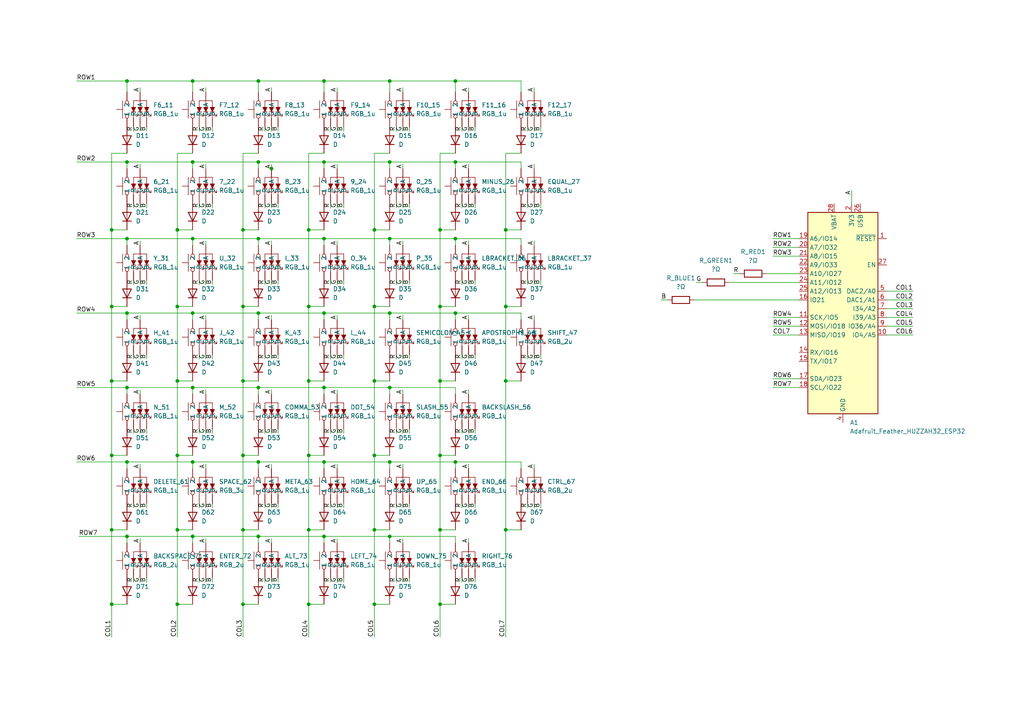
<source format=kicad_sch>
(kicad_sch (version 20211123) (generator eeschema)

  (uuid 087d2b64-6bf5-4e6e-bdd3-06c2e0b565dd)

  (paper "A4")

  (title_block
    (title "Full Keyboard")
    (date "2023-02-11")
    (rev "v1.0")
  )

  

  (junction (at 36.83 69.215) (diameter 0) (color 0 0 0 0)
    (uuid 02cf8503-b025-487a-8284-45bd8a09bb34)
  )
  (junction (at 55.88 133.985) (diameter 0) (color 0 0 0 0)
    (uuid 03a4216b-f87c-462a-a648-4c651f97b086)
  )
  (junction (at 146.685 66.675) (diameter 0) (color 0 0 0 0)
    (uuid 03f5d69b-744b-4d19-aa0a-00481b695a4c)
  )
  (junction (at 32.385 66.675) (diameter 0) (color 0 0 0 0)
    (uuid 055a23ba-ee25-46dc-98e0-5f6b835a0d1f)
  )
  (junction (at 89.535 175.26) (diameter 0) (color 0 0 0 0)
    (uuid 0a8a8cef-365d-4cae-bbb5-bf2bdc3ef2d2)
  )
  (junction (at 108.585 88.9) (diameter 0) (color 0 0 0 0)
    (uuid 0e7fb24f-9ef9-4e57-9cc9-2aad44e4b84a)
  )
  (junction (at 51.435 110.49) (diameter 0) (color 0 0 0 0)
    (uuid 0f0f0847-89d7-4c20-b850-5c07107fc53f)
  )
  (junction (at 132.08 133.985) (diameter 0) (color 0 0 0 0)
    (uuid 14c1d81f-be38-4e9d-8b96-60d341f958aa)
  )
  (junction (at 32.385 175.26) (diameter 0) (color 0 0 0 0)
    (uuid 17bc0018-5cd7-4300-b3d7-35650d5b6fa7)
  )
  (junction (at 55.88 155.575) (diameter 0) (color 0 0 0 0)
    (uuid 19baa0ad-ce58-4222-84cf-2d72c9eb5c11)
  )
  (junction (at 108.585 110.49) (diameter 0) (color 0 0 0 0)
    (uuid 21fa9cb5-e1bf-40d0-8dc8-1607fe9620ac)
  )
  (junction (at 74.93 69.215) (diameter 0) (color 0 0 0 0)
    (uuid 256e3e8d-8934-49ba-909a-c5518eed96dc)
  )
  (junction (at 89.535 153.67) (diameter 0) (color 0 0 0 0)
    (uuid 26dda524-6d9c-43f3-a881-42ffec195b9c)
  )
  (junction (at 127.635 175.26) (diameter 0) (color 0 0 0 0)
    (uuid 2a0b51f1-3189-4b76-b140-5cd27de63cc4)
  )
  (junction (at 127.635 88.9) (diameter 0) (color 0 0 0 0)
    (uuid 32ce5f70-3ec4-48ca-8820-7a7d82c58f00)
  )
  (junction (at 74.93 155.575) (diameter 0) (color 0 0 0 0)
    (uuid 389f0f89-b95f-42b4-ba80-bd9f4c8e6b78)
  )
  (junction (at 93.98 46.99) (diameter 0) (color 0 0 0 0)
    (uuid 3973d531-19e0-41f0-a50f-82d8c05724cf)
  )
  (junction (at 78.74 48.895) (diameter 0) (color 0 0 0 0)
    (uuid 3e05dc81-b0e3-4421-9c52-e601f1bfab6d)
  )
  (junction (at 127.635 132.08) (diameter 0) (color 0 0 0 0)
    (uuid 40c487c2-6b18-447e-89c8-2b8d3f529905)
  )
  (junction (at 93.98 155.575) (diameter 0) (color 0 0 0 0)
    (uuid 40e83f5a-4e97-4c45-926e-9f4b03bac5eb)
  )
  (junction (at 51.435 66.675) (diameter 0) (color 0 0 0 0)
    (uuid 437841ef-4ad6-496a-b31c-78d65bec70c1)
  )
  (junction (at 55.88 112.395) (diameter 0) (color 0 0 0 0)
    (uuid 482ab3f8-b589-4e92-b9dc-812d123a68d6)
  )
  (junction (at 51.435 175.26) (diameter 0) (color 0 0 0 0)
    (uuid 48522d02-3df8-469c-a730-b358e0a76644)
  )
  (junction (at 89.535 66.675) (diameter 0) (color 0 0 0 0)
    (uuid 4babdac7-0f4a-4b84-bd6e-1ce5d138e211)
  )
  (junction (at 93.98 69.215) (diameter 0) (color 0 0 0 0)
    (uuid 4da707dd-2d10-48f9-a715-afabf7e7d257)
  )
  (junction (at 51.435 88.9) (diameter 0) (color 0 0 0 0)
    (uuid 4dad1fb7-8385-48bd-a009-8d2d23800023)
  )
  (junction (at 127.635 66.675) (diameter 0) (color 0 0 0 0)
    (uuid 50a2da21-fa43-4178-bfb6-fb88903439ab)
  )
  (junction (at 51.435 153.67) (diameter 0) (color 0 0 0 0)
    (uuid 58be0d8e-6a82-4aff-b141-7464fade496f)
  )
  (junction (at 108.585 175.26) (diameter 0) (color 0 0 0 0)
    (uuid 5c564c5c-1b5a-46dd-b5d0-4e7ba5fafab8)
  )
  (junction (at 132.08 90.805) (diameter 0) (color 0 0 0 0)
    (uuid 5d1f65bd-9cb4-4544-81b3-e1bc1f80cfbc)
  )
  (junction (at 55.88 90.805) (diameter 0) (color 0 0 0 0)
    (uuid 62eb914e-329b-43c2-a32f-a17f5fcc3e10)
  )
  (junction (at 74.93 46.99) (diameter 0) (color 0 0 0 0)
    (uuid 63d11de1-2cc2-4a45-84ec-dd36c2eca979)
  )
  (junction (at 74.93 23.495) (diameter 0) (color 0 0 0 0)
    (uuid 64a85265-93c5-4c92-aee9-2cb76056daea)
  )
  (junction (at 113.03 90.805) (diameter 0) (color 0 0 0 0)
    (uuid 65e0063f-c448-404c-80fd-49954836cb9a)
  )
  (junction (at 55.88 46.99) (diameter 0) (color 0 0 0 0)
    (uuid 697833d1-a08e-402e-8986-5f039406d5a7)
  )
  (junction (at 36.83 155.575) (diameter 0) (color 0 0 0 0)
    (uuid 698e12b0-3dea-4151-b9e5-c9d023382983)
  )
  (junction (at 55.88 69.215) (diameter 0) (color 0 0 0 0)
    (uuid 6c43cc12-d1b2-45a3-b972-f41a74acad87)
  )
  (junction (at 127.635 110.49) (diameter 0) (color 0 0 0 0)
    (uuid 6ce4e1c7-8b74-472d-be11-3ef4cce78e55)
  )
  (junction (at 132.08 69.215) (diameter 0) (color 0 0 0 0)
    (uuid 6e49a340-e9e0-4c0b-8f37-d987e6792b91)
  )
  (junction (at 32.385 153.67) (diameter 0) (color 0 0 0 0)
    (uuid 6ec0b1ab-8067-428c-9340-6e1ebe6491c8)
  )
  (junction (at 132.08 46.99) (diameter 0) (color 0 0 0 0)
    (uuid 6fc40ac1-0671-41a0-8da3-1f2d5494d55c)
  )
  (junction (at 36.83 90.805) (diameter 0) (color 0 0 0 0)
    (uuid 704a0591-e011-405d-992a-042142e9348a)
  )
  (junction (at 108.585 153.67) (diameter 0) (color 0 0 0 0)
    (uuid 7cc290b9-4357-47a8-b125-26703fda9fe9)
  )
  (junction (at 146.685 153.67) (diameter 0) (color 0 0 0 0)
    (uuid 7cf68072-0610-4842-9946-c6842840ff42)
  )
  (junction (at 146.685 88.9) (diameter 0) (color 0 0 0 0)
    (uuid 80a6b029-1e4f-422b-80d1-912181180d6b)
  )
  (junction (at 36.83 46.99) (diameter 0) (color 0 0 0 0)
    (uuid 86b4f040-9390-49a1-8873-e2f5ba24d803)
  )
  (junction (at 74.93 90.805) (diameter 0) (color 0 0 0 0)
    (uuid 8b8c78f5-e8da-495e-9214-16636e3b4a9e)
  )
  (junction (at 113.03 112.395) (diameter 0) (color 0 0 0 0)
    (uuid 8bd6bb91-b594-4929-a552-bd1bf57e7317)
  )
  (junction (at 32.385 88.9) (diameter 0) (color 0 0 0 0)
    (uuid 8edb7bea-2d78-449b-bf3c-ede2d89ebfa4)
  )
  (junction (at 108.585 132.08) (diameter 0) (color 0 0 0 0)
    (uuid 92c5c1dd-1fc9-4e71-a5f3-4ca3988b671f)
  )
  (junction (at 93.98 112.395) (diameter 0) (color 0 0 0 0)
    (uuid 9300deaf-d957-4311-9378-197e650dfff1)
  )
  (junction (at 36.83 112.395) (diameter 0) (color 0 0 0 0)
    (uuid 96a7a488-ea54-4469-b476-5afa7b7519e8)
  )
  (junction (at 70.485 110.49) (diameter 0) (color 0 0 0 0)
    (uuid 985e348e-a1b7-4d2e-8831-c0d5d00bf63c)
  )
  (junction (at 74.93 133.985) (diameter 0) (color 0 0 0 0)
    (uuid 9b690670-e30e-4f17-92c5-f63631501526)
  )
  (junction (at 113.03 23.495) (diameter 0) (color 0 0 0 0)
    (uuid 9f87abc0-aaa4-4949-8593-104997dd8692)
  )
  (junction (at 113.03 69.215) (diameter 0) (color 0 0 0 0)
    (uuid a240705f-9d23-4bc9-8228-0f2e93ef5564)
  )
  (junction (at 70.485 88.9) (diameter 0) (color 0 0 0 0)
    (uuid a424d518-e1a1-441f-9e38-601bc205177b)
  )
  (junction (at 93.98 23.495) (diameter 0) (color 0 0 0 0)
    (uuid a6146047-dc2c-4e68-8de3-d15b20956c8b)
  )
  (junction (at 36.83 23.495) (diameter 0) (color 0 0 0 0)
    (uuid a64947f1-431d-4e16-990b-28913bc69bfd)
  )
  (junction (at 89.535 110.49) (diameter 0) (color 0 0 0 0)
    (uuid a77dd2a4-c7f2-4396-8eeb-d99adb5b6053)
  )
  (junction (at 74.93 112.395) (diameter 0) (color 0 0 0 0)
    (uuid a995f23c-7530-4936-9405-ecd54254c80a)
  )
  (junction (at 113.03 46.99) (diameter 0) (color 0 0 0 0)
    (uuid a9a6942f-152e-43c7-9dd4-7999610c55d9)
  )
  (junction (at 93.98 90.805) (diameter 0) (color 0 0 0 0)
    (uuid ac5ab026-edf7-4921-a58f-f2e61176bb65)
  )
  (junction (at 113.03 133.985) (diameter 0) (color 0 0 0 0)
    (uuid b1bf5453-5e50-48c0-9214-a436aa3d3065)
  )
  (junction (at 146.685 110.49) (diameter 0) (color 0 0 0 0)
    (uuid b87c4b86-74a4-43c9-a482-9314d56c6d9c)
  )
  (junction (at 51.435 132.08) (diameter 0) (color 0 0 0 0)
    (uuid c0969fa2-8d0f-4594-aaf6-0fb2f15879af)
  )
  (junction (at 127.635 153.67) (diameter 0) (color 0 0 0 0)
    (uuid c0c0a3a9-167c-447f-8bfe-e872c3342bd9)
  )
  (junction (at 89.535 132.08) (diameter 0) (color 0 0 0 0)
    (uuid c7c52ed2-76d9-48cf-9465-8a4b404ab8f8)
  )
  (junction (at 89.535 88.9) (diameter 0) (color 0 0 0 0)
    (uuid cbb81932-235f-4ef5-99e8-55428d89e546)
  )
  (junction (at 70.485 153.67) (diameter 0) (color 0 0 0 0)
    (uuid ce3b73e3-9f6b-47dc-9f21-98e766fe760d)
  )
  (junction (at 70.485 175.26) (diameter 0) (color 0 0 0 0)
    (uuid cee83786-3a02-43be-8c5f-3337ecffddc8)
  )
  (junction (at 70.485 132.08) (diameter 0) (color 0 0 0 0)
    (uuid d0da38f3-c346-4b2b-9903-cc4e3e267bbf)
  )
  (junction (at 132.08 23.495) (diameter 0) (color 0 0 0 0)
    (uuid d44af11f-0987-4637-8cc5-33dc41510053)
  )
  (junction (at 32.385 110.49) (diameter 0) (color 0 0 0 0)
    (uuid d4e7cd70-c364-4a00-8d72-86bcac5635e0)
  )
  (junction (at 32.385 132.08) (diameter 0) (color 0 0 0 0)
    (uuid d4f7589b-3ee0-43ee-bfd9-07ab9b8cafe4)
  )
  (junction (at 36.83 133.985) (diameter 0) (color 0 0 0 0)
    (uuid e3d1e789-68f0-4100-a712-8638ccd9f507)
  )
  (junction (at 55.88 23.495) (diameter 0) (color 0 0 0 0)
    (uuid e9e1f589-0b02-4dc7-bc78-7149d3216c3a)
  )
  (junction (at 70.485 66.675) (diameter 0) (color 0 0 0 0)
    (uuid eb76c1c2-597b-41a8-a376-94cc9155e2e4)
  )
  (junction (at 113.03 155.575) (diameter 0) (color 0 0 0 0)
    (uuid eff35bd2-7412-4356-a0b1-d6ef9ef54386)
  )
  (junction (at 93.98 133.985) (diameter 0) (color 0 0 0 0)
    (uuid f0492a19-f923-49a7-8fb5-814f89295287)
  )
  (junction (at 108.585 66.675) (diameter 0) (color 0 0 0 0)
    (uuid f04d67d2-355d-42b0-8369-267b2bbdd198)
  )

  (wire (pts (xy 118.745 125.73) (xy 118.745 124.46))
    (stroke (width 0) (type default) (color 0 0 0 0))
    (uuid 0014522a-daed-4c28-b10c-c99928c8044e)
  )
  (wire (pts (xy 59.69 147.32) (xy 59.69 146.05))
    (stroke (width 0) (type default) (color 0 0 0 0))
    (uuid 009c4415-890f-40ff-86c9-eea7c2793d31)
  )
  (wire (pts (xy 74.93 155.575) (xy 93.98 155.575))
    (stroke (width 0) (type default) (color 0 0 0 0))
    (uuid 0137c531-05df-490e-856d-fb13d1f490ad)
  )
  (wire (pts (xy 151.13 44.45) (xy 146.685 44.45))
    (stroke (width 0) (type default) (color 0 0 0 0))
    (uuid 0199fd1a-1513-4500-b020-bb6829bcb722)
  )
  (wire (pts (xy 151.13 135.89) (xy 151.13 133.985))
    (stroke (width 0) (type default) (color 0 0 0 0))
    (uuid 026bd4a8-85ca-4c42-887e-78e4ac4fd856)
  )
  (wire (pts (xy 97.79 38.1) (xy 97.79 36.83))
    (stroke (width 0) (type default) (color 0 0 0 0))
    (uuid 02ee84ed-26ae-42dd-9173-7ceb7499be5f)
  )
  (wire (pts (xy 38.735 168.91) (xy 38.735 167.64))
    (stroke (width 0) (type default) (color 0 0 0 0))
    (uuid 034594ae-8cbf-4285-847f-6ea66485308a)
  )
  (wire (pts (xy 135.89 47.625) (xy 135.89 48.895))
    (stroke (width 0) (type default) (color 0 0 0 0))
    (uuid 04c4aa5c-be24-4242-8ba4-2000e7d613c2)
  )
  (wire (pts (xy 57.785 125.73) (xy 57.785 124.46))
    (stroke (width 0) (type default) (color 0 0 0 0))
    (uuid 059098d6-b837-41f0-b988-601119522765)
  )
  (wire (pts (xy 113.03 46.99) (xy 132.08 46.99))
    (stroke (width 0) (type default) (color 0 0 0 0))
    (uuid 05d0a534-c0fb-4085-88f3-f072d7a58d22)
  )
  (wire (pts (xy 36.83 157.48) (xy 36.83 155.575))
    (stroke (width 0) (type default) (color 0 0 0 0))
    (uuid 05ee0c14-3d3a-4b53-aa2d-05bb5cb38508)
  )
  (wire (pts (xy 76.835 82.55) (xy 76.835 81.28))
    (stroke (width 0) (type default) (color 0 0 0 0))
    (uuid 066af8a8-6032-459b-83c4-ad34d0dd9307)
  )
  (wire (pts (xy 59.69 82.55) (xy 59.69 81.28))
    (stroke (width 0) (type default) (color 0 0 0 0))
    (uuid 06cd5b7a-768f-49a7-8ba9-642a914e075f)
  )
  (wire (pts (xy 97.79 60.325) (xy 97.79 59.055))
    (stroke (width 0) (type default) (color 0 0 0 0))
    (uuid 06d2e298-98a6-4dfa-bb70-c6dbeada51e7)
  )
  (wire (pts (xy 40.64 104.14) (xy 40.64 102.87))
    (stroke (width 0) (type default) (color 0 0 0 0))
    (uuid 07129a06-7c2c-467f-8cb5-a28a96adeae4)
  )
  (wire (pts (xy 74.93 133.985) (xy 74.93 135.89))
    (stroke (width 0) (type default) (color 0 0 0 0))
    (uuid 071c4f44-de18-4142-8e89-4a9bac759c88)
  )
  (wire (pts (xy 36.83 23.495) (xy 22.225 23.495))
    (stroke (width 0) (type default) (color 0 0 0 0))
    (uuid 078f9859-7bd6-438b-a207-05af0819a0d5)
  )
  (wire (pts (xy 55.88 90.805) (xy 55.88 92.71))
    (stroke (width 0) (type default) (color 0 0 0 0))
    (uuid 093b7646-a39b-407c-a2c9-e49e6d779fdf)
  )
  (wire (pts (xy 113.03 112.395) (xy 113.03 114.3))
    (stroke (width 0) (type default) (color 0 0 0 0))
    (uuid 09db9c09-500e-46e0-ac6c-60b1ac5e48f7)
  )
  (wire (pts (xy 74.93 46.99) (xy 93.98 46.99))
    (stroke (width 0) (type default) (color 0 0 0 0))
    (uuid 0a8f707d-9eb0-4307-859a-5fb6caf9d859)
  )
  (wire (pts (xy 153.035 104.14) (xy 153.035 102.87))
    (stroke (width 0) (type default) (color 0 0 0 0))
    (uuid 0a948cd9-2aab-46d5-bb2e-3467160060d4)
  )
  (wire (pts (xy 154.94 38.1) (xy 154.94 36.83))
    (stroke (width 0) (type default) (color 0 0 0 0))
    (uuid 0ad2045a-55e7-4a97-ae1a-93baddcabd7f)
  )
  (wire (pts (xy 36.83 46.99) (xy 55.88 46.99))
    (stroke (width 0) (type default) (color 0 0 0 0))
    (uuid 0b906262-4322-4069-936e-d5c50ed8e9bb)
  )
  (wire (pts (xy 154.94 104.14) (xy 154.94 102.87))
    (stroke (width 0) (type default) (color 0 0 0 0))
    (uuid 0c7c7cff-5c2f-4d5b-9654-45ecbac233e3)
  )
  (wire (pts (xy 127.635 132.08) (xy 127.635 153.67))
    (stroke (width 0) (type default) (color 0 0 0 0))
    (uuid 0d03edb6-f07b-4c6d-b4a8-08f981230553)
  )
  (wire (pts (xy 113.03 90.805) (xy 113.03 92.71))
    (stroke (width 0) (type default) (color 0 0 0 0))
    (uuid 0d05793b-6d5d-4ddc-bd71-d1fce6140eef)
  )
  (wire (pts (xy 135.89 156.21) (xy 135.89 157.48))
    (stroke (width 0) (type default) (color 0 0 0 0))
    (uuid 0e7153d0-00e6-4dc2-a5ad-043ed538f8ec)
  )
  (wire (pts (xy 59.69 47.625) (xy 59.69 48.895))
    (stroke (width 0) (type default) (color 0 0 0 0))
    (uuid 0e8327ec-bf37-42b8-9ed1-356418a71b2b)
  )
  (wire (pts (xy 89.535 88.9) (xy 89.535 110.49))
    (stroke (width 0) (type default) (color 0 0 0 0))
    (uuid 0ed1a317-2272-4d02-8c6d-a035cbe97dd0)
  )
  (wire (pts (xy 135.89 38.1) (xy 135.89 36.83))
    (stroke (width 0) (type default) (color 0 0 0 0))
    (uuid 0f622eea-8e37-44ab-9d25-8db4caf561b3)
  )
  (wire (pts (xy 95.885 60.325) (xy 95.885 59.055))
    (stroke (width 0) (type default) (color 0 0 0 0))
    (uuid 0fc6c99c-f683-4fa9-adef-f192389141b7)
  )
  (wire (pts (xy 156.845 38.1) (xy 156.845 36.83))
    (stroke (width 0) (type default) (color 0 0 0 0))
    (uuid 1117a62f-1bcd-4044-b380-b82f2baa8c10)
  )
  (wire (pts (xy 97.79 69.85) (xy 97.79 71.12))
    (stroke (width 0) (type default) (color 0 0 0 0))
    (uuid 116948ed-1fc7-4167-9f85-e8eae1645ded)
  )
  (wire (pts (xy 76.835 168.91) (xy 76.835 167.64))
    (stroke (width 0) (type default) (color 0 0 0 0))
    (uuid 142281cc-c4ff-44d6-bb00-cc595cda79c5)
  )
  (wire (pts (xy 222.25 79.375) (xy 231.775 79.375))
    (stroke (width 0) (type default) (color 0 0 0 0))
    (uuid 14b1ca39-0179-49a3-9967-ed8b4bc244c5)
  )
  (wire (pts (xy 78.74 168.91) (xy 78.74 167.64))
    (stroke (width 0) (type default) (color 0 0 0 0))
    (uuid 14d42caa-ac09-403d-a761-03d5aad1e9de)
  )
  (wire (pts (xy 89.535 66.675) (xy 93.98 66.675))
    (stroke (width 0) (type default) (color 0 0 0 0))
    (uuid 15191557-cdd3-467d-8592-b84a9bd58fed)
  )
  (wire (pts (xy 74.93 88.9) (xy 70.485 88.9))
    (stroke (width 0) (type default) (color 0 0 0 0))
    (uuid 1597d6e2-2e55-410d-a8a8-a74af62b56c1)
  )
  (wire (pts (xy 137.795 147.32) (xy 137.795 146.05))
    (stroke (width 0) (type default) (color 0 0 0 0))
    (uuid 165012af-d4b1-4f5b-8dce-3f3c08f23ba0)
  )
  (wire (pts (xy 113.03 112.395) (xy 132.08 112.395))
    (stroke (width 0) (type default) (color 0 0 0 0))
    (uuid 166f7f8d-f54e-4ec1-8370-c0c8af2b5f4e)
  )
  (wire (pts (xy 76.835 104.14) (xy 76.835 102.87))
    (stroke (width 0) (type default) (color 0 0 0 0))
    (uuid 16e587f3-8376-49d3-8fdc-f84627ca457e)
  )
  (wire (pts (xy 201.295 86.995) (xy 231.775 86.995))
    (stroke (width 0) (type default) (color 0 0 0 0))
    (uuid 17b23df2-5f1f-460b-a8f5-2779c819ea40)
  )
  (wire (pts (xy 108.585 132.08) (xy 113.03 132.08))
    (stroke (width 0) (type default) (color 0 0 0 0))
    (uuid 18d0dacd-fc24-454a-a149-5b4e866fb7d2)
  )
  (wire (pts (xy 113.03 44.45) (xy 108.585 44.45))
    (stroke (width 0) (type default) (color 0 0 0 0))
    (uuid 1925662d-b828-475d-a886-1dfc6e8f6c85)
  )
  (wire (pts (xy 135.89 168.91) (xy 135.89 167.64))
    (stroke (width 0) (type default) (color 0 0 0 0))
    (uuid 19601c2f-04c7-4dc1-8d33-c3c62841f89c)
  )
  (wire (pts (xy 89.535 175.26) (xy 89.535 184.785))
    (stroke (width 0) (type default) (color 0 0 0 0))
    (uuid 19cf13e0-0a64-4532-ba0c-93a387fd93a5)
  )
  (wire (pts (xy 116.84 25.4) (xy 116.84 26.67))
    (stroke (width 0) (type default) (color 0 0 0 0))
    (uuid 1a2c234b-9c59-4fc4-b195-1bf69c5892e2)
  )
  (wire (pts (xy 36.83 112.395) (xy 36.83 114.3))
    (stroke (width 0) (type default) (color 0 0 0 0))
    (uuid 1b2e9611-6247-4e61-9239-c8b17288173c)
  )
  (wire (pts (xy 89.535 66.675) (xy 89.535 88.9))
    (stroke (width 0) (type default) (color 0 0 0 0))
    (uuid 1c41ed7b-b260-4cb2-9c09-88b9cbd8d109)
  )
  (wire (pts (xy 132.08 69.215) (xy 151.13 69.215))
    (stroke (width 0) (type default) (color 0 0 0 0))
    (uuid 1c7fd761-ded4-4ced-8680-f532688f48ad)
  )
  (wire (pts (xy 99.695 125.73) (xy 99.695 124.46))
    (stroke (width 0) (type default) (color 0 0 0 0))
    (uuid 1e31ebad-44d6-4289-8fa0-ad86ebc039b9)
  )
  (wire (pts (xy 135.89 25.4) (xy 135.89 26.67))
    (stroke (width 0) (type default) (color 0 0 0 0))
    (uuid 1e824069-7c3f-48c1-a222-ab00d787b8c2)
  )
  (wire (pts (xy 132.08 90.805) (xy 151.13 90.805))
    (stroke (width 0) (type default) (color 0 0 0 0))
    (uuid 1e8ad31c-f8d7-4aa5-a183-2b978ec09284)
  )
  (wire (pts (xy 32.385 110.49) (xy 32.385 132.08))
    (stroke (width 0) (type default) (color 0 0 0 0))
    (uuid 1ee50230-8fab-45c8-a86e-bafef9c0b796)
  )
  (wire (pts (xy 93.98 112.395) (xy 113.03 112.395))
    (stroke (width 0) (type default) (color 0 0 0 0))
    (uuid 1f16a72c-33ac-4afa-aa39-843a0fc08654)
  )
  (wire (pts (xy 59.69 125.73) (xy 59.69 124.46))
    (stroke (width 0) (type default) (color 0 0 0 0))
    (uuid 20263e90-57a2-4925-8b03-7ce6f653438c)
  )
  (wire (pts (xy 97.79 25.4) (xy 97.79 26.67))
    (stroke (width 0) (type default) (color 0 0 0 0))
    (uuid 203aab7e-4c75-4147-99ee-d4bdcff87baa)
  )
  (wire (pts (xy 97.79 47.625) (xy 97.79 48.895))
    (stroke (width 0) (type default) (color 0 0 0 0))
    (uuid 2065d94a-1a06-4096-923c-0637efc83a17)
  )
  (wire (pts (xy 224.155 69.215) (xy 231.775 69.215))
    (stroke (width 0) (type default) (color 0 0 0 0))
    (uuid 20b1a38c-bcab-4d73-b228-bdc0e5d1a857)
  )
  (wire (pts (xy 114.935 125.73) (xy 114.935 124.46))
    (stroke (width 0) (type default) (color 0 0 0 0))
    (uuid 215bd6d9-d313-411f-b63f-7d0321a48ae7)
  )
  (wire (pts (xy 42.545 60.325) (xy 42.545 59.055))
    (stroke (width 0) (type default) (color 0 0 0 0))
    (uuid 21f35829-0f96-44c5-8872-8192157d2c99)
  )
  (wire (pts (xy 212.725 79.375) (xy 214.63 79.375))
    (stroke (width 0) (type default) (color 0 0 0 0))
    (uuid 2217eaf2-da48-4b2b-9ed1-0da13e5ffc93)
  )
  (wire (pts (xy 80.645 125.73) (xy 80.645 124.46))
    (stroke (width 0) (type default) (color 0 0 0 0))
    (uuid 224408bd-ced4-43ca-84ff-aa5fcf5a301b)
  )
  (wire (pts (xy 93.98 69.215) (xy 93.98 71.12))
    (stroke (width 0) (type default) (color 0 0 0 0))
    (uuid 22ea7abc-6cf9-4d03-86ad-d10dfb0c591c)
  )
  (wire (pts (xy 133.985 147.32) (xy 133.985 146.05))
    (stroke (width 0) (type default) (color 0 0 0 0))
    (uuid 22eecd42-cc30-49af-a304-13bd125f719c)
  )
  (wire (pts (xy 99.695 104.14) (xy 99.695 102.87))
    (stroke (width 0) (type default) (color 0 0 0 0))
    (uuid 237bf8fb-c8e8-4e91-89dc-2aabfae1c6b4)
  )
  (wire (pts (xy 97.79 134.62) (xy 97.79 135.89))
    (stroke (width 0) (type default) (color 0 0 0 0))
    (uuid 23c3c6f6-240b-4a91-968c-4a961a0c0a6c)
  )
  (wire (pts (xy 99.695 168.91) (xy 99.695 167.64))
    (stroke (width 0) (type default) (color 0 0 0 0))
    (uuid 24aafd12-6688-470d-aed3-0044172f34bc)
  )
  (wire (pts (xy 113.03 133.985) (xy 132.08 133.985))
    (stroke (width 0) (type default) (color 0 0 0 0))
    (uuid 25129b4a-6bff-49be-8afd-f81e0c5275ae)
  )
  (wire (pts (xy 132.08 114.3) (xy 132.08 112.395))
    (stroke (width 0) (type default) (color 0 0 0 0))
    (uuid 25396af4-6706-4bbd-8a3e-a5b671dbd68d)
  )
  (wire (pts (xy 76.835 38.1) (xy 76.835 36.83))
    (stroke (width 0) (type default) (color 0 0 0 0))
    (uuid 26a91d2b-5fb6-4526-9592-80f4fd22adb9)
  )
  (wire (pts (xy 154.94 69.85) (xy 154.94 71.12))
    (stroke (width 0) (type default) (color 0 0 0 0))
    (uuid 275cea3a-2ce4-410f-871a-6c1724c33f52)
  )
  (wire (pts (xy 74.93 133.985) (xy 93.98 133.985))
    (stroke (width 0) (type default) (color 0 0 0 0))
    (uuid 2877406d-a4df-41c0-b6db-7586dc381106)
  )
  (wire (pts (xy 59.69 25.4) (xy 59.69 26.67))
    (stroke (width 0) (type default) (color 0 0 0 0))
    (uuid 298f89fd-3d49-4bb2-aa10-93ee124aa826)
  )
  (wire (pts (xy 108.585 66.675) (xy 108.585 88.9))
    (stroke (width 0) (type default) (color 0 0 0 0))
    (uuid 299ee1c5-cd5b-475b-9534-0aefec1e5443)
  )
  (wire (pts (xy 108.585 110.49) (xy 108.585 132.08))
    (stroke (width 0) (type default) (color 0 0 0 0))
    (uuid 2a3ece07-ca08-485a-978e-21d96867a70a)
  )
  (wire (pts (xy 146.685 88.9) (xy 146.685 110.49))
    (stroke (width 0) (type default) (color 0 0 0 0))
    (uuid 2a667598-8dc3-415c-966e-3f7440d846ef)
  )
  (wire (pts (xy 118.745 104.14) (xy 118.745 102.87))
    (stroke (width 0) (type default) (color 0 0 0 0))
    (uuid 2b7cab89-da15-488b-842c-89e1dbe3f23d)
  )
  (wire (pts (xy 116.84 125.73) (xy 116.84 124.46))
    (stroke (width 0) (type default) (color 0 0 0 0))
    (uuid 2ba69a4e-b98f-45ed-ac53-540d6ba43f70)
  )
  (wire (pts (xy 146.685 153.67) (xy 146.685 184.785))
    (stroke (width 0) (type default) (color 0 0 0 0))
    (uuid 2d01cc52-9199-40e0-a31a-c427e1848967)
  )
  (wire (pts (xy 132.08 69.215) (xy 132.08 71.12))
    (stroke (width 0) (type default) (color 0 0 0 0))
    (uuid 2d4fffd7-c81f-4685-8288-48b759bab1db)
  )
  (wire (pts (xy 59.69 104.14) (xy 59.69 102.87))
    (stroke (width 0) (type default) (color 0 0 0 0))
    (uuid 2d8f1919-139b-48f3-a01a-f5d37c032417)
  )
  (wire (pts (xy 57.785 168.91) (xy 57.785 167.64))
    (stroke (width 0) (type default) (color 0 0 0 0))
    (uuid 2dbb5e17-9329-43a5-a9ed-88826e1b1b42)
  )
  (wire (pts (xy 32.385 66.675) (xy 32.385 88.9))
    (stroke (width 0) (type default) (color 0 0 0 0))
    (uuid 2e2296f6-8f76-4f15-8a34-ec54a9dd2729)
  )
  (wire (pts (xy 40.64 125.73) (xy 40.64 124.46))
    (stroke (width 0) (type default) (color 0 0 0 0))
    (uuid 2f17f0da-b845-48bf-b41e-1a16d18d4254)
  )
  (wire (pts (xy 80.645 104.14) (xy 80.645 102.87))
    (stroke (width 0) (type default) (color 0 0 0 0))
    (uuid 2f73ca9d-cc1a-476a-ad74-a902c012a1c3)
  )
  (wire (pts (xy 132.08 23.495) (xy 132.08 26.67))
    (stroke (width 0) (type default) (color 0 0 0 0))
    (uuid 30cfdd5e-f8a7-4ed1-92b9-3d47dd134386)
  )
  (wire (pts (xy 127.635 66.675) (xy 132.08 66.675))
    (stroke (width 0) (type default) (color 0 0 0 0))
    (uuid 31db1a0a-d15d-49e2-b434-76118898b9f1)
  )
  (wire (pts (xy 113.03 23.495) (xy 132.08 23.495))
    (stroke (width 0) (type default) (color 0 0 0 0))
    (uuid 324e7f48-a70d-48de-b868-20921de61349)
  )
  (wire (pts (xy 137.795 125.73) (xy 137.795 124.46))
    (stroke (width 0) (type default) (color 0 0 0 0))
    (uuid 32d49bab-0c14-454a-b8ef-83f8c68daf28)
  )
  (wire (pts (xy 55.88 155.575) (xy 55.88 157.48))
    (stroke (width 0) (type default) (color 0 0 0 0))
    (uuid 3513d22b-bcbc-4739-9ebc-e85dff1ac448)
  )
  (wire (pts (xy 146.685 44.45) (xy 146.685 66.675))
    (stroke (width 0) (type default) (color 0 0 0 0))
    (uuid 35650ed9-ed51-43e6-81dc-19656994bf90)
  )
  (wire (pts (xy 80.645 168.91) (xy 80.645 167.64))
    (stroke (width 0) (type default) (color 0 0 0 0))
    (uuid 36f185a1-0294-4be1-8350-43c99ea13d58)
  )
  (wire (pts (xy 154.94 47.625) (xy 154.94 48.895))
    (stroke (width 0) (type default) (color 0 0 0 0))
    (uuid 3713d9f7-fcd2-47a4-854b-16c1d66f1aa9)
  )
  (wire (pts (xy 78.74 60.325) (xy 78.74 59.055))
    (stroke (width 0) (type default) (color 0 0 0 0))
    (uuid 37a40d3c-c789-4d1f-aa15-b0253913cc5d)
  )
  (wire (pts (xy 38.735 82.55) (xy 38.735 81.28))
    (stroke (width 0) (type default) (color 0 0 0 0))
    (uuid 38bb768e-6ef5-4c91-bc04-58c82bf1f681)
  )
  (wire (pts (xy 55.88 133.985) (xy 74.93 133.985))
    (stroke (width 0) (type default) (color 0 0 0 0))
    (uuid 39341de8-fb43-4cdc-bbbb-8c633f37a190)
  )
  (wire (pts (xy 78.74 38.1) (xy 78.74 36.83))
    (stroke (width 0) (type default) (color 0 0 0 0))
    (uuid 39b3290a-4b31-451a-9c1c-ff3b87d3bc10)
  )
  (wire (pts (xy 113.03 69.215) (xy 113.03 71.12))
    (stroke (width 0) (type default) (color 0 0 0 0))
    (uuid 39cf13d2-5141-41bf-8131-b2a5336527aa)
  )
  (wire (pts (xy 132.08 157.48) (xy 132.08 155.575))
    (stroke (width 0) (type default) (color 0 0 0 0))
    (uuid 3a9ce10a-63de-4e11-a60e-544f2bb426fa)
  )
  (wire (pts (xy 59.69 38.1) (xy 59.69 36.83))
    (stroke (width 0) (type default) (color 0 0 0 0))
    (uuid 3bda3c77-ce58-456b-953d-a09242d7d08b)
  )
  (wire (pts (xy 78.74 25.4) (xy 78.74 26.67))
    (stroke (width 0) (type default) (color 0 0 0 0))
    (uuid 3c606398-d5b7-4cb9-b361-0b3169809ef9)
  )
  (wire (pts (xy 127.635 44.45) (xy 127.635 66.675))
    (stroke (width 0) (type default) (color 0 0 0 0))
    (uuid 3ccdad72-ec54-4552-8382-45e6b008aa8b)
  )
  (wire (pts (xy 108.585 66.675) (xy 113.03 66.675))
    (stroke (width 0) (type default) (color 0 0 0 0))
    (uuid 3e8f1d9b-9a1c-4c22-8051-7e361d9086be)
  )
  (wire (pts (xy 38.735 60.325) (xy 38.735 59.055))
    (stroke (width 0) (type default) (color 0 0 0 0))
    (uuid 3f5b1ea1-24c9-4763-bea1-14decdea237e)
  )
  (wire (pts (xy 93.98 155.575) (xy 93.98 157.48))
    (stroke (width 0) (type default) (color 0 0 0 0))
    (uuid 3f71cf7e-c8ba-439e-8d77-0e2baa80805a)
  )
  (wire (pts (xy 127.635 110.49) (xy 127.635 132.08))
    (stroke (width 0) (type default) (color 0 0 0 0))
    (uuid 417d0214-4f08-4d2c-81f1-011971e367f6)
  )
  (wire (pts (xy 57.785 60.325) (xy 57.785 59.055))
    (stroke (width 0) (type default) (color 0 0 0 0))
    (uuid 41b55956-c6e6-4987-860b-b8e7cad8d6f6)
  )
  (wire (pts (xy 89.535 44.45) (xy 89.535 66.675))
    (stroke (width 0) (type default) (color 0 0 0 0))
    (uuid 41f0f549-25d6-4b8c-af5d-d2f9d0992d2a)
  )
  (wire (pts (xy 51.435 66.675) (xy 55.88 66.675))
    (stroke (width 0) (type default) (color 0 0 0 0))
    (uuid 4264bc4c-93a2-4722-958c-ffbc5fdf3589)
  )
  (wire (pts (xy 154.94 82.55) (xy 154.94 81.28))
    (stroke (width 0) (type default) (color 0 0 0 0))
    (uuid 428e5ca4-0be5-4229-a266-e781e1579cfe)
  )
  (wire (pts (xy 51.435 110.49) (xy 51.435 132.08))
    (stroke (width 0) (type default) (color 0 0 0 0))
    (uuid 4325f2f1-2700-494b-98e1-9c6d333d1836)
  )
  (wire (pts (xy 135.89 125.73) (xy 135.89 124.46))
    (stroke (width 0) (type default) (color 0 0 0 0))
    (uuid 436cdf67-63c9-4e1b-9640-bebf9e0e2123)
  )
  (wire (pts (xy 89.535 132.08) (xy 93.98 132.08))
    (stroke (width 0) (type default) (color 0 0 0 0))
    (uuid 44bba623-9409-45ff-af86-0033adc2d6c4)
  )
  (wire (pts (xy 55.88 90.805) (xy 74.93 90.805))
    (stroke (width 0) (type default) (color 0 0 0 0))
    (uuid 44f90f2f-2230-4c4a-b02f-81c4ecb79e63)
  )
  (wire (pts (xy 133.985 82.55) (xy 133.985 81.28))
    (stroke (width 0) (type default) (color 0 0 0 0))
    (uuid 452fb969-ae6f-4fcb-802a-f47b82fe1e80)
  )
  (wire (pts (xy 32.385 153.67) (xy 32.385 175.26))
    (stroke (width 0) (type default) (color 0 0 0 0))
    (uuid 45531b5a-995c-4713-bc95-39357003b86f)
  )
  (wire (pts (xy 42.545 38.1) (xy 42.545 36.83))
    (stroke (width 0) (type default) (color 0 0 0 0))
    (uuid 4553fe19-9b12-4aa2-8c96-f2aea7d89faf)
  )
  (wire (pts (xy 93.98 133.985) (xy 93.98 135.89))
    (stroke (width 0) (type default) (color 0 0 0 0))
    (uuid 458482c0-d06c-4286-b5fa-15f4fdf60c9d)
  )
  (wire (pts (xy 61.595 38.1) (xy 61.595 36.83))
    (stroke (width 0) (type default) (color 0 0 0 0))
    (uuid 45a90865-3025-4fe3-b51b-5e26315ab7ed)
  )
  (wire (pts (xy 36.83 69.215) (xy 36.83 71.12))
    (stroke (width 0) (type default) (color 0 0 0 0))
    (uuid 4627411e-d315-4cdd-a4bb-eabfaf3e99b4)
  )
  (wire (pts (xy 61.595 104.14) (xy 61.595 102.87))
    (stroke (width 0) (type default) (color 0 0 0 0))
    (uuid 4629c067-93f1-42b1-ab9b-6cf734621d20)
  )
  (wire (pts (xy 93.98 23.495) (xy 113.03 23.495))
    (stroke (width 0) (type default) (color 0 0 0 0))
    (uuid 4725fe54-7d6b-4d6a-9826-e76c1fa34905)
  )
  (wire (pts (xy 127.635 66.675) (xy 127.635 88.9))
    (stroke (width 0) (type default) (color 0 0 0 0))
    (uuid 47710097-9281-4133-9031-e4389f636c52)
  )
  (wire (pts (xy 80.645 38.1) (xy 80.645 36.83))
    (stroke (width 0) (type default) (color 0 0 0 0))
    (uuid 48a46760-40bb-4a90-8bbf-942ef5c580b0)
  )
  (wire (pts (xy 257.175 86.995) (xy 264.795 86.995))
    (stroke (width 0) (type default) (color 0 0 0 0))
    (uuid 48bf4609-1cbe-4170-a121-e7dbd4089f85)
  )
  (wire (pts (xy 61.595 147.32) (xy 61.595 146.05))
    (stroke (width 0) (type default) (color 0 0 0 0))
    (uuid 495f71d2-98a3-4a5f-ba35-3d06c62864b3)
  )
  (wire (pts (xy 113.03 88.9) (xy 108.585 88.9))
    (stroke (width 0) (type default) (color 0 0 0 0))
    (uuid 4a711af7-a8e4-4cf4-91ff-f33d8fca2af3)
  )
  (wire (pts (xy 154.94 91.44) (xy 154.94 92.71))
    (stroke (width 0) (type default) (color 0 0 0 0))
    (uuid 4adc7986-38ae-409d-96b1-3df53d1ec267)
  )
  (wire (pts (xy 36.83 46.99) (xy 36.83 48.895))
    (stroke (width 0) (type default) (color 0 0 0 0))
    (uuid 4b3c9627-43ce-489a-bc6a-0e8e9e8f3b39)
  )
  (wire (pts (xy 151.13 153.67) (xy 146.685 153.67))
    (stroke (width 0) (type default) (color 0 0 0 0))
    (uuid 4ba9b34e-e882-4098-88a1-fdb09f9b7f02)
  )
  (wire (pts (xy 36.83 155.575) (xy 55.88 155.575))
    (stroke (width 0) (type default) (color 0 0 0 0))
    (uuid 4bbbabc8-b360-4919-b4b8-e03d349086f7)
  )
  (wire (pts (xy 116.84 168.91) (xy 116.84 167.64))
    (stroke (width 0) (type default) (color 0 0 0 0))
    (uuid 4cd2b413-d8e5-4d3c-8eb3-8a12293eb44e)
  )
  (wire (pts (xy 97.79 91.44) (xy 97.79 92.71))
    (stroke (width 0) (type default) (color 0 0 0 0))
    (uuid 4d1003a9-7d0a-4516-b5d2-77ead40d8c0a)
  )
  (wire (pts (xy 40.64 69.85) (xy 40.64 71.12))
    (stroke (width 0) (type default) (color 0 0 0 0))
    (uuid 4e7d184d-596f-4d4f-b2a4-8b48c1f2ee50)
  )
  (wire (pts (xy 146.685 110.49) (xy 146.685 153.67))
    (stroke (width 0) (type default) (color 0 0 0 0))
    (uuid 50b44cfa-7b51-4eba-882f-febb059cc317)
  )
  (wire (pts (xy 61.595 168.91) (xy 61.595 167.64))
    (stroke (width 0) (type default) (color 0 0 0 0))
    (uuid 5191c300-bfaa-4d47-b41c-03d3aea227b0)
  )
  (wire (pts (xy 32.385 66.675) (xy 36.83 66.675))
    (stroke (width 0) (type default) (color 0 0 0 0))
    (uuid 521dd16e-a652-403e-b9b7-846927a29e5c)
  )
  (wire (pts (xy 93.98 46.99) (xy 93.98 48.895))
    (stroke (width 0) (type default) (color 0 0 0 0))
    (uuid 5261e110-656b-45d4-87d2-f77c9b38c321)
  )
  (wire (pts (xy 89.535 153.67) (xy 89.535 175.26))
    (stroke (width 0) (type default) (color 0 0 0 0))
    (uuid 531b95d9-3095-47ff-989a-4c26aaf18394)
  )
  (wire (pts (xy 116.84 82.55) (xy 116.84 81.28))
    (stroke (width 0) (type default) (color 0 0 0 0))
    (uuid 532e6dfa-0e2d-4d29-9c3e-e07c6f6eadec)
  )
  (wire (pts (xy 55.88 112.395) (xy 74.93 112.395))
    (stroke (width 0) (type default) (color 0 0 0 0))
    (uuid 53bbe1c0-6f25-4440-a46a-d2dfc5348ff2)
  )
  (wire (pts (xy 51.435 153.67) (xy 51.435 175.26))
    (stroke (width 0) (type default) (color 0 0 0 0))
    (uuid 53f22fec-158a-44bb-9b63-4e91073e2acb)
  )
  (wire (pts (xy 224.155 92.075) (xy 231.775 92.075))
    (stroke (width 0) (type default) (color 0 0 0 0))
    (uuid 54bac29a-2e63-4250-9501-a79dc2e2faa5)
  )
  (wire (pts (xy 55.88 133.985) (xy 55.88 135.89))
    (stroke (width 0) (type default) (color 0 0 0 0))
    (uuid 54e184b3-788b-4765-bcdd-1db46e022b50)
  )
  (wire (pts (xy 36.83 90.805) (xy 55.88 90.805))
    (stroke (width 0) (type default) (color 0 0 0 0))
    (uuid 55008b18-702f-422a-b4fc-a70af2dd3c36)
  )
  (wire (pts (xy 78.74 82.55) (xy 78.74 81.28))
    (stroke (width 0) (type default) (color 0 0 0 0))
    (uuid 558634d5-d47c-48cf-b231-2f2aeafee779)
  )
  (wire (pts (xy 153.035 147.32) (xy 153.035 146.05))
    (stroke (width 0) (type default) (color 0 0 0 0))
    (uuid 55e042b2-ac98-473d-a458-b82cba0b2cb1)
  )
  (wire (pts (xy 151.13 26.67) (xy 151.13 23.495))
    (stroke (width 0) (type default) (color 0 0 0 0))
    (uuid 568453ea-b5d0-4066-9b64-2237d981e998)
  )
  (wire (pts (xy 132.08 46.99) (xy 132.08 48.895))
    (stroke (width 0) (type default) (color 0 0 0 0))
    (uuid 57801556-3dfd-4dda-9e89-8e6234dfb0dd)
  )
  (wire (pts (xy 40.64 38.1) (xy 40.64 36.83))
    (stroke (width 0) (type default) (color 0 0 0 0))
    (uuid 57858271-4f0f-4c00-b9ac-abf810087828)
  )
  (wire (pts (xy 40.64 134.62) (xy 40.64 135.89))
    (stroke (width 0) (type default) (color 0 0 0 0))
    (uuid 59238914-b74d-49af-b70e-f91be526925c)
  )
  (wire (pts (xy 51.435 88.9) (xy 51.435 110.49))
    (stroke (width 0) (type default) (color 0 0 0 0))
    (uuid 59a3687f-cfd2-4468-916a-12d4446cef25)
  )
  (wire (pts (xy 55.88 88.9) (xy 51.435 88.9))
    (stroke (width 0) (type default) (color 0 0 0 0))
    (uuid 59efb148-306a-458e-9420-4fb0653df0c6)
  )
  (wire (pts (xy 114.935 147.32) (xy 114.935 146.05))
    (stroke (width 0) (type default) (color 0 0 0 0))
    (uuid 5a8297ca-8db6-4bec-b2ad-fb4a48871ceb)
  )
  (wire (pts (xy 156.845 147.32) (xy 156.845 146.05))
    (stroke (width 0) (type default) (color 0 0 0 0))
    (uuid 5af965c1-3f15-4cad-888d-4b03dd170b40)
  )
  (wire (pts (xy 76.835 147.32) (xy 76.835 146.05))
    (stroke (width 0) (type default) (color 0 0 0 0))
    (uuid 5b8a3a12-a4e1-40f4-ad4f-6b8bff91f77e)
  )
  (wire (pts (xy 224.155 94.615) (xy 231.775 94.615))
    (stroke (width 0) (type default) (color 0 0 0 0))
    (uuid 5bd3db09-e3b3-4245-b37a-3fee5aefc96b)
  )
  (wire (pts (xy 22.225 112.395) (xy 36.83 112.395))
    (stroke (width 0) (type default) (color 0 0 0 0))
    (uuid 5c4573e2-4461-487d-a030-c44036c55e38)
  )
  (wire (pts (xy 113.03 90.805) (xy 132.08 90.805))
    (stroke (width 0) (type default) (color 0 0 0 0))
    (uuid 5c587e0a-3fa7-405e-804e-4fb6a6f6e5f4)
  )
  (wire (pts (xy 32.385 88.9) (xy 36.83 88.9))
    (stroke (width 0) (type default) (color 0 0 0 0))
    (uuid 5cdb3621-1b98-4d28-a8f6-bf3c5703b9ca)
  )
  (wire (pts (xy 36.83 23.495) (xy 55.88 23.495))
    (stroke (width 0) (type default) (color 0 0 0 0))
    (uuid 5d39631f-1de3-4c06-b74f-0efb7eae1889)
  )
  (wire (pts (xy 40.64 156.21) (xy 40.64 157.48))
    (stroke (width 0) (type default) (color 0 0 0 0))
    (uuid 5d9a4ea5-5206-448a-baa9-f60539795376)
  )
  (wire (pts (xy 135.89 147.32) (xy 135.89 146.05))
    (stroke (width 0) (type default) (color 0 0 0 0))
    (uuid 5e7702c5-c219-498a-b9c2-5552c4cdaf06)
  )
  (wire (pts (xy 40.64 60.325) (xy 40.64 59.055))
    (stroke (width 0) (type default) (color 0 0 0 0))
    (uuid 5ece047f-61d3-4137-8795-01b60b9dc48a)
  )
  (wire (pts (xy 257.175 94.615) (xy 264.795 94.615))
    (stroke (width 0) (type default) (color 0 0 0 0))
    (uuid 60259620-607f-432a-8824-b38bff9641c8)
  )
  (wire (pts (xy 135.89 82.55) (xy 135.89 81.28))
    (stroke (width 0) (type default) (color 0 0 0 0))
    (uuid 60a3739f-7494-4d58-a6ee-53114163af72)
  )
  (wire (pts (xy 146.685 66.675) (xy 146.685 88.9))
    (stroke (width 0) (type default) (color 0 0 0 0))
    (uuid 62737e4d-7fc9-4f2b-adcc-b4f5a9f09d39)
  )
  (wire (pts (xy 146.685 110.49) (xy 151.13 110.49))
    (stroke (width 0) (type default) (color 0 0 0 0))
    (uuid 627b04d3-8d39-4cbe-a825-45dbfeee46a4)
  )
  (wire (pts (xy 78.74 69.85) (xy 78.74 71.12))
    (stroke (width 0) (type default) (color 0 0 0 0))
    (uuid 6445ae63-c063-4350-a5eb-c4be9975653d)
  )
  (wire (pts (xy 257.175 92.075) (xy 264.795 92.075))
    (stroke (width 0) (type default) (color 0 0 0 0))
    (uuid 64d1d3b4-0ea1-4300-9d90-4dd1b3145bd7)
  )
  (wire (pts (xy 74.93 44.45) (xy 70.485 44.45))
    (stroke (width 0) (type default) (color 0 0 0 0))
    (uuid 656c2c4f-466a-4bf8-a635-52394f2c1bcd)
  )
  (wire (pts (xy 127.635 153.67) (xy 127.635 175.26))
    (stroke (width 0) (type default) (color 0 0 0 0))
    (uuid 65d0d41a-4986-4144-a0df-e6fb9a4115a0)
  )
  (wire (pts (xy 51.435 110.49) (xy 55.88 110.49))
    (stroke (width 0) (type default) (color 0 0 0 0))
    (uuid 679d501c-52b3-4a78-a057-c5dde3b2b1a0)
  )
  (wire (pts (xy 78.74 147.32) (xy 78.74 146.05))
    (stroke (width 0) (type default) (color 0 0 0 0))
    (uuid 67d9bdf1-dd30-4a14-82ad-f032e364db9a)
  )
  (wire (pts (xy 93.98 23.495) (xy 93.98 26.67))
    (stroke (width 0) (type default) (color 0 0 0 0))
    (uuid 68e2e6be-f0b2-4882-b7ac-8bb67ba53516)
  )
  (wire (pts (xy 97.79 168.91) (xy 97.79 167.64))
    (stroke (width 0) (type default) (color 0 0 0 0))
    (uuid 692092e9-9df4-4bbf-8b5d-1d1be7a6ea01)
  )
  (wire (pts (xy 135.89 134.62) (xy 135.89 135.89))
    (stroke (width 0) (type default) (color 0 0 0 0))
    (uuid 6aea2e41-c657-49c0-9d50-c7341fae0707)
  )
  (wire (pts (xy 154.94 60.325) (xy 154.94 59.055))
    (stroke (width 0) (type default) (color 0 0 0 0))
    (uuid 6b290a2e-c838-4739-9268-1d40f0c641c4)
  )
  (wire (pts (xy 42.545 168.91) (xy 42.545 167.64))
    (stroke (width 0) (type default) (color 0 0 0 0))
    (uuid 6b466635-91b4-43ab-bd82-cf526bf0a11c)
  )
  (wire (pts (xy 93.98 69.215) (xy 113.03 69.215))
    (stroke (width 0) (type default) (color 0 0 0 0))
    (uuid 6e08db2f-1f14-4649-a73f-e21d75dc4893)
  )
  (wire (pts (xy 99.695 38.1) (xy 99.695 36.83))
    (stroke (width 0) (type default) (color 0 0 0 0))
    (uuid 6e9afe50-6656-4823-be87-ba63829df6a9)
  )
  (wire (pts (xy 22.225 133.985) (xy 36.83 133.985))
    (stroke (width 0) (type default) (color 0 0 0 0))
    (uuid 6f330b9a-914d-4ade-b1b3-a53d821cbf18)
  )
  (wire (pts (xy 55.88 155.575) (xy 74.93 155.575))
    (stroke (width 0) (type default) (color 0 0 0 0))
    (uuid 6fb49f6d-129f-48d2-ac56-4c27a95c7088)
  )
  (wire (pts (xy 118.745 82.55) (xy 118.745 81.28))
    (stroke (width 0) (type default) (color 0 0 0 0))
    (uuid 70769211-24fa-4e8f-9358-db2fadd39675)
  )
  (wire (pts (xy 59.69 60.325) (xy 59.69 59.055))
    (stroke (width 0) (type default) (color 0 0 0 0))
    (uuid 719f2a39-223f-45b0-aabb-a5bc6681841f)
  )
  (wire (pts (xy 36.83 69.215) (xy 55.88 69.215))
    (stroke (width 0) (type default) (color 0 0 0 0))
    (uuid 73d0515b-27a5-404b-97a5-da52514514b0)
  )
  (wire (pts (xy 78.74 125.73) (xy 78.74 124.46))
    (stroke (width 0) (type default) (color 0 0 0 0))
    (uuid 7481a66b-305f-478c-aefc-aff017a5dbb2)
  )
  (wire (pts (xy 191.77 86.995) (xy 193.675 86.995))
    (stroke (width 0) (type default) (color 0 0 0 0))
    (uuid 74fbf305-a8fc-4a8b-b539-86484fea160c)
  )
  (wire (pts (xy 22.225 90.805) (xy 36.83 90.805))
    (stroke (width 0) (type default) (color 0 0 0 0))
    (uuid 774309be-61e6-4dc4-b65a-d201e6e702ce)
  )
  (wire (pts (xy 108.585 175.26) (xy 108.585 184.785))
    (stroke (width 0) (type default) (color 0 0 0 0))
    (uuid 77ee388c-a6a9-466c-890c-7327163803e3)
  )
  (wire (pts (xy 113.03 46.99) (xy 113.03 48.895))
    (stroke (width 0) (type default) (color 0 0 0 0))
    (uuid 77f92f40-d9ce-40de-9838-9ec7e8d34df7)
  )
  (wire (pts (xy 93.98 112.395) (xy 93.98 114.3))
    (stroke (width 0) (type default) (color 0 0 0 0))
    (uuid 7808d04b-dc4a-4c5b-9514-7a673a9480c1)
  )
  (wire (pts (xy 36.83 23.495) (xy 36.83 26.67))
    (stroke (width 0) (type default) (color 0 0 0 0))
    (uuid 7876ab38-5974-475e-ad37-6ff9919a78ca)
  )
  (wire (pts (xy 74.93 112.395) (xy 74.93 114.3))
    (stroke (width 0) (type default) (color 0 0 0 0))
    (uuid 78a00de6-2800-41e6-a18a-0da87d159cb9)
  )
  (wire (pts (xy 38.735 125.73) (xy 38.735 124.46))
    (stroke (width 0) (type default) (color 0 0 0 0))
    (uuid 78dd31f2-edbe-437d-87b0-80325e090a8e)
  )
  (wire (pts (xy 97.79 147.32) (xy 97.79 146.05))
    (stroke (width 0) (type default) (color 0 0 0 0))
    (uuid 78ebe0d0-fa57-4a27-9f26-a9eb1e1342e1)
  )
  (wire (pts (xy 133.985 104.14) (xy 133.985 102.87))
    (stroke (width 0) (type default) (color 0 0 0 0))
    (uuid 79849a80-98df-44ce-a0e8-0d9e51458c33)
  )
  (wire (pts (xy 74.93 132.08) (xy 70.485 132.08))
    (stroke (width 0) (type default) (color 0 0 0 0))
    (uuid 79860667-a1dc-48a1-9146-adef07d31130)
  )
  (wire (pts (xy 118.745 38.1) (xy 118.745 36.83))
    (stroke (width 0) (type default) (color 0 0 0 0))
    (uuid 7a0c8b33-102a-4cf1-a1fe-4fc877f6a2ca)
  )
  (wire (pts (xy 38.735 104.14) (xy 38.735 102.87))
    (stroke (width 0) (type default) (color 0 0 0 0))
    (uuid 7a2a3fe6-42fe-4748-b341-87b1e535b635)
  )
  (wire (pts (xy 108.585 88.9) (xy 108.585 110.49))
    (stroke (width 0) (type default) (color 0 0 0 0))
    (uuid 7a3e827a-f478-42e0-b55c-bc2e26c7c3a4)
  )
  (wire (pts (xy 224.155 74.295) (xy 231.775 74.295))
    (stroke (width 0) (type default) (color 0 0 0 0))
    (uuid 7b6b8b4b-fa0f-4c23-8fff-80630d89c46b)
  )
  (wire (pts (xy 97.79 156.21) (xy 97.79 157.48))
    (stroke (width 0) (type default) (color 0 0 0 0))
    (uuid 7bbf110c-34c5-47d1-b65f-99d856475a20)
  )
  (wire (pts (xy 61.595 125.73) (xy 61.595 124.46))
    (stroke (width 0) (type default) (color 0 0 0 0))
    (uuid 7c4c10e4-5e19-468e-89d0-d3db588af97f)
  )
  (wire (pts (xy 113.03 155.575) (xy 132.08 155.575))
    (stroke (width 0) (type default) (color 0 0 0 0))
    (uuid 7cc318c1-7faf-4aff-af31-556a792247bc)
  )
  (wire (pts (xy 32.385 110.49) (xy 36.83 110.49))
    (stroke (width 0) (type default) (color 0 0 0 0))
    (uuid 7cea3abf-d050-49b0-886d-069f5e2df47b)
  )
  (wire (pts (xy 78.74 104.14) (xy 78.74 102.87))
    (stroke (width 0) (type default) (color 0 0 0 0))
    (uuid 7ceb03a0-6cc1-4fbf-b928-1c9fe1bda17e)
  )
  (wire (pts (xy 224.155 112.395) (xy 231.775 112.395))
    (stroke (width 0) (type default) (color 0 0 0 0))
    (uuid 7d4b8fd0-697b-4158-ad6f-4f33352efe95)
  )
  (wire (pts (xy 113.03 69.215) (xy 132.08 69.215))
    (stroke (width 0) (type default) (color 0 0 0 0))
    (uuid 7de8a49c-bb57-4f92-9e1c-4b218ec1fa2d)
  )
  (wire (pts (xy 99.695 147.32) (xy 99.695 146.05))
    (stroke (width 0) (type default) (color 0 0 0 0))
    (uuid 7ec563b5-7608-47d7-ac5d-a56d39e4c8c3)
  )
  (wire (pts (xy 127.635 132.08) (xy 132.08 132.08))
    (stroke (width 0) (type default) (color 0 0 0 0))
    (uuid 7fbf267f-ca46-4f8c-a44f-7a32bc33d64b)
  )
  (wire (pts (xy 108.585 175.26) (xy 113.03 175.26))
    (stroke (width 0) (type default) (color 0 0 0 0))
    (uuid 7fd1474f-2a07-4823-84eb-42bf28bc9311)
  )
  (wire (pts (xy 95.885 104.14) (xy 95.885 102.87))
    (stroke (width 0) (type default) (color 0 0 0 0))
    (uuid 80223eee-667c-4581-a66c-c25b22d5d75b)
  )
  (wire (pts (xy 42.545 147.32) (xy 42.545 146.05))
    (stroke (width 0) (type default) (color 0 0 0 0))
    (uuid 80b95ace-4b74-46fb-b706-bd11a152d583)
  )
  (wire (pts (xy 153.035 82.55) (xy 153.035 81.28))
    (stroke (width 0) (type default) (color 0 0 0 0))
    (uuid 83c93986-c42f-4571-b2b4-a06ed375a1b0)
  )
  (wire (pts (xy 156.845 82.55) (xy 156.845 81.28))
    (stroke (width 0) (type default) (color 0 0 0 0))
    (uuid 8449cd57-3678-4f10-82b4-61a5958c91fd)
  )
  (wire (pts (xy 70.485 175.26) (xy 70.485 184.785))
    (stroke (width 0) (type default) (color 0 0 0 0))
    (uuid 853b6c0a-45fd-4fb9-aac6-d46ea84f52c4)
  )
  (wire (pts (xy 99.695 60.325) (xy 99.695 59.055))
    (stroke (width 0) (type default) (color 0 0 0 0))
    (uuid 8596ccec-09a8-4ace-bc94-212fa9e01b40)
  )
  (wire (pts (xy 51.435 44.45) (xy 51.435 66.675))
    (stroke (width 0) (type default) (color 0 0 0 0))
    (uuid 85cb9be9-1540-4c18-942f-023b298c4f89)
  )
  (wire (pts (xy 118.745 168.91) (xy 118.745 167.64))
    (stroke (width 0) (type default) (color 0 0 0 0))
    (uuid 86614c76-c41f-4b1e-8c3d-09acd3dddfcf)
  )
  (wire (pts (xy 93.98 88.9) (xy 89.535 88.9))
    (stroke (width 0) (type default) (color 0 0 0 0))
    (uuid 86732199-c000-44af-8eb4-b069da92706f)
  )
  (wire (pts (xy 22.225 69.215) (xy 36.83 69.215))
    (stroke (width 0) (type default) (color 0 0 0 0))
    (uuid 87460715-a1ea-4997-a2ca-d70145c3b73e)
  )
  (wire (pts (xy 55.88 112.395) (xy 55.88 114.3))
    (stroke (width 0) (type default) (color 0 0 0 0))
    (uuid 8769cbe4-d98a-4dc3-b11f-17fec176e2b6)
  )
  (wire (pts (xy 135.89 60.325) (xy 135.89 59.055))
    (stroke (width 0) (type default) (color 0 0 0 0))
    (uuid 8821b124-69d3-496f-b747-fcb85b2cf2f1)
  )
  (wire (pts (xy 59.69 69.85) (xy 59.69 71.12))
    (stroke (width 0) (type default) (color 0 0 0 0))
    (uuid 88440c2c-95a2-4d8f-9e16-ca473ed9365b)
  )
  (wire (pts (xy 137.795 104.14) (xy 137.795 102.87))
    (stroke (width 0) (type default) (color 0 0 0 0))
    (uuid 88b771ac-248f-477c-a16b-486936828dc2)
  )
  (wire (pts (xy 116.84 156.21) (xy 116.84 157.48))
    (stroke (width 0) (type default) (color 0 0 0 0))
    (uuid 895cf87f-5c50-4930-b22d-958433e12bb7)
  )
  (wire (pts (xy 156.845 104.14) (xy 156.845 102.87))
    (stroke (width 0) (type default) (color 0 0 0 0))
    (uuid 89b850c5-6554-4bb7-807f-128d4dc2d128)
  )
  (wire (pts (xy 74.93 153.67) (xy 70.485 153.67))
    (stroke (width 0) (type default) (color 0 0 0 0))
    (uuid 89c5f0d9-1fab-463f-8367-795155bbd3c6)
  )
  (wire (pts (xy 38.735 38.1) (xy 38.735 36.83))
    (stroke (width 0) (type default) (color 0 0 0 0))
    (uuid 89fdabd7-0651-4cf1-b8ce-2f143f7d74b6)
  )
  (wire (pts (xy 61.595 82.55) (xy 61.595 81.28))
    (stroke (width 0) (type default) (color 0 0 0 0))
    (uuid 8a6503ff-e3df-4c5b-97f1-e6f6a9464121)
  )
  (wire (pts (xy 95.885 125.73) (xy 95.885 124.46))
    (stroke (width 0) (type default) (color 0 0 0 0))
    (uuid 8b51317f-3375-4e64-a5ab-a336b3ffe1b0)
  )
  (wire (pts (xy 113.03 23.495) (xy 113.03 26.67))
    (stroke (width 0) (type default) (color 0 0 0 0))
    (uuid 8d5790c3-5ae8-4397-a853-82497aac5fc2)
  )
  (wire (pts (xy 32.385 66.675) (xy 32.385 44.45))
    (stroke (width 0) (type default) (color 0 0 0 0))
    (uuid 8fa53f4e-a487-4774-b7c6-6ad349ad9d7f)
  )
  (wire (pts (xy 78.74 91.44) (xy 78.74 92.71))
    (stroke (width 0) (type default) (color 0 0 0 0))
    (uuid 909bcf83-dd0a-43f7-a684-150ece677121)
  )
  (wire (pts (xy 70.485 66.675) (xy 74.93 66.675))
    (stroke (width 0) (type default) (color 0 0 0 0))
    (uuid 922a1f85-78ae-4164-ac74-a1d25a80d56c)
  )
  (wire (pts (xy 74.93 48.895) (xy 74.93 46.99))
    (stroke (width 0) (type default) (color 0 0 0 0))
    (uuid 932c16bd-35ae-451a-a4e7-366c7a744309)
  )
  (wire (pts (xy 153.035 60.325) (xy 153.035 59.055))
    (stroke (width 0) (type default) (color 0 0 0 0))
    (uuid 9385db56-5cda-410b-af78-ce6b50b43ab3)
  )
  (wire (pts (xy 42.545 104.14) (xy 42.545 102.87))
    (stroke (width 0) (type default) (color 0 0 0 0))
    (uuid 939ac6bf-4431-49b5-9b8f-b2cf04e858c5)
  )
  (wire (pts (xy 118.745 147.32) (xy 118.745 146.05))
    (stroke (width 0) (type default) (color 0 0 0 0))
    (uuid 94345d22-30c0-4d86-b944-9a22e983f512)
  )
  (wire (pts (xy 74.93 23.495) (xy 93.98 23.495))
    (stroke (width 0) (type default) (color 0 0 0 0))
    (uuid 94b9f9cc-caec-409e-b673-00322a71d0d0)
  )
  (wire (pts (xy 59.69 168.91) (xy 59.69 167.64))
    (stroke (width 0) (type default) (color 0 0 0 0))
    (uuid 9567caa0-98d8-425a-a69d-9de1150415e8)
  )
  (wire (pts (xy 70.485 153.67) (xy 70.485 175.26))
    (stroke (width 0) (type default) (color 0 0 0 0))
    (uuid 95bd4774-9133-4925-ab53-9db2afcd538a)
  )
  (wire (pts (xy 70.485 132.08) (xy 70.485 153.67))
    (stroke (width 0) (type default) (color 0 0 0 0))
    (uuid 9a67d6d1-8020-4a42-9d16-004b94e6947c)
  )
  (wire (pts (xy 132.08 23.495) (xy 151.13 23.495))
    (stroke (width 0) (type default) (color 0 0 0 0))
    (uuid 9ace767e-9c0b-4bf0-877f-366d322e2cbc)
  )
  (wire (pts (xy 224.155 71.755) (xy 231.775 71.755))
    (stroke (width 0) (type default) (color 0 0 0 0))
    (uuid 9b31a5a9-966c-49b1-a9bf-cdef7c6940d7)
  )
  (wire (pts (xy 32.385 153.67) (xy 36.83 153.67))
    (stroke (width 0) (type default) (color 0 0 0 0))
    (uuid 9b6b301f-898c-484d-a528-ea1920929c61)
  )
  (wire (pts (xy 55.88 44.45) (xy 51.435 44.45))
    (stroke (width 0) (type default) (color 0 0 0 0))
    (uuid 9b84884a-dca4-4616-af9b-7afd71cd25ad)
  )
  (wire (pts (xy 40.64 82.55) (xy 40.64 81.28))
    (stroke (width 0) (type default) (color 0 0 0 0))
    (uuid 9b99f0d7-bdcd-49f3-881e-fa90ec734687)
  )
  (wire (pts (xy 74.93 26.67) (xy 74.93 23.495))
    (stroke (width 0) (type default) (color 0 0 0 0))
    (uuid 9d0af1bb-d6f4-489d-8404-ba95e5f94c64)
  )
  (wire (pts (xy 116.84 38.1) (xy 116.84 36.83))
    (stroke (width 0) (type default) (color 0 0 0 0))
    (uuid 9d4e3b9a-5307-40ce-96c7-f56af013d37a)
  )
  (wire (pts (xy 133.985 60.325) (xy 133.985 59.055))
    (stroke (width 0) (type default) (color 0 0 0 0))
    (uuid 9f0b9579-b698-4391-bfb7-cd339de6c5dd)
  )
  (wire (pts (xy 127.635 88.9) (xy 127.635 110.49))
    (stroke (width 0) (type default) (color 0 0 0 0))
    (uuid a0318d8b-d523-4043-8b31-86777d103d3f)
  )
  (wire (pts (xy 57.785 38.1) (xy 57.785 36.83))
    (stroke (width 0) (type default) (color 0 0 0 0))
    (uuid a0dd63fb-a22d-4449-a24d-0a626ed80a63)
  )
  (wire (pts (xy 151.13 92.71) (xy 151.13 90.805))
    (stroke (width 0) (type default) (color 0 0 0 0))
    (uuid a1afc8f5-7bae-4897-9d01-0b8cbb1eae62)
  )
  (wire (pts (xy 118.745 60.325) (xy 118.745 59.055))
    (stroke (width 0) (type default) (color 0 0 0 0))
    (uuid a2239324-92ec-484f-acc6-d780310e0ad0)
  )
  (wire (pts (xy 80.645 60.325) (xy 80.645 59.055))
    (stroke (width 0) (type default) (color 0 0 0 0))
    (uuid a2985f7a-ccb9-4414-a6d1-639e45525a23)
  )
  (wire (pts (xy 146.685 88.9) (xy 151.13 88.9))
    (stroke (width 0) (type default) (color 0 0 0 0))
    (uuid a40cd5ba-6689-433d-95b6-7eac3600ce63)
  )
  (wire (pts (xy 137.795 82.55) (xy 137.795 81.28))
    (stroke (width 0) (type default) (color 0 0 0 0))
    (uuid a437a1c8-0717-4016-99a0-c694449fa594)
  )
  (wire (pts (xy 36.83 112.395) (xy 55.88 112.395))
    (stroke (width 0) (type default) (color 0 0 0 0))
    (uuid a4a2784f-6df2-4675-a940-b177d76e592e)
  )
  (wire (pts (xy 89.535 110.49) (xy 93.98 110.49))
    (stroke (width 0) (type default) (color 0 0 0 0))
    (uuid a4d8a728-1e31-4f0b-b2d9-1ea19f90756f)
  )
  (wire (pts (xy 113.03 153.67) (xy 108.585 153.67))
    (stroke (width 0) (type default) (color 0 0 0 0))
    (uuid a5261e4a-7165-40cb-b495-4867efceab7b)
  )
  (wire (pts (xy 247.015 55.245) (xy 247.015 59.055))
    (stroke (width 0) (type default) (color 0 0 0 0))
    (uuid a59d548a-379d-403a-a184-12bf70c9dc99)
  )
  (wire (pts (xy 32.385 132.08) (xy 36.83 132.08))
    (stroke (width 0) (type default) (color 0 0 0 0))
    (uuid a5b5de5a-d8dc-4d34-a632-43d6b41a4b67)
  )
  (wire (pts (xy 80.645 82.55) (xy 80.645 81.28))
    (stroke (width 0) (type default) (color 0 0 0 0))
    (uuid a742ac51-6a57-496f-a49f-bbc930f45ca9)
  )
  (wire (pts (xy 93.98 44.45) (xy 89.535 44.45))
    (stroke (width 0) (type default) (color 0 0 0 0))
    (uuid a7c1ed0a-0562-4c59-a673-99a5718ea36f)
  )
  (wire (pts (xy 89.535 132.08) (xy 89.535 153.67))
    (stroke (width 0) (type default) (color 0 0 0 0))
    (uuid a831a916-f297-4ceb-aee7-929ce265701f)
  )
  (wire (pts (xy 78.74 134.62) (xy 78.74 135.89))
    (stroke (width 0) (type default) (color 0 0 0 0))
    (uuid a87f7cdb-3c99-45ce-a190-bc1915fdaead)
  )
  (wire (pts (xy 133.985 125.73) (xy 133.985 124.46))
    (stroke (width 0) (type default) (color 0 0 0 0))
    (uuid a89ef808-d3ba-4a90-b709-d989936b66f8)
  )
  (wire (pts (xy 146.685 66.675) (xy 151.13 66.675))
    (stroke (width 0) (type default) (color 0 0 0 0))
    (uuid a9962177-f337-4383-83fa-37690d282544)
  )
  (wire (pts (xy 116.84 134.62) (xy 116.84 135.89))
    (stroke (width 0) (type default) (color 0 0 0 0))
    (uuid a9a774ed-5d58-4ae1-80aa-734c07465d9b)
  )
  (wire (pts (xy 154.94 134.62) (xy 154.94 135.89))
    (stroke (width 0) (type default) (color 0 0 0 0))
    (uuid abe003c9-4953-4507-9b75-41851a28f870)
  )
  (wire (pts (xy 78.74 156.21) (xy 78.74 157.48))
    (stroke (width 0) (type default) (color 0 0 0 0))
    (uuid abe53885-620b-4ad5-9372-69c345d817f9)
  )
  (wire (pts (xy 132.08 110.49) (xy 127.635 110.49))
    (stroke (width 0) (type default) (color 0 0 0 0))
    (uuid abe6ccee-015d-4476-ac02-ae544bf3c7ce)
  )
  (wire (pts (xy 40.64 147.32) (xy 40.64 146.05))
    (stroke (width 0) (type default) (color 0 0 0 0))
    (uuid acac2d36-8d33-4723-b599-a4b84f3f22be)
  )
  (wire (pts (xy 108.585 110.49) (xy 113.03 110.49))
    (stroke (width 0) (type default) (color 0 0 0 0))
    (uuid ad1631f6-f076-4bb5-a56f-a24b314a308c)
  )
  (wire (pts (xy 51.435 66.675) (xy 51.435 88.9))
    (stroke (width 0) (type default) (color 0 0 0 0))
    (uuid adc3cf98-afbc-4720-a894-f27398e920ec)
  )
  (wire (pts (xy 153.035 38.1) (xy 153.035 36.83))
    (stroke (width 0) (type default) (color 0 0 0 0))
    (uuid adf94054-ead6-4406-85c4-4269f7dfdbdf)
  )
  (wire (pts (xy 36.83 133.985) (xy 36.83 135.89))
    (stroke (width 0) (type default) (color 0 0 0 0))
    (uuid ae5ea592-8b14-4f25-a683-3b5978defa6b)
  )
  (wire (pts (xy 59.69 156.21) (xy 59.69 157.48))
    (stroke (width 0) (type default) (color 0 0 0 0))
    (uuid aecaa9f8-9c88-48fb-a76f-892b355750b1)
  )
  (wire (pts (xy 132.08 133.985) (xy 132.08 135.89))
    (stroke (width 0) (type default) (color 0 0 0 0))
    (uuid b1008d7c-9495-4d38-9321-2a16d957c350)
  )
  (wire (pts (xy 116.84 147.32) (xy 116.84 146.05))
    (stroke (width 0) (type default) (color 0 0 0 0))
    (uuid b1d7041c-6228-46ee-8a85-052547b70bcb)
  )
  (wire (pts (xy 51.435 175.26) (xy 51.435 184.785))
    (stroke (width 0) (type default) (color 0 0 0 0))
    (uuid b251f4d2-866d-4190-bf74-09f9800d7956)
  )
  (wire (pts (xy 116.84 104.14) (xy 116.84 102.87))
    (stroke (width 0) (type default) (color 0 0 0 0))
    (uuid b2965119-4d3b-4674-becb-b27762f791ac)
  )
  (wire (pts (xy 36.83 90.805) (xy 36.83 92.71))
    (stroke (width 0) (type default) (color 0 0 0 0))
    (uuid b2e1d581-b16a-4fdb-bb68-60f6b292d585)
  )
  (wire (pts (xy 55.88 69.215) (xy 74.93 69.215))
    (stroke (width 0) (type default) (color 0 0 0 0))
    (uuid b2f32ba9-209a-49fa-9850-9c22b7632604)
  )
  (wire (pts (xy 151.13 46.99) (xy 151.13 48.895))
    (stroke (width 0) (type default) (color 0 0 0 0))
    (uuid b3adbbc8-522a-4851-a652-34a8d95a39ee)
  )
  (wire (pts (xy 151.13 71.12) (xy 151.13 69.215))
    (stroke (width 0) (type default) (color 0 0 0 0))
    (uuid b44500cc-c197-4c76-a721-07ec4c5c00fd)
  )
  (wire (pts (xy 57.785 82.55) (xy 57.785 81.28))
    (stroke (width 0) (type default) (color 0 0 0 0))
    (uuid b5729153-121f-48f0-90b4-997b36edf849)
  )
  (wire (pts (xy 40.64 113.03) (xy 40.64 114.3))
    (stroke (width 0) (type default) (color 0 0 0 0))
    (uuid b6587c00-b325-40f7-98d0-fecb288862af)
  )
  (wire (pts (xy 132.08 133.985) (xy 151.13 133.985))
    (stroke (width 0) (type default) (color 0 0 0 0))
    (uuid b683dafb-d3d5-4bfb-ad30-ff9b6df4ac67)
  )
  (wire (pts (xy 61.595 60.325) (xy 61.595 59.055))
    (stroke (width 0) (type default) (color 0 0 0 0))
    (uuid b8f4d0c6-9555-46b4-9025-0ad99df97863)
  )
  (wire (pts (xy 95.885 147.32) (xy 95.885 146.05))
    (stroke (width 0) (type default) (color 0 0 0 0))
    (uuid b976f99d-c0ce-446c-a844-ae59df12c1a8)
  )
  (wire (pts (xy 133.985 38.1) (xy 133.985 36.83))
    (stroke (width 0) (type default) (color 0 0 0 0))
    (uuid b9814260-292c-4005-a23a-d2c2d376ed25)
  )
  (wire (pts (xy 32.385 175.26) (xy 32.385 184.785))
    (stroke (width 0) (type default) (color 0 0 0 0))
    (uuid b9a661d3-1977-489c-907f-d2ea490d4499)
  )
  (wire (pts (xy 114.935 82.55) (xy 114.935 81.28))
    (stroke (width 0) (type default) (color 0 0 0 0))
    (uuid b9c98036-718b-427d-b672-2f97a54c7c51)
  )
  (wire (pts (xy 57.785 104.14) (xy 57.785 102.87))
    (stroke (width 0) (type default) (color 0 0 0 0))
    (uuid ba0b4e83-1d80-4805-9824-9ea0fb9b5933)
  )
  (wire (pts (xy 40.64 47.625) (xy 40.64 48.895))
    (stroke (width 0) (type default) (color 0 0 0 0))
    (uuid ba3b71c7-a533-42f2-9ae4-40eeba1e3a34)
  )
  (wire (pts (xy 32.385 44.45) (xy 36.83 44.45))
    (stroke (width 0) (type default) (color 0 0 0 0))
    (uuid bc2f5d92-48a8-4dfd-ae38-3e342d729a9d)
  )
  (wire (pts (xy 40.64 168.91) (xy 40.64 167.64))
    (stroke (width 0) (type default) (color 0 0 0 0))
    (uuid bcb32960-b182-412d-9d56-8a620d7fff21)
  )
  (wire (pts (xy 132.08 153.67) (xy 127.635 153.67))
    (stroke (width 0) (type default) (color 0 0 0 0))
    (uuid bd39b37e-9067-4bd8-9a87-6c376b1871d3)
  )
  (wire (pts (xy 132.08 90.805) (xy 132.08 92.71))
    (stroke (width 0) (type default) (color 0 0 0 0))
    (uuid c088b4c5-44ae-4a87-b1b1-3685b393145e)
  )
  (wire (pts (xy 114.935 60.325) (xy 114.935 59.055))
    (stroke (width 0) (type default) (color 0 0 0 0))
    (uuid c1966449-9d6b-4b1b-a8bd-6420f1015fa2)
  )
  (wire (pts (xy 70.485 110.49) (xy 70.485 132.08))
    (stroke (width 0) (type default) (color 0 0 0 0))
    (uuid c1d96405-cd10-4535-bec1-930e71f708e1)
  )
  (wire (pts (xy 224.155 109.855) (xy 231.775 109.855))
    (stroke (width 0) (type default) (color 0 0 0 0))
    (uuid c318879d-ef7e-4717-8dde-fd4b989fb428)
  )
  (wire (pts (xy 95.885 38.1) (xy 95.885 36.83))
    (stroke (width 0) (type default) (color 0 0 0 0))
    (uuid c39178a3-c686-4759-b365-52c1848180a7)
  )
  (wire (pts (xy 70.485 88.9) (xy 70.485 110.49))
    (stroke (width 0) (type default) (color 0 0 0 0))
    (uuid c3e4b502-a29a-4ed0-a330-418bcc6cd74d)
  )
  (wire (pts (xy 40.64 25.4) (xy 40.64 26.67))
    (stroke (width 0) (type default) (color 0 0 0 0))
    (uuid c4a97247-3f74-4b52-98f8-4a8638eb6659)
  )
  (wire (pts (xy 93.98 90.805) (xy 113.03 90.805))
    (stroke (width 0) (type default) (color 0 0 0 0))
    (uuid c4fd176a-9e01-4f03-9711-60761dd235b3)
  )
  (wire (pts (xy 257.175 89.535) (xy 264.795 89.535))
    (stroke (width 0) (type default) (color 0 0 0 0))
    (uuid c54fa137-510d-49d6-9fa6-b78b9c0e5528)
  )
  (wire (pts (xy 76.835 60.325) (xy 76.835 59.055))
    (stroke (width 0) (type default) (color 0 0 0 0))
    (uuid c6a190f6-bb2c-427a-9048-f8349e8aa481)
  )
  (wire (pts (xy 55.88 23.495) (xy 74.93 23.495))
    (stroke (width 0) (type default) (color 0 0 0 0))
    (uuid c9555c6f-4839-49fc-bcbe-86beafc163f5)
  )
  (wire (pts (xy 36.83 133.985) (xy 55.88 133.985))
    (stroke (width 0) (type default) (color 0 0 0 0))
    (uuid c96c1303-23c1-4af0-91c0-f993d62da53d)
  )
  (wire (pts (xy 32.385 88.9) (xy 32.385 110.49))
    (stroke (width 0) (type default) (color 0 0 0 0))
    (uuid c9f4385e-d192-4fa0-9c40-4bd82f0471fe)
  )
  (wire (pts (xy 89.535 110.49) (xy 89.535 132.08))
    (stroke (width 0) (type default) (color 0 0 0 0))
    (uuid ca6a0b36-d1e0-4453-adb4-20d2f657dd88)
  )
  (wire (pts (xy 137.795 168.91) (xy 137.795 167.64))
    (stroke (width 0) (type default) (color 0 0 0 0))
    (uuid ca7222af-107c-4436-99b7-e8e6d94f5126)
  )
  (wire (pts (xy 156.845 60.325) (xy 156.845 59.055))
    (stroke (width 0) (type default) (color 0 0 0 0))
    (uuid cae5aecc-87d8-47d7-ab5d-6e4b700361b7)
  )
  (wire (pts (xy 55.88 46.99) (xy 74.93 46.99))
    (stroke (width 0) (type default) (color 0 0 0 0))
    (uuid cb7d5a62-c8d1-4478-b3dd-548d74f6fa8a)
  )
  (wire (pts (xy 116.84 113.03) (xy 116.84 114.3))
    (stroke (width 0) (type default) (color 0 0 0 0))
    (uuid cc7dfe3c-8905-482f-942b-bf0d6785f036)
  )
  (wire (pts (xy 70.485 44.45) (xy 70.485 66.675))
    (stroke (width 0) (type default) (color 0 0 0 0))
    (uuid cc913cbf-5d60-4f43-b3c5-77189a83a6f9)
  )
  (wire (pts (xy 22.86 155.575) (xy 36.83 155.575))
    (stroke (width 0) (type default) (color 0 0 0 0))
    (uuid ce519a58-f765-4d5a-ae14-3ba0d17cf0a4)
  )
  (wire (pts (xy 42.545 125.73) (xy 42.545 124.46))
    (stroke (width 0) (type default) (color 0 0 0 0))
    (uuid ce93c1d5-7288-4ab8-b36b-2460d55f7cbe)
  )
  (wire (pts (xy 116.84 60.325) (xy 116.84 59.055))
    (stroke (width 0) (type default) (color 0 0 0 0))
    (uuid ceb01987-0a72-4855-b3ac-dc68192dedf2)
  )
  (wire (pts (xy 70.485 110.49) (xy 74.93 110.49))
    (stroke (width 0) (type default) (color 0 0 0 0))
    (uuid ceccb3ad-ae36-4a8a-ada9-09ad2bd08225)
  )
  (wire (pts (xy 89.535 175.26) (xy 93.98 175.26))
    (stroke (width 0) (type default) (color 0 0 0 0))
    (uuid d00a0160-22ba-41ae-b9c7-842a6ea2756c)
  )
  (wire (pts (xy 93.98 133.985) (xy 113.03 133.985))
    (stroke (width 0) (type default) (color 0 0 0 0))
    (uuid d2bdfd7d-634a-4dba-8f02-ab176f481c3c)
  )
  (wire (pts (xy 93.98 155.575) (xy 113.03 155.575))
    (stroke (width 0) (type default) (color 0 0 0 0))
    (uuid d3287103-3a32-4ee3-ab24-c5bc66430b44)
  )
  (wire (pts (xy 137.795 38.1) (xy 137.795 36.83))
    (stroke (width 0) (type default) (color 0 0 0 0))
    (uuid d335d679-e2ea-4f34-85b9-806127bf9a1e)
  )
  (wire (pts (xy 51.435 132.08) (xy 51.435 153.67))
    (stroke (width 0) (type default) (color 0 0 0 0))
    (uuid d3f34bc0-184d-4409-9c8a-6a22aa8903bf)
  )
  (wire (pts (xy 40.64 91.44) (xy 40.64 92.71))
    (stroke (width 0) (type default) (color 0 0 0 0))
    (uuid d4bf29de-373a-4d9c-98c8-1f3b22e7302b)
  )
  (wire (pts (xy 55.88 175.26) (xy 51.435 175.26))
    (stroke (width 0) (type default) (color 0 0 0 0))
    (uuid d51e76ee-980f-4f72-ac6b-b2323ddcf638)
  )
  (wire (pts (xy 97.79 82.55) (xy 97.79 81.28))
    (stroke (width 0) (type default) (color 0 0 0 0))
    (uuid d5614857-6377-4915-b473-e55d41c6f37d)
  )
  (wire (pts (xy 132.08 88.9) (xy 127.635 88.9))
    (stroke (width 0) (type default) (color 0 0 0 0))
    (uuid d7e0358e-7a9c-4cb4-b287-275d1784f667)
  )
  (wire (pts (xy 97.79 104.14) (xy 97.79 102.87))
    (stroke (width 0) (type default) (color 0 0 0 0))
    (uuid d8102a5f-8598-4dbb-b951-1a3d397db581)
  )
  (wire (pts (xy 32.385 175.26) (xy 36.83 175.26))
    (stroke (width 0) (type default) (color 0 0 0 0))
    (uuid d81fa7b2-94c2-4091-b8ff-ec734370ef94)
  )
  (wire (pts (xy 95.885 82.55) (xy 95.885 81.28))
    (stroke (width 0) (type default) (color 0 0 0 0))
    (uuid d92770d3-e86e-49ea-8fc1-9a74ff967905)
  )
  (wire (pts (xy 135.89 113.03) (xy 135.89 114.3))
    (stroke (width 0) (type default) (color 0 0 0 0))
    (uuid d98bcda0-8bad-401d-adc8-662aa1b871fd)
  )
  (wire (pts (xy 113.03 133.985) (xy 113.03 135.89))
    (stroke (width 0) (type default) (color 0 0 0 0))
    (uuid d9d7a6cd-93e3-44c3-a9eb-10eabe6845c8)
  )
  (wire (pts (xy 114.935 104.14) (xy 114.935 102.87))
    (stroke (width 0) (type default) (color 0 0 0 0))
    (uuid da425a86-ef66-4618-8738-8b421f1c01fe)
  )
  (wire (pts (xy 55.88 69.215) (xy 55.88 71.12))
    (stroke (width 0) (type default) (color 0 0 0 0))
    (uuid dc60b64f-6aa9-421c-803e-e12fc7d675e7)
  )
  (wire (pts (xy 135.89 104.14) (xy 135.89 102.87))
    (stroke (width 0) (type default) (color 0 0 0 0))
    (uuid dc661212-f5d9-465c-88ae-3a38dc0a94ae)
  )
  (wire (pts (xy 95.885 168.91) (xy 95.885 167.64))
    (stroke (width 0) (type default) (color 0 0 0 0))
    (uuid dd016fae-3142-452e-9f98-548a362069b8)
  )
  (wire (pts (xy 116.84 47.625) (xy 116.84 48.895))
    (stroke (width 0) (type default) (color 0 0 0 0))
    (uuid dd08c39b-584f-458b-939c-f6c1eeb42e69)
  )
  (wire (pts (xy 257.175 84.455) (xy 264.795 84.455))
    (stroke (width 0) (type default) (color 0 0 0 0))
    (uuid de3402af-c9e6-4f61-b12b-b2f817f18c97)
  )
  (wire (pts (xy 55.88 132.08) (xy 51.435 132.08))
    (stroke (width 0) (type default) (color 0 0 0 0))
    (uuid df071ce3-a3d2-4d03-8329-2379edc19fe9)
  )
  (wire (pts (xy 55.88 26.67) (xy 55.88 23.495))
    (stroke (width 0) (type default) (color 0 0 0 0))
    (uuid df2437c8-9b70-462b-b916-b4a4cc96cdf2)
  )
  (wire (pts (xy 132.08 46.99) (xy 151.13 46.99))
    (stroke (width 0) (type default) (color 0 0 0 0))
    (uuid df31cf8d-6473-4c81-aff8-7ebabcea2f63)
  )
  (wire (pts (xy 116.84 69.85) (xy 116.84 71.12))
    (stroke (width 0) (type default) (color 0 0 0 0))
    (uuid df38433d-cc7f-4f01-a391-5150823aefa0)
  )
  (wire (pts (xy 59.69 113.03) (xy 59.69 114.3))
    (stroke (width 0) (type default) (color 0 0 0 0))
    (uuid e0e04c04-64da-413e-8c10-9872271b004d)
  )
  (wire (pts (xy 22.225 46.99) (xy 36.83 46.99))
    (stroke (width 0) (type default) (color 0 0 0 0))
    (uuid e0e7a9c2-22d2-4146-9dc3-e686c1665b23)
  )
  (wire (pts (xy 127.635 175.26) (xy 127.635 184.785))
    (stroke (width 0) (type default) (color 0 0 0 0))
    (uuid e1036ccb-c1d4-4102-ad1d-dfd72c263879)
  )
  (wire (pts (xy 137.795 60.325) (xy 137.795 59.055))
    (stroke (width 0) (type default) (color 0 0 0 0))
    (uuid e2399e38-473f-4118-a519-e9a4b6311da3)
  )
  (wire (pts (xy 78.7564 47.6663) (xy 78.7564 48.9363))
    (stroke (width 0) (type default) (color 0 0 0 0))
    (uuid e3de875e-f743-4a5d-bc96-e1608aac6a87)
  )
  (wire (pts (xy 211.455 81.915) (xy 231.775 81.915))
    (stroke (width 0) (type default) (color 0 0 0 0))
    (uuid e439b8ca-3fe8-4acf-92d3-324be08ee944)
  )
  (wire (pts (xy 55.88 153.67) (xy 51.435 153.67))
    (stroke (width 0) (type default) (color 0 0 0 0))
    (uuid e564b217-f4b3-4ecb-881e-aabc17549264)
  )
  (wire (pts (xy 74.93 69.215) (xy 93.98 69.215))
    (stroke (width 0) (type default) (color 0 0 0 0))
    (uuid e5b5255b-8c2d-4f15-aeda-484bd5e68c98)
  )
  (wire (pts (xy 70.485 66.675) (xy 70.485 88.9))
    (stroke (width 0) (type default) (color 0 0 0 0))
    (uuid e6ca61eb-020e-49a5-a231-33795f8f788b)
  )
  (wire (pts (xy 257.175 97.155) (xy 264.795 97.155))
    (stroke (width 0) (type default) (color 0 0 0 0))
    (uuid e740072f-6158-4c44-8170-3066416a47ae)
  )
  (wire (pts (xy 74.93 90.805) (xy 93.98 90.805))
    (stroke (width 0) (type default) (color 0 0 0 0))
    (uuid e95ec273-cf78-4cfb-b12e-e633f35c236f)
  )
  (wire (pts (xy 78.74 113.03) (xy 78.74 114.3))
    (stroke (width 0) (type default) (color 0 0 0 0))
    (uuid e9725657-4c26-4529-9d0b-fc926c8f2541)
  )
  (wire (pts (xy 80.645 147.32) (xy 80.645 146.05))
    (stroke (width 0) (type default) (color 0 0 0 0))
    (uuid e9ee8b9c-73e7-4a6c-9be1-3d65f55c10db)
  )
  (wire (pts (xy 135.89 69.85) (xy 135.89 71.12))
    (stroke (width 0) (type default) (color 0 0 0 0))
    (uuid ea835071-90c5-4e3b-97ef-31a548e79e33)
  )
  (wire (pts (xy 154.94 25.4) (xy 154.94 26.67))
    (stroke (width 0) (type default) (color 0 0 0 0))
    (uuid eb2b8533-d0ad-44e6-9641-835e907b14a6)
  )
  (wire (pts (xy 76.835 125.73) (xy 76.835 124.46))
    (stroke (width 0) (type default) (color 0 0 0 0))
    (uuid eb9dedae-0694-4271-a089-4c24c74d34af)
  )
  (wire (pts (xy 114.935 168.91) (xy 114.935 167.64))
    (stroke (width 0) (type default) (color 0 0 0 0))
    (uuid ed0fd789-c628-4f95-9ca8-dcae26419235)
  )
  (wire (pts (xy 108.585 44.45) (xy 108.585 66.675))
    (stroke (width 0) (type default) (color 0 0 0 0))
    (uuid ee3c1441-7c8a-4109-9f19-e30fa8125de5)
  )
  (wire (pts (xy 114.935 38.1) (xy 114.935 36.83))
    (stroke (width 0) (type default) (color 0 0 0 0))
    (uuid ee4ce89c-742b-49bb-9440-893b9b4acd79)
  )
  (wire (pts (xy 108.585 153.67) (xy 108.585 175.26))
    (stroke (width 0) (type default) (color 0 0 0 0))
    (uuid ee5fb036-0b75-41d4-a605-94c25d20fdef)
  )
  (wire (pts (xy 113.03 155.575) (xy 113.03 157.48))
    (stroke (width 0) (type default) (color 0 0 0 0))
    (uuid ee7ad974-cdee-4562-9d7f-72556b4272e7)
  )
  (wire (pts (xy 57.785 147.32) (xy 57.785 146.05))
    (stroke (width 0) (type default) (color 0 0 0 0))
    (uuid ef12399f-ccb0-4a26-b71e-e0147924830e)
  )
  (wire (pts (xy 97.79 125.73) (xy 97.79 124.46))
    (stroke (width 0) (type default) (color 0 0 0 0))
    (uuid efd10d90-1b7c-41c3-abd5-90f6f24e25c5)
  )
  (wire (pts (xy 59.69 91.44) (xy 59.69 92.71))
    (stroke (width 0) (type default) (color 0 0 0 0))
    (uuid efe3148f-10f5-47a6-bce1-c9a39dc6d35c)
  )
  (wire (pts (xy 97.79 113.03) (xy 97.79 114.3))
    (stroke (width 0) (type default) (color 0 0 0 0))
    (uuid f08d611f-9bd0-43c8-b654-bc716325909e)
  )
  (wire (pts (xy 74.93 112.395) (xy 93.98 112.395))
    (stroke (width 0) (type default) (color 0 0 0 0))
    (uuid f0f5b166-b841-41ef-ab8c-b3fef59aad61)
  )
  (wire (pts (xy 116.84 91.44) (xy 116.84 92.71))
    (stroke (width 0) (type default) (color 0 0 0 0))
    (uuid f19281b2-ca63-48be-9b74-19d4d81a1020)
  )
  (wire (pts (xy 74.93 92.71) (xy 74.93 90.805))
    (stroke (width 0) (type default) (color 0 0 0 0))
    (uuid f1cd048a-c68f-48e9-8981-e60562f50ee5)
  )
  (wire (pts (xy 154.94 147.32) (xy 154.94 146.05))
    (stroke (width 0) (type default) (color 0 0 0 0))
    (uuid f3b962d6-3a61-48a0-bbe2-a6bdffd4ef17)
  )
  (wire (pts (xy 74.93 155.575) (xy 74.93 157.48))
    (stroke (width 0) (type default) (color 0 0 0 0))
    (uuid f47016d1-03f3-4af3-81bc-3d8b9b0dbeb9)
  )
  (wire (pts (xy 42.545 82.55) (xy 42.545 81.28))
    (stroke (width 0) (type default) (color 0 0 0 0))
    (uuid f4a380d4-080c-4d2c-9ed5-512e24129fd8)
  )
  (wire (pts (xy 38.735 147.32) (xy 38.735 146.05))
    (stroke (width 0) (type default) (color 0 0 0 0))
    (uuid f4f8e2bb-6037-4ed8-8dab-1373227da335)
  )
  (wire (pts (xy 99.695 82.55) (xy 99.695 81.28))
    (stroke (width 0) (type default) (color 0 0 0 0))
    (uuid f66c2c62-6132-42a1-829a-05a5e110b3d9)
  )
  (wire (pts (xy 201.93 81.915) (xy 203.835 81.915))
    (stroke (width 0) (type default) (color 0 0 0 0))
    (uuid f6915929-76f2-4af8-97af-d64212b65e02)
  )
  (wire (pts (xy 135.89 91.44) (xy 135.89 92.71))
    (stroke (width 0) (type default) (color 0 0 0 0))
    (uuid f69d59eb-12f5-4aeb-8478-5e60e41ce88e)
  )
  (wire (pts (xy 74.93 71.12) (xy 74.93 69.215))
    (stroke (width 0) (type default) (color 0 0 0 0))
    (uuid f6a6849f-8cbb-405f-9f02-b40cbada6c3d)
  )
  (wire (pts (xy 224.155 97.155) (xy 231.775 97.155))
    (stroke (width 0) (type default) (color 0 0 0 0))
    (uuid f7b2bf5a-fd69-45d5-b17c-a41f1cfbd60a)
  )
  (wire (pts (xy 93.98 90.805) (xy 93.98 92.71))
    (stroke (width 0) (type default) (color 0 0 0 0))
    (uuid f801a02a-22f4-43e0-9fac-06221735d3a5)
  )
  (wire (pts (xy 74.93 175.26) (xy 70.485 175.26))
    (stroke (width 0) (type default) (color 0 0 0 0))
    (uuid f875758a-177e-4aaa-a6e0-efa9fa91fb64)
  )
  (wire (pts (xy 55.88 46.99) (xy 55.88 48.895))
    (stroke (width 0) (type default) (color 0 0 0 0))
    (uuid f8e30722-0c53-4739-9861-df451c5d8de1)
  )
  (wire (pts (xy 108.585 132.08) (xy 108.585 153.67))
    (stroke (width 0) (type default) (color 0 0 0 0))
    (uuid f9021ee7-5f01-4f21-836c-c4469a9b2d0b)
  )
  (wire (pts (xy 89.535 153.67) (xy 93.98 153.67))
    (stroke (width 0) (type default) (color 0 0 0 0))
    (uuid f9fecdce-d74c-4f26-9b8d-c2aab7c1bd06)
  )
  (wire (pts (xy 93.98 46.99) (xy 113.03 46.99))
    (stroke (width 0) (type default) (color 0 0 0 0))
    (uuid fbb11c3e-4b9b-4cdf-9f27-a3f2434dd39b)
  )
  (wire (pts (xy 59.69 134.62) (xy 59.69 135.89))
    (stroke (width 0) (type default) (color 0 0 0 0))
    (uuid fbef140d-9da0-425f-a64f-2c46b1962a2d)
  )
  (wire (pts (xy 32.385 132.08) (xy 32.385 153.67))
    (stroke (width 0) (type default) (color 0 0 0 0))
    (uuid fcff7c1e-f1b9-4161-8b4f-2a77500edbd2)
  )
  (wire (pts (xy 133.985 168.91) (xy 133.985 167.64))
    (stroke (width 0) (type default) (color 0 0 0 0))
    (uuid fd95aba2-9a78-4f83-81e4-567565acd6f1)
  )
  (wire (pts (xy 132.08 44.45) (xy 127.635 44.45))
    (stroke (width 0) (type default) (color 0 0 0 0))
    (uuid fe184e42-1eb0-459a-a38e-5a6b86623467)
  )
  (wire (pts (xy 132.08 175.26) (xy 127.635 175.26))
    (stroke (width 0) (type default) (color 0 0 0 0))
    (uuid ffe3b5d8-2511-4de5-ab5f-9060f32155c7)
  )

  (label "COL2" (at 264.795 86.995 180)
    (effects (font (size 1.27 1.27)) (justify right bottom))
    (uuid 0329fc38-675d-40d4-b330-26a356c3250e)
  )
  (label "G" (at 97.79 82.55 90)
    (effects (font (size 1.27 1.27)) (justify left bottom))
    (uuid 03438cca-86ac-4aa3-b504-1a666740e1d5)
  )
  (label "B" (at 137.795 168.91 90)
    (effects (font (size 1.27 1.27)) (justify left bottom))
    (uuid 09424062-1b2a-426d-97a0-74e8bcc2192b)
  )
  (label "ROW1" (at 224.155 69.215 0)
    (effects (font (size 1.27 1.27)) (justify left bottom))
    (uuid 09776dee-a85e-457a-bb00-1fe60fd6e6ef)
  )
  (label "B" (at 191.77 86.995 0)
    (effects (font (size 1.27 1.27)) (justify left bottom))
    (uuid 0a6906d4-0c84-4495-ab3a-3fee96676e89)
  )
  (label "B" (at 99.695 104.14 90)
    (effects (font (size 1.27 1.27)) (justify left bottom))
    (uuid 0a98f97a-6ae4-462e-8364-db989d4ed322)
  )
  (label "R" (at 57.785 168.91 90)
    (effects (font (size 1.27 1.27)) (justify left bottom))
    (uuid 0b7271e1-5b46-4af2-97d1-a9f2692ef7e2)
  )
  (label "A" (at 40.64 91.44 270)
    (effects (font (size 1.27 1.27)) (justify right bottom))
    (uuid 0c0a46ec-c745-414d-9eae-c46de8c4cf4d)
  )
  (label "R" (at 133.985 125.73 90)
    (effects (font (size 1.27 1.27)) (justify left bottom))
    (uuid 0c9ba3de-84a7-414c-bd8e-a60aa013607c)
  )
  (label "R" (at 38.735 147.32 90)
    (effects (font (size 1.27 1.27)) (justify left bottom))
    (uuid 0cd4cc0d-8d28-4fc6-b4a7-dd307ae25f3f)
  )
  (label "B" (at 80.645 104.14 90)
    (effects (font (size 1.27 1.27)) (justify left bottom))
    (uuid 0d1aff76-e352-456c-b133-71876189054f)
  )
  (label "B" (at 99.695 82.55 90)
    (effects (font (size 1.27 1.27)) (justify left bottom))
    (uuid 0d31bfac-0f2e-4517-b07b-233cabc0c5d8)
  )
  (label "G" (at 40.64 147.32 90)
    (effects (font (size 1.27 1.27)) (justify left bottom))
    (uuid 0dd0d67c-d647-44e4-885c-c8d4d8f8d86b)
  )
  (label "R" (at 153.035 82.55 90)
    (effects (font (size 1.27 1.27)) (justify left bottom))
    (uuid 0e552ba1-c466-4570-af12-aa80f04ca38c)
  )
  (label "G" (at 135.89 82.55 90)
    (effects (font (size 1.27 1.27)) (justify left bottom))
    (uuid 0e59eb2d-323f-4af4-b05e-8826e85a4587)
  )
  (label "G" (at 201.93 81.915 0)
    (effects (font (size 1.27 1.27)) (justify left bottom))
    (uuid 0eb8e0d9-d66c-405c-b716-800064e5113b)
  )
  (label "R" (at 133.985 147.32 90)
    (effects (font (size 1.27 1.27)) (justify left bottom))
    (uuid 0f46030f-e7ce-45f1-ade7-d5a2c9310dc2)
  )
  (label "A" (at 59.69 156.21 270)
    (effects (font (size 1.27 1.27)) (justify right bottom))
    (uuid 10e88147-b4ec-48f0-9692-1450760d35c2)
  )
  (label "R" (at 95.885 38.1 90)
    (effects (font (size 1.27 1.27)) (justify left bottom))
    (uuid 12efda3e-e05f-4b6e-b7e0-99e4d3c6467a)
  )
  (label "A" (at 78.74 25.4 270)
    (effects (font (size 1.27 1.27)) (justify right bottom))
    (uuid 13c75112-2454-4267-8514-42e0ec8593bd)
  )
  (label "R" (at 133.985 104.14 90)
    (effects (font (size 1.27 1.27)) (justify left bottom))
    (uuid 16c8f945-a96a-4741-b43f-3db2292d1bf8)
  )
  (label "B" (at 80.645 168.91 90)
    (effects (font (size 1.27 1.27)) (justify left bottom))
    (uuid 19cbdab0-d0eb-4ad1-ad08-998b9afe7b3a)
  )
  (label "G" (at 40.64 104.14 90)
    (effects (font (size 1.27 1.27)) (justify left bottom))
    (uuid 1a5e5e20-1821-4505-b48d-cae02ec27ad6)
  )
  (label "ROW2" (at 224.155 71.755 0)
    (effects (font (size 1.27 1.27)) (justify left bottom))
    (uuid 1d16c593-a7bd-4e08-bbdc-8bdbaca1d85e)
  )
  (label "A" (at 154.94 91.44 270)
    (effects (font (size 1.27 1.27)) (justify right bottom))
    (uuid 1e18182b-90c6-41dd-bac4-a623a8d8eec7)
  )
  (label "ROW2" (at 22.225 46.99 0)
    (effects (font (size 1.27 1.27)) (justify left bottom))
    (uuid 1ec0a059-3dc9-495c-a084-9c54bfc06df1)
  )
  (label "A" (at 59.69 47.625 270)
    (effects (font (size 1.27 1.27)) (justify right bottom))
    (uuid 1f0a8029-1073-48d5-88fe-57cc76e19f99)
  )
  (label "COL6" (at 127.635 184.785 90)
    (effects (font (size 1.27 1.27)) (justify left bottom))
    (uuid 1f0a8474-e2a8-40ab-983c-994ca90bc9ed)
  )
  (label "B" (at 61.595 60.325 90)
    (effects (font (size 1.27 1.27)) (justify left bottom))
    (uuid 200dedc2-0234-49f7-b82c-d358789373b9)
  )
  (label "ROW6" (at 22.225 133.985 0)
    (effects (font (size 1.27 1.27)) (justify left bottom))
    (uuid 20c8c820-cbe8-4e7a-ac5c-a4e9c5a7c392)
  )
  (label "B" (at 42.545 147.32 90)
    (effects (font (size 1.27 1.27)) (justify left bottom))
    (uuid 22874e2a-2992-48ab-9c97-ac16bba951db)
  )
  (label "COL5" (at 264.795 94.615 180)
    (effects (font (size 1.27 1.27)) (justify right bottom))
    (uuid 22a9d769-bb11-4b22-b0d9-5cdb0a53f058)
  )
  (label "COL6" (at 264.795 97.155 180)
    (effects (font (size 1.27 1.27)) (justify right bottom))
    (uuid 23eec90a-ed5b-45b5-a4bc-94d76f415989)
  )
  (label "R" (at 153.035 38.1 90)
    (effects (font (size 1.27 1.27)) (justify left bottom))
    (uuid 2658a5b9-d223-4462-a2f4-c03b5a362540)
  )
  (label "R" (at 95.885 168.91 90)
    (effects (font (size 1.27 1.27)) (justify left bottom))
    (uuid 269c72d6-5d74-4c8c-8b8c-9569a4563740)
  )
  (label "G" (at 78.74 60.325 90)
    (effects (font (size 1.27 1.27)) (justify left bottom))
    (uuid 27ab5e2c-1270-42d9-9c5d-f4a5229a1807)
  )
  (label "A" (at 97.79 47.625 270)
    (effects (font (size 1.27 1.27)) (justify right bottom))
    (uuid 282e887b-3206-42ef-b2fa-cd394d716069)
  )
  (label "ROW7" (at 224.155 112.395 0)
    (effects (font (size 1.27 1.27)) (justify left bottom))
    (uuid 290aba49-eea2-43f8-89c2-c7f61ca28b9b)
  )
  (label "G" (at 78.74 125.73 90)
    (effects (font (size 1.27 1.27)) (justify left bottom))
    (uuid 2ac6b705-d7ac-4002-afa0-c966b1dde899)
  )
  (label "A" (at 135.89 156.21 270)
    (effects (font (size 1.27 1.27)) (justify right bottom))
    (uuid 2c3a0696-a7fd-4f4d-ae9e-bd7040c88078)
  )
  (label "B" (at 137.795 104.14 90)
    (effects (font (size 1.27 1.27)) (justify left bottom))
    (uuid 2ce8c1c3-09a7-49c0-b453-9607ffe9bc7f)
  )
  (label "G" (at 135.89 168.91 90)
    (effects (font (size 1.27 1.27)) (justify left bottom))
    (uuid 2d1d3097-50fb-4301-a12b-b66a8521bd5b)
  )
  (label "R" (at 76.835 60.325 90)
    (effects (font (size 1.27 1.27)) (justify left bottom))
    (uuid 2d993b5e-c19e-4376-82e8-5023be12ac2f)
  )
  (label "G" (at 97.79 125.73 90)
    (effects (font (size 1.27 1.27)) (justify left bottom))
    (uuid 31017297-ce09-4ff4-97bf-c73663eb000e)
  )
  (label "B" (at 118.745 168.91 90)
    (effects (font (size 1.27 1.27)) (justify left bottom))
    (uuid 31324125-ac57-456d-aa87-8f3ad172ccee)
  )
  (label "A" (at 40.64 113.03 270)
    (effects (font (size 1.27 1.27)) (justify right bottom))
    (uuid 3145c2a8-f45f-4b9b-bb86-86d8bdbcd702)
  )
  (label "A" (at 135.89 25.4 270)
    (effects (font (size 1.27 1.27)) (justify right bottom))
    (uuid 3335483f-bb09-44a5-9fcb-1d2803369528)
  )
  (label "B" (at 137.795 82.55 90)
    (effects (font (size 1.27 1.27)) (justify left bottom))
    (uuid 341fa267-2404-4233-8317-14d8ad628557)
  )
  (label "G" (at 116.84 82.55 90)
    (effects (font (size 1.27 1.27)) (justify left bottom))
    (uuid 36c8178a-8925-4d37-933d-a9e27f6e36b5)
  )
  (label "G" (at 97.79 104.14 90)
    (effects (font (size 1.27 1.27)) (justify left bottom))
    (uuid 3719a6a8-66ec-4f01-969e-5c0800645e7c)
  )
  (label "R" (at 38.735 60.325 90)
    (effects (font (size 1.27 1.27)) (justify left bottom))
    (uuid 37a4a599-e591-4ff5-b896-4435efb396e9)
  )
  (label "A" (at 135.89 134.62 270)
    (effects (font (size 1.27 1.27)) (justify right bottom))
    (uuid 38c696cd-093a-4559-b610-83b988e73e61)
  )
  (label "G" (at 59.69 125.73 90)
    (effects (font (size 1.27 1.27)) (justify left bottom))
    (uuid 38f59a6c-6521-42e0-b371-e82cc8ea4acb)
  )
  (label "G" (at 154.94 38.1 90)
    (effects (font (size 1.27 1.27)) (justify left bottom))
    (uuid 394ccc7d-f36c-4d0b-b132-847e57878f97)
  )
  (label "B" (at 137.795 125.73 90)
    (effects (font (size 1.27 1.27)) (justify left bottom))
    (uuid 39587cb2-147a-4095-ba6c-71ebecf4d6eb)
  )
  (label "COL1" (at 32.385 184.785 90)
    (effects (font (size 1.27 1.27)) (justify left bottom))
    (uuid 3aac0cc6-dd82-4dab-8b9c-09d64bf9e51b)
  )
  (label "G" (at 97.79 38.1 90)
    (effects (font (size 1.27 1.27)) (justify left bottom))
    (uuid 3d072058-9a6b-47dd-870d-26b0571c2fc7)
  )
  (label "COL4" (at 264.795 92.075 180)
    (effects (font (size 1.27 1.27)) (justify right bottom))
    (uuid 3d86116e-74f7-478e-af31-5489a4e94142)
  )
  (label "A" (at 78.74 134.62 270)
    (effects (font (size 1.27 1.27)) (justify right bottom))
    (uuid 3f21f2b5-f552-48b6-b349-4e3836c09c51)
  )
  (label "R" (at 153.035 104.14 90)
    (effects (font (size 1.27 1.27)) (justify left bottom))
    (uuid 3f8a8894-99b1-4864-af6c-f06d1216a1a7)
  )
  (label "A" (at 154.94 25.4 270)
    (effects (font (size 1.27 1.27)) (justify right bottom))
    (uuid 4106e377-1e2e-426b-ab78-6bc8fc5ffcba)
  )
  (label "R" (at 153.035 60.325 90)
    (effects (font (size 1.27 1.27)) (justify left bottom))
    (uuid 42fe75f5-20b0-47cc-ae9f-0ca304db62b9)
  )
  (label "R" (at 114.935 125.73 90)
    (effects (font (size 1.27 1.27)) (justify left bottom))
    (uuid 43a89f51-5b63-46c8-b100-e54837832bb6)
  )
  (label "B" (at 156.845 104.14 90)
    (effects (font (size 1.27 1.27)) (justify left bottom))
    (uuid 43ed4717-af60-4435-a6ee-62f67be91088)
  )
  (label "R" (at 76.835 168.91 90)
    (effects (font (size 1.27 1.27)) (justify left bottom))
    (uuid 44425243-c6e0-4527-a92c-49ab7424a2cf)
  )
  (label "G" (at 59.69 38.1 90)
    (effects (font (size 1.27 1.27)) (justify left bottom))
    (uuid 48446ad5-503a-4a4e-94df-e0c063fb9498)
  )
  (label "A" (at 116.84 91.44 270)
    (effects (font (size 1.27 1.27)) (justify right bottom))
    (uuid 4a7507a6-7b8e-4da3-83a3-1ab07ad551eb)
  )
  (label "R" (at 76.835 125.73 90)
    (effects (font (size 1.27 1.27)) (justify left bottom))
    (uuid 4aaaf8fe-9003-4eee-9f11-a8e9b372a8a9)
  )
  (label "B" (at 61.595 82.55 90)
    (effects (font (size 1.27 1.27)) (justify left bottom))
    (uuid 4ac2c13c-db42-443d-b2e0-1715b0178d45)
  )
  (label "G" (at 135.89 60.325 90)
    (effects (font (size 1.27 1.27)) (justify left bottom))
    (uuid 4c21daf9-8016-4262-9fdc-ccdc647a5fb8)
  )
  (label "B" (at 42.545 60.325 90)
    (effects (font (size 1.27 1.27)) (justify left bottom))
    (uuid 4d01231a-fc4c-4ca4-bcdb-4da370ed3953)
  )
  (label "R" (at 57.785 82.55 90)
    (effects (font (size 1.27 1.27)) (justify left bottom))
    (uuid 4e7f215e-7ceb-4c4c-b85f-1a0523689763)
  )
  (label "A" (at 116.84 69.85 270)
    (effects (font (size 1.27 1.27)) (justify right bottom))
    (uuid 4f67a89d-551a-4a11-836c-c0f851fd71f6)
  )
  (label "B" (at 99.695 147.32 90)
    (effects (font (size 1.27 1.27)) (justify left bottom))
    (uuid 4f9863c0-986e-4c68-9c09-12941dc00ae5)
  )
  (label "B" (at 80.645 82.55 90)
    (effects (font (size 1.27 1.27)) (justify left bottom))
    (uuid 51943c32-836d-448d-bbeb-a0a0d2854329)
  )
  (label "R" (at 212.725 79.375 0)
    (effects (font (size 1.27 1.27)) (justify left bottom))
    (uuid 531ff6dc-2557-4cfa-a7ac-3502457c5f11)
  )
  (label "G" (at 154.94 104.14 90)
    (effects (font (size 1.27 1.27)) (justify left bottom))
    (uuid 54dbd247-ff9d-4be9-8bdb-b91621e47a25)
  )
  (label "A" (at 97.79 134.62 270)
    (effects (font (size 1.27 1.27)) (justify right bottom))
    (uuid 586befd8-b2e3-48d3-aa23-cca42d55449b)
  )
  (label "G" (at 135.89 147.32 90)
    (effects (font (size 1.27 1.27)) (justify left bottom))
    (uuid 59c0a4ba-d88b-4a7e-a4d2-c573c2462df1)
  )
  (label "R" (at 57.785 104.14 90)
    (effects (font (size 1.27 1.27)) (justify left bottom))
    (uuid 5a800211-b128-4eed-822a-e3db3b13fa5c)
  )
  (label "B" (at 156.845 38.1 90)
    (effects (font (size 1.27 1.27)) (justify left bottom))
    (uuid 5bfc75d2-db9e-47ce-bcba-e2125b878f5e)
  )
  (label "A" (at 59.69 134.62 270)
    (effects (font (size 1.27 1.27)) (justify right bottom))
    (uuid 5c0144ac-398f-49d2-a711-824b7fda1463)
  )
  (label "A" (at 154.94 47.625 270)
    (effects (font (size 1.27 1.27)) (justify right bottom))
    (uuid 5ca4a7d4-357e-494e-bd03-be7591c6f2c0)
  )
  (label "COL5" (at 108.585 184.785 90)
    (effects (font (size 1.27 1.27)) (justify left bottom))
    (uuid 5e795305-0bc0-4abb-b22e-921920bbcb81)
  )
  (label "G" (at 154.94 147.32 90)
    (effects (font (size 1.27 1.27)) (justify left bottom))
    (uuid 604a3dda-f7f6-4149-82c6-f91b4bf64325)
  )
  (label "G" (at 59.69 60.325 90)
    (effects (font (size 1.27 1.27)) (justify left bottom))
    (uuid 625c0350-217d-46bc-be95-a42c5b74ee8f)
  )
  (label "COL3" (at 264.795 89.535 180)
    (effects (font (size 1.27 1.27)) (justify right bottom))
    (uuid 68dc2e03-e0f4-40b7-baf8-3b718061f1ee)
  )
  (label "G" (at 135.89 104.14 90)
    (effects (font (size 1.27 1.27)) (justify left bottom))
    (uuid 6996c462-b740-4f3b-bd8d-835e2f2d5f60)
  )
  (label "R" (at 57.785 60.325 90)
    (effects (font (size 1.27 1.27)) (justify left bottom))
    (uuid 6a5429d6-38d3-4a4f-bb40-19ee850aac0d)
  )
  (label "ROW3" (at 22.225 69.215 0)
    (effects (font (size 1.27 1.27)) (justify left bottom))
    (uuid 6aa0d6fb-2382-4972-a54d-f8eb6152965c)
  )
  (label "R" (at 114.935 60.325 90)
    (effects (font (size 1.27 1.27)) (justify left bottom))
    (uuid 6de6fa33-c07e-4173-87ea-8c736a7b2606)
  )
  (label "G" (at 40.64 82.55 90)
    (effects (font (size 1.27 1.27)) (justify left bottom))
    (uuid 6fdc25b2-8f18-4b61-9328-5411147eb504)
  )
  (label "A" (at 78.7564 47.6663 270)
    (effects (font (size 1.27 1.27)) (justify right bottom))
    (uuid 711d098a-07f3-41b8-b263-c7d3dbf07105)
  )
  (label "B" (at 42.545 125.73 90)
    (effects (font (size 1.27 1.27)) (justify left bottom))
    (uuid 748123e9-a6cd-434f-968c-1ee6a2009021)
  )
  (label "ROW1" (at 22.225 23.495 0)
    (effects (font (size 1.27 1.27)) (justify left bottom))
    (uuid 74bb0188-85fa-4049-abcf-c45f6f148a7f)
  )
  (label "A" (at 78.74 113.03 270)
    (effects (font (size 1.27 1.27)) (justify right bottom))
    (uuid 76fda6e0-27e1-449e-859e-0c4454e9e8bf)
  )
  (label "R" (at 76.835 82.55 90)
    (effects (font (size 1.27 1.27)) (justify left bottom))
    (uuid 775e1704-69fb-48a4-bd85-22d4d6f6f3b2)
  )
  (label "B" (at 118.745 125.73 90)
    (effects (font (size 1.27 1.27)) (justify left bottom))
    (uuid 77d0a005-13ce-4919-9cad-40bf68160877)
  )
  (label "B" (at 118.745 147.32 90)
    (effects (font (size 1.27 1.27)) (justify left bottom))
    (uuid 7885f3d7-bc76-4c26-aac4-90325bbf2c55)
  )
  (label "B" (at 99.695 60.325 90)
    (effects (font (size 1.27 1.27)) (justify left bottom))
    (uuid 7ba01589-417b-42eb-a39b-beac0b8f41d7)
  )
  (label "A" (at 78.74 91.44 270)
    (effects (font (size 1.27 1.27)) (justify right bottom))
    (uuid 80a18227-6022-43af-b6d6-783eb4db31b6)
  )
  (label "B" (at 118.745 38.1 90)
    (effects (font (size 1.27 1.27)) (justify left bottom))
    (uuid 81c4ba63-6842-460e-a6b1-9884c3f9bb02)
  )
  (label "R" (at 114.935 168.91 90)
    (effects (font (size 1.27 1.27)) (justify left bottom))
    (uuid 84c6af7d-45c4-4715-a324-6ac0b74f64fe)
  )
  (label "COL7" (at 146.685 184.785 90)
    (effects (font (size 1.27 1.27)) (justify left bottom))
    (uuid 85876048-0ffc-4ad6-9224-205931a13f17)
  )
  (label "A" (at 59.69 25.4 270)
    (effects (font (size 1.27 1.27)) (justify right bottom))
    (uuid 859ca80b-6d06-407d-b5f4-d969ca809208)
  )
  (label "A" (at 40.64 25.4 270)
    (effects (font (size 1.27 1.27)) (justify right bottom))
    (uuid 85d445cc-b626-489e-afc6-88afbe994497)
  )
  (label "A" (at 135.89 69.85 270)
    (effects (font (size 1.27 1.27)) (justify right bottom))
    (uuid 8615fe4a-ecec-45d1-99cf-035de23854bb)
  )
  (label "R" (at 38.735 168.91 90)
    (effects (font (size 1.27 1.27)) (justify left bottom))
    (uuid 878169b2-1c9d-46ba-8695-a2998359de18)
  )
  (label "B" (at 137.795 38.1 90)
    (effects (font (size 1.27 1.27)) (justify left bottom))
    (uuid 87dc48c2-e0d7-401c-88e0-a045eb1052c2)
  )
  (label "A" (at 116.84 47.625 270)
    (effects (font (size 1.27 1.27)) (justify right bottom))
    (uuid 87e4bcbc-2015-4ea1-bcf1-4036255dac11)
  )
  (label "B" (at 156.845 60.325 90)
    (effects (font (size 1.27 1.27)) (justify left bottom))
    (uuid 880f53da-f708-46ca-922b-278cfdca5f5d)
  )
  (label "B" (at 80.645 60.325 90)
    (effects (font (size 1.27 1.27)) (justify left bottom))
    (uuid 8868a111-aa77-43ed-8d37-6ec6727c4896)
  )
  (label "R" (at 133.985 60.325 90)
    (effects (font (size 1.27 1.27)) (justify left bottom))
    (uuid 8911b9e8-ea19-47a1-ba19-9a87dc6dc997)
  )
  (label "COL3" (at 70.485 184.785 90)
    (effects (font (size 1.27 1.27)) (justify left bottom))
    (uuid 891674d3-38b5-48c1-886d-8f2a0f0be8d9)
  )
  (label "A" (at 40.64 47.625 270)
    (effects (font (size 1.27 1.27)) (justify right bottom))
    (uuid 899f10c3-8d46-4d48-8181-011de542fe62)
  )
  (label "B" (at 61.595 147.32 90)
    (effects (font (size 1.27 1.27)) (justify left bottom))
    (uuid 8a1ab515-dad0-43a0-b168-d34b0b05b3a2)
  )
  (label "ROW3" (at 224.155 74.295 0)
    (effects (font (size 1.27 1.27)) (justify left bottom))
    (uuid 8a908e45-69cf-41c4-8dcc-18003f4aa741)
  )
  (label "R" (at 95.885 125.73 90)
    (effects (font (size 1.27 1.27)) (justify left bottom))
    (uuid 8c734bcf-fa31-4f66-bea8-2d47af98c6e1)
  )
  (label "G" (at 40.64 38.1 90)
    (effects (font (size 1.27 1.27)) (justify left bottom))
    (uuid 8d8c1ba4-411a-4caa-8dd1-5029d5f53e01)
  )
  (label "B" (at 80.645 125.73 90)
    (effects (font (size 1.27 1.27)) (justify left bottom))
    (uuid 8f3fa0da-643c-46a5-a213-8b30aab945d5)
  )
  (label "R" (at 133.985 168.91 90)
    (effects (font (size 1.27 1.27)) (justify left bottom))
    (uuid 9027a543-509a-4445-b773-028671a0f3be)
  )
  (label "B" (at 42.545 104.14 90)
    (effects (font (size 1.27 1.27)) (justify left bottom))
    (uuid 917564e6-2764-49b4-9f19-89f9f7856bb1)
  )
  (label "B" (at 61.595 38.1 90)
    (effects (font (size 1.27 1.27)) (justify left bottom))
    (uuid 92cc0efd-0445-420e-96df-1883076809e9)
  )
  (label "G" (at 116.84 125.73 90)
    (effects (font (size 1.27 1.27)) (justify left bottom))
    (uuid 943d5b51-7c7f-4b70-b4c0-6b385faf69d8)
  )
  (label "R" (at 95.885 60.325 90)
    (effects (font (size 1.27 1.27)) (justify left bottom))
    (uuid 95108ad5-92fa-4c58-a5ad-c5510f99bc3a)
  )
  (label "R" (at 57.785 125.73 90)
    (effects (font (size 1.27 1.27)) (justify left bottom))
    (uuid 96a46d7f-5945-41e8-b847-0b87672cf96f)
  )
  (label "COL2" (at 51.435 184.785 90)
    (effects (font (size 1.27 1.27)) (justify left bottom))
    (uuid 97439336-d8a0-4674-ad68-d2c973a59541)
  )
  (label "A" (at 97.79 113.03 270)
    (effects (font (size 1.27 1.27)) (justify right bottom))
    (uuid 97539a5a-2028-4b4f-ac49-fd5b29ee2292)
  )
  (label "B" (at 61.595 125.73 90)
    (effects (font (size 1.27 1.27)) (justify left bottom))
    (uuid 9904c46c-315d-4463-b21f-1aa32928157c)
  )
  (label "R" (at 57.785 38.1 90)
    (effects (font (size 1.27 1.27)) (justify left bottom))
    (uuid 9bede211-4e6d-4692-af84-930245b6b41a)
  )
  (label "G" (at 59.69 82.55 90)
    (effects (font (size 1.27 1.27)) (justify left bottom))
    (uuid 9c626c6e-61ff-4a97-9e5d-2a9c52e486ed)
  )
  (label "A" (at 116.84 134.62 270)
    (effects (font (size 1.27 1.27)) (justify right bottom))
    (uuid 9e23ce5b-7a6b-45d0-8405-bf0117156306)
  )
  (label "G" (at 40.64 60.325 90)
    (effects (font (size 1.27 1.27)) (justify left bottom))
    (uuid 9f47d850-9b74-4d8a-aded-773bb61c26d1)
  )
  (label "A" (at 97.79 69.85 270)
    (effects (font (size 1.27 1.27)) (justify right bottom))
    (uuid a26aadaa-8544-4a48-9e23-c7b0b9c0070d)
  )
  (label "R" (at 76.835 104.14 90)
    (effects (font (size 1.27 1.27)) (justify left bottom))
    (uuid a2b72ddc-e636-4b6e-b01a-0978af0f9842)
  )
  (label "R" (at 95.885 147.32 90)
    (effects (font (size 1.27 1.27)) (justify left bottom))
    (uuid a4fe3868-b094-40f2-814e-b91f3b9b4efd)
  )
  (label "R" (at 38.735 82.55 90)
    (effects (font (size 1.27 1.27)) (justify left bottom))
    (uuid a65ebfd2-068a-4c93-94a9-2aaad4c7fcdc)
  )
  (label "A" (at 135.89 91.44 270)
    (effects (font (size 1.27 1.27)) (justify right bottom))
    (uuid a6f87574-86ae-446c-bb98-20acef6ee00a)
  )
  (label "COL7" (at 224.155 97.155 0)
    (effects (font (size 1.27 1.27)) (justify left bottom))
    (uuid a78f220c-cf36-4066-af8a-eb36308158fe)
  )
  (label "A" (at 154.94 69.85 270)
    (effects (font (size 1.27 1.27)) (justify right bottom))
    (uuid ac9f7852-61ac-444f-a9fa-84954139073e)
  )
  (label "A" (at 247.015 55.245 270)
    (effects (font (size 1.27 1.27)) (justify right bottom))
    (uuid ad6898ee-688b-4a4c-82fa-cfa0327bfcfc)
  )
  (label "R" (at 38.735 38.1 90)
    (effects (font (size 1.27 1.27)) (justify left bottom))
    (uuid aee683bb-61cd-4e6a-97dd-23b0c0717f5d)
  )
  (label "ROW5" (at 224.155 94.615 0)
    (effects (font (size 1.27 1.27)) (justify left bottom))
    (uuid b2147986-8c0a-4189-8d46-ab314ff0e550)
  )
  (label "A" (at 135.89 47.625 270)
    (effects (font (size 1.27 1.27)) (justify right bottom))
    (uuid b2d1b79e-42b6-4c85-b0a8-6e71ef7bfe4b)
  )
  (label "B" (at 61.595 168.91 90)
    (effects (font (size 1.27 1.27)) (justify left bottom))
    (uuid b338699c-87d9-400f-ba46-07cce7c9af80)
  )
  (label "R" (at 114.935 104.14 90)
    (effects (font (size 1.27 1.27)) (justify left bottom))
    (uuid b5ce961a-8484-4298-b2a1-ade20da1a2c0)
  )
  (label "R" (at 114.935 147.32 90)
    (effects (font (size 1.27 1.27)) (justify left bottom))
    (uuid b68fc484-875b-4a80-b0a9-c74af92033e1)
  )
  (label "G" (at 59.69 168.91 90)
    (effects (font (size 1.27 1.27)) (justify left bottom))
    (uuid b6d380a7-5125-4a64-8e33-e3f4e68d61b9)
  )
  (label "A" (at 59.69 69.85 270)
    (effects (font (size 1.27 1.27)) (justify right bottom))
    (uuid b7aa3c3b-a0b3-4bc8-b56b-7ce46e5f1452)
  )
  (label "R" (at 153.035 147.32 90)
    (effects (font (size 1.27 1.27)) (justify left bottom))
    (uuid b7f75085-4ea6-4fa3-af75-2b1f445a9c73)
  )
  (label "ROW4" (at 224.155 92.075 0)
    (effects (font (size 1.27 1.27)) (justify left bottom))
    (uuid b88132ab-d177-40d1-84c5-059368bdf8c6)
  )
  (label "G" (at 116.84 60.325 90)
    (effects (font (size 1.27 1.27)) (justify left bottom))
    (uuid b887399b-5f0a-4247-90d0-9e59d1265cb7)
  )
  (label "R" (at 133.985 38.1 90)
    (effects (font (size 1.27 1.27)) (justify left bottom))
    (uuid b9ab1e91-5fb6-4a5d-a334-0725a066c35d)
  )
  (label "G" (at 78.74 147.32 90)
    (effects (font (size 1.27 1.27)) (justify left bottom))
    (uuid ba721fc9-037e-4eb4-9dc0-ce97cffcfd31)
  )
  (label "G" (at 97.79 60.325 90)
    (effects (font (size 1.27 1.27)) (justify left bottom))
    (uuid bae07a15-7037-4cab-a9be-237c4e43a51e)
  )
  (label "G" (at 116.84 147.32 90)
    (effects (font (size 1.27 1.27)) (justify left bottom))
    (uuid bba7c92b-5987-4a90-96e6-97029a8def4a)
  )
  (label "A" (at 78.74 69.85 270)
    (effects (font (size 1.27 1.27)) (justify right bottom))
    (uuid bc347a20-25f7-41b5-b624-ddb9ecf81af8)
  )
  (label "B" (at 80.645 38.1 90)
    (effects (font (size 1.27 1.27)) (justify left bottom))
    (uuid bc5678ed-d9ea-4118-b843-14d9014e0b80)
  )
  (label "R" (at 114.935 38.1 90)
    (effects (font (size 1.27 1.27)) (justify left bottom))
    (uuid bcb9e39b-b4f8-4456-927e-f915870877e9)
  )
  (label "G" (at 40.64 168.91 90)
    (effects (font (size 1.27 1.27)) (justify left bottom))
    (uuid bde3504d-d2b5-4384-8689-c76e78818bae)
  )
  (label "A" (at 116.84 113.03 270)
    (effects (font (size 1.27 1.27)) (justify right bottom))
    (uuid be4c5c8f-6722-42d1-90bd-6ae8ee6bf1d6)
  )
  (label "ROW6" (at 224.155 109.855 0)
    (effects (font (size 1.27 1.27)) (justify left bottom))
    (uuid c23d14f6-626c-462f-8834-0e3c6422b54d)
  )
  (label "G" (at 135.89 38.1 90)
    (effects (font (size 1.27 1.27)) (justify left bottom))
    (uuid c51c947b-0f4d-4c0c-a049-439fb99e3cb6)
  )
  (label "B" (at 156.845 82.55 90)
    (effects (font (size 1.27 1.27)) (justify left bottom))
    (uuid c7371d9a-0ede-4677-a3cb-db5bc1138ebb)
  )
  (label "R" (at 95.885 82.55 90)
    (effects (font (size 1.27 1.27)) (justify left bottom))
    (uuid c8c8ce5b-7ed0-4589-ac54-3897cde4c72d)
  )
  (label "ROW4" (at 22.225 90.805 0)
    (effects (font (size 1.27 1.27)) (justify left bottom))
    (uuid c94b73d9-f4f3-4a12-9be7-60db289b6bee)
  )
  (label "B" (at 61.595 104.14 90)
    (effects (font (size 1.27 1.27)) (justify left bottom))
    (uuid c9631f39-d6c9-4e45-a8db-f21490e9b7ee)
  )
  (label "G" (at 135.89 125.73 90)
    (effects (font (size 1.27 1.27)) (justify left bottom))
    (uuid cc3c380e-b347-4b88-8778-597e56cb7ac1)
  )
  (label "ROW5" (at 22.225 112.395 0)
    (effects (font (size 1.27 1.27)) (justify left bottom))
    (uuid cc570f0c-370d-47b9-ac27-e614f9aa56fa)
  )
  (label "G" (at 154.94 60.325 90)
    (effects (font (size 1.27 1.27)) (justify left bottom))
    (uuid cd4cb8d4-b375-4739-a883-3fd5af7609d2)
  )
  (label "A" (at 59.69 91.44 270)
    (effects (font (size 1.27 1.27)) (justify right bottom))
    (uuid cdd529e0-cbab-4974-b291-fb437ba8e72a)
  )
  (label "A" (at 116.84 25.4 270)
    (effects (font (size 1.27 1.27)) (justify right bottom))
    (uuid ce2d0820-7aa7-4692-b8e1-50be9d66d231)
  )
  (label "A" (at 97.79 156.21 270)
    (effects (font (size 1.27 1.27)) (justify right bottom))
    (uuid ce5cc26b-a0a0-462d-831c-6c3cb3d55c9c)
  )
  (label "A" (at 40.64 69.85 270)
    (effects (font (size 1.27 1.27)) (justify right bottom))
    (uuid cfea6a34-9905-4288-910b-c77755f4f1dc)
  )
  (label "G" (at 116.84 104.14 90)
    (effects (font (size 1.27 1.27)) (justify left bottom))
    (uuid d07104b3-c3ae-497b-9962-96168c4c91b7)
  )
  (label "A" (at 135.89 113.03 270)
    (effects (font (size 1.27 1.27)) (justify right bottom))
    (uuid d116de61-082e-4777-9e5e-e6737ede4e04)
  )
  (label "G" (at 116.84 168.91 90)
    (effects (font (size 1.27 1.27)) (justify left bottom))
    (uuid d1c80031-c088-4614-bbb1-a448a8969c10)
  )
  (label "B" (at 99.695 125.73 90)
    (effects (font (size 1.27 1.27)) (justify left bottom))
    (uuid d3fa4bdd-8cee-42a2-b76c-f342b16a22ed)
  )
  (label "R" (at 38.735 104.14 90)
    (effects (font (size 1.27 1.27)) (justify left bottom))
    (uuid d406f706-2564-4704-a3bb-c62cb0943180)
  )
  (label "A" (at 40.64 156.21 270)
    (effects (font (size 1.27 1.27)) (justify right bottom))
    (uuid d41a0657-eac5-4bc0-bc00-d1aa8860ced3)
  )
  (label "B" (at 118.745 104.14 90)
    (effects (font (size 1.27 1.27)) (justify left bottom))
    (uuid d42b8301-1fcf-4367-b589-6b01dd3f8999)
  )
  (label "B" (at 80.645 147.32 90)
    (effects (font (size 1.27 1.27)) (justify left bottom))
    (uuid d4438e19-9772-433b-9f4c-45c1bfa63579)
  )
  (label "G" (at 78.74 104.14 90)
    (effects (font (size 1.27 1.27)) (justify left bottom))
    (uuid d58ab073-6c3d-40be-86ed-624da00424b7)
  )
  (label "G" (at 97.79 147.32 90)
    (effects (font (size 1.27 1.27)) (justify left bottom))
    (uuid d5fc8f7d-6c8d-4344-8378-a656edc38777)
  )
  (label "B" (at 42.545 38.1 90)
    (effects (font (size 1.27 1.27)) (justify left bottom))
    (uuid d70a6d29-2364-48d4-b6db-905bf0c86ef0)
  )
  (label "G" (at 59.69 104.14 90)
    (effects (font (size 1.27 1.27)) (justify left bottom))
    (uuid da2b6ce1-9616-4f74-973e-1edbb55f5d1e)
  )
  (label "R" (at 133.985 82.55 90)
    (effects (font (size 1.27 1.27)) (justify left bottom))
    (uuid dd2ea065-9ba5-48b9-bb22-6a3c04aad19e)
  )
  (label "COL1" (at 264.795 84.455 180)
    (effects (font (size 1.27 1.27)) (justify right bottom))
    (uuid dd2ecd4a-e1dd-4c0c-9ea1-16e4c5a36f01)
  )
  (label "ROW7" (at 22.86 155.575 0)
    (effects (font (size 1.27 1.27)) (justify left bottom))
    (uuid de644708-0f70-4d73-b3f0-4c4a8e3eb2cd)
  )
  (label "A" (at 59.69 113.03 270)
    (effects (font (size 1.27 1.27)) (justify right bottom))
    (uuid dffbeace-81b1-4626-b177-45c7d3ec2231)
  )
  (label "R" (at 114.935 82.55 90)
    (effects (font (size 1.27 1.27)) (justify left bottom))
    (uuid e09ab382-d00b-46d9-ab18-71544512bbb1)
  )
  (label "R" (at 57.785 147.32 90)
    (effects (font (size 1.27 1.27)) (justify left bottom))
    (uuid e125a03b-3356-40d5-9c72-7544d53a9f88)
  )
  (label "A" (at 97.79 25.4 270)
    (effects (font (size 1.27 1.27)) (justify right bottom))
    (uuid e185b9f0-0128-4d5b-ba32-8a7a94a72a0e)
  )
  (label "G" (at 59.69 147.32 90)
    (effects (font (size 1.27 1.27)) (justify left bottom))
    (uuid e3e3a0a9-3cc0-453e-876d-6fb6b6249c1b)
  )
  (label "COL4" (at 89.535 184.785 90)
    (effects (font (size 1.27 1.27)) (justify left bottom))
    (uuid e44e4fd0-d56e-45b1-8ab0-bb20219f6863)
  )
  (label "A" (at 154.94 134.62 270)
    (effects (font (size 1.27 1.27)) (justify right bottom))
    (uuid e4fab736-8784-472e-8f60-f8d2bdbaa022)
  )
  (label "B" (at 137.795 147.32 90)
    (effects (font (size 1.27 1.27)) (justify left bottom))
    (uuid e60da645-de7d-453a-b121-3bf801d7a763)
  )
  (label "G" (at 78.74 168.91 90)
    (effects (font (size 1.27 1.27)) (justify left bottom))
    (uuid e6405001-2c0f-485d-b1c6-3fd4d83c7acd)
  )
  (label "B" (at 118.745 82.55 90)
    (effects (font (size 1.27 1.27)) (justify left bottom))
    (uuid e73ed735-6aef-4ed2-99b6-8083c16f3d9c)
  )
  (label "B" (at 137.795 60.325 90)
    (effects (font (size 1.27 1.27)) (justify left bottom))
    (uuid e7afe30b-62c2-40d5-a58d-660701038022)
  )
  (label "B" (at 42.545 168.91 90)
    (effects (font (size 1.27 1.27)) (justify left bottom))
    (uuid e8430b26-4daa-4532-9c5a-fda85bb4957f)
  )
  (label "G" (at 116.84 38.1 90)
    (effects (font (size 1.27 1.27)) (justify left bottom))
    (uuid e8483e65-6f5f-4958-b128-e0accda66ccc)
  )
  (label "R" (at 38.735 125.73 90)
    (effects (font (size 1.27 1.27)) (justify left bottom))
    (uuid e8854dcd-39c7-4334-afff-a64a90577447)
  )
  (label "R" (at 76.835 147.32 90)
    (effects (font (size 1.27 1.27)) (justify left bottom))
    (uuid e8f2464f-7e6a-489f-a83c-6a8658f8d872)
  )
  (label "R" (at 95.885 104.14 90)
    (effects (font (size 1.27 1.27)) (justify left bottom))
    (uuid ea25e3ad-7053-4126-9e67-9d429f637849)
  )
  (label "A" (at 78.74 156.21 270)
    (effects (font (size 1.27 1.27)) (justify right bottom))
    (uuid eef6f0d9-bbc6-43c3-8ea2-403c5eeb3c8b)
  )
  (label "B" (at 99.695 168.91 90)
    (effects (font (size 1.27 1.27)) (justify left bottom))
    (uuid f052b561-08a5-4b61-ac71-8a78a58052ad)
  )
  (label "R" (at 76.835 38.1 90)
    (effects (font (size 1.27 1.27)) (justify left bottom))
    (uuid f06a0518-235e-42d4-94a9-5d8976b9dbea)
  )
  (label "G" (at 154.94 82.55 90)
    (effects (font (size 1.27 1.27)) (justify left bottom))
    (uuid f0974922-fcf0-4f27-b0a4-c7e29e709ee9)
  )
  (label "A" (at 97.79 91.44 270)
    (effects (font (size 1.27 1.27)) (justify right bottom))
    (uuid f11ff595-0f1a-43c0-8963-56c10e25fc92)
  )
  (label "B" (at 42.545 82.55 90)
    (effects (font (size 1.27 1.27)) (justify left bottom))
    (uuid f29d2913-e5ed-4758-bc7f-18f52067d103)
  )
  (label "G" (at 78.74 38.1 90)
    (effects (font (size 1.27 1.27)) (justify left bottom))
    (uuid f2d5e0dd-a201-4e18-b293-8bb50970855b)
  )
  (label "B" (at 156.845 147.32 90)
    (effects (font (size 1.27 1.27)) (justify left bottom))
    (uuid f5f2cd91-1930-4bff-8a0f-43832448c493)
  )
  (label "G" (at 40.64 125.73 90)
    (effects (font (size 1.27 1.27)) (justify left bottom))
    (uuid f8055dbe-a5c4-430d-9178-a9ba2dd21751)
  )
  (label "B" (at 118.745 60.325 90)
    (effects (font (size 1.27 1.27)) (justify left bottom))
    (uuid f879969e-3c54-4cfc-8f64-bacea992d6b9)
  )
  (label "G" (at 78.74 82.55 90)
    (effects (font (size 1.27 1.27)) (justify left bottom))
    (uuid f891b373-4dee-44bd-99e1-6d6dd598436b)
  )
  (label "G" (at 97.79 168.91 90)
    (effects (font (size 1.27 1.27)) (justify left bottom))
    (uuid fc6320d6-f98d-404c-9fda-9af423f5f4b9)
  )
  (label "A" (at 40.64 134.62 270)
    (effects (font (size 1.27 1.27)) (justify right bottom))
    (uuid fc927e28-5672-43fe-9961-91656cbed7b3)
  )
  (label "B" (at 99.695 38.1 90)
    (effects (font (size 1.27 1.27)) (justify left bottom))
    (uuid ff14b34f-7f12-455f-969a-0ddb4d971006)
  )
  (label "A" (at 116.84 156.21 270)
    (effects (font (size 1.27 1.27)) (justify right bottom))
    (uuid ff7b140b-b76a-4bb9-a6e8-59a79c0e98a0)
  )

  (symbol (lib_id "Device:D") (at 55.88 40.64 90) (unit 1)
    (in_bom yes) (on_board yes) (fields_autoplaced)
    (uuid 0691d716-ef6c-49ed-a2c5-4c220dab9ea4)
    (property "Reference" "D12" (id 0) (at 58.42 39.3699 90)
      (effects (font (size 1.27 1.27)) (justify right))
    )
    (property "Value" "D" (id 1) (at 58.42 41.9099 90)
      (effects (font (size 1.27 1.27)) (justify right))
    )
    (property "Footprint" "Diode_THT:D_DO-35_SOD27_P7.62mm_Horizontal" (id 2) (at 55.88 40.64 0)
      (effects (font (size 1.27 1.27)) hide)
    )
    (property "Datasheet" "~" (id 3) (at 55.88 40.64 0)
      (effects (font (size 1.27 1.27)) hide)
    )
    (pin "1" (uuid a0481fc6-f215-45dc-b3b4-107b7504dd70))
    (pin "2" (uuid 2a185692-8a00-4d3f-a3de-821a3fb111aa))
  )

  (symbol (lib_id "Device:D") (at 132.08 85.09 90) (unit 1)
    (in_bom yes) (on_board yes) (fields_autoplaced)
    (uuid 0947b300-0b43-435c-934a-eefc621c2ee3)
    (property "Reference" "D36" (id 0) (at 134.62 83.8199 90)
      (effects (font (size 1.27 1.27)) (justify right))
    )
    (property "Value" "D" (id 1) (at 134.62 86.3599 90)
      (effects (font (size 1.27 1.27)) (justify right))
    )
    (property "Footprint" "Diode_THT:D_DO-35_SOD27_P7.62mm_Horizontal" (id 2) (at 132.08 85.09 0)
      (effects (font (size 1.27 1.27)) hide)
    )
    (property "Datasheet" "~" (id 3) (at 132.08 85.09 0)
      (effects (font (size 1.27 1.27)) hide)
    )
    (pin "1" (uuid 47814d1b-dc4c-4cd2-9b7a-18fb0583ebc4))
    (pin "2" (uuid 7210070f-1049-478d-b520-17eb34409ce8))
  )

  (symbol (lib_id "Device:D") (at 113.03 149.86 90) (unit 1)
    (in_bom yes) (on_board yes) (fields_autoplaced)
    (uuid 0af4bbc6-1edf-43fc-b4a9-a270bf8add52)
    (property "Reference" "D65" (id 0) (at 115.57 148.5899 90)
      (effects (font (size 1.27 1.27)) (justify right))
    )
    (property "Value" "D" (id 1) (at 115.57 151.1299 90)
      (effects (font (size 1.27 1.27)) (justify right))
    )
    (property "Footprint" "Diode_THT:D_DO-35_SOD27_P7.62mm_Horizontal" (id 2) (at 113.03 149.86 0)
      (effects (font (size 1.27 1.27)) hide)
    )
    (property "Datasheet" "~" (id 3) (at 113.03 149.86 0)
      (effects (font (size 1.27 1.27)) hide)
    )
    (pin "1" (uuid 581423ec-8db6-4a56-acf3-5869fdc6887c))
    (pin "2" (uuid 4c6f9e24-ecd3-4a05-aa36-083cc885f5e6))
  )

  (symbol (lib_name "SW_RGB_1") (lib_id "Custom:SW_RGB") (at 90.17 97.79 90) (unit 1)
    (in_bom yes) (on_board yes) (fields_autoplaced)
    (uuid 1177ccaf-2c77-4c07-8796-55362a560448)
    (property "Reference" "L_44" (id 0) (at 101.6 96.5199 90)
      (effects (font (size 1.27 1.27)) (justify right))
    )
    (property "Value" "RGB_1u" (id 1) (at 101.6 99.0599 90)
      (effects (font (size 1.27 1.27)) (justify right))
    )
    (property "Footprint" "" (id 2) (at 90.17 97.79 0)
      (effects (font (size 1.27 1.27)) hide)
    )
    (property "Datasheet" "" (id 3) (at 90.17 97.79 0)
      (effects (font (size 1.27 1.27)) hide)
    )
    (pin "1" (uuid e3eabadb-d1f4-4724-ac1d-42fcf5e34e41))
    (pin "2" (uuid 0c033804-a25f-4c50-8200-c372fa3b27fb))
    (pin "3" (uuid f659242a-bbb0-4801-9ec2-228d1f51ebd0))
    (pin "4" (uuid 7cfea580-15eb-4056-b0a9-0828b8d671f0))
    (pin "5" (uuid 93aa099e-3173-485a-9f7a-13e188d464a3))
    (pin "6" (uuid 898bfa56-15e6-4d36-a8c1-702df0125a3b))
  )

  (symbol (lib_id "Device:D") (at 36.83 106.68 90) (unit 1)
    (in_bom yes) (on_board yes) (fields_autoplaced)
    (uuid 14e0e845-7a55-43ab-8d12-912188cac83e)
    (property "Reference" "D41" (id 0) (at 39.37 105.4099 90)
      (effects (font (size 1.27 1.27)) (justify right))
    )
    (property "Value" "D" (id 1) (at 39.37 107.9499 90)
      (effects (font (size 1.27 1.27)) (justify right))
    )
    (property "Footprint" "Diode_THT:D_DO-35_SOD27_P7.62mm_Horizontal" (id 2) (at 36.83 106.68 0)
      (effects (font (size 1.27 1.27)) hide)
    )
    (property "Datasheet" "~" (id 3) (at 36.83 106.68 0)
      (effects (font (size 1.27 1.27)) hide)
    )
    (pin "1" (uuid 78c09f36-7d10-4735-91de-7bc6bf938a64))
    (pin "2" (uuid 1f07c812-60e4-414c-ad0b-850e1396535e))
  )

  (symbol (lib_name "SW_RGB_1") (lib_id "Custom:SW_RGB") (at 109.22 53.975 90) (unit 1)
    (in_bom yes) (on_board yes) (fields_autoplaced)
    (uuid 1551c0ff-bf33-4c14-ade1-8ce3069e5e4f)
    (property "Reference" "0_25" (id 0) (at 120.65 52.7049 90)
      (effects (font (size 1.27 1.27)) (justify right))
    )
    (property "Value" "RGB_1u" (id 1) (at 120.65 55.2449 90)
      (effects (font (size 1.27 1.27)) (justify right))
    )
    (property "Footprint" "" (id 2) (at 109.22 53.975 0)
      (effects (font (size 1.27 1.27)) hide)
    )
    (property "Datasheet" "" (id 3) (at 109.22 53.975 0)
      (effects (font (size 1.27 1.27)) hide)
    )
    (pin "1" (uuid 70ab72d1-b037-4045-a3d7-3c2effb46e98))
    (pin "2" (uuid a7361780-92ed-4b3f-a3ae-166ee0ace24f))
    (pin "3" (uuid 125430fd-fb14-4601-b56f-dfde8e22c7d8))
    (pin "4" (uuid 703bb8c0-534f-448e-b4d2-83ac0cf9fac1))
    (pin "5" (uuid d138f584-eda8-459b-9161-aaf9adc76385))
    (pin "6" (uuid 11283d4e-1c7d-4661-9b68-dba8538f5525))
  )

  (symbol (lib_name "SW_RGB_1") (lib_id "Custom:SW_RGB") (at 71.12 140.97 90) (unit 1)
    (in_bom yes) (on_board yes) (fields_autoplaced)
    (uuid 1676cd41-3489-4eb6-ba6a-4fa49dcc63b3)
    (property "Reference" "META_63" (id 0) (at 82.55 139.6999 90)
      (effects (font (size 1.27 1.27)) (justify right))
    )
    (property "Value" "RGB_1u" (id 1) (at 82.55 142.2399 90)
      (effects (font (size 1.27 1.27)) (justify right))
    )
    (property "Footprint" "" (id 2) (at 71.12 140.97 0)
      (effects (font (size 1.27 1.27)) hide)
    )
    (property "Datasheet" "" (id 3) (at 71.12 140.97 0)
      (effects (font (size 1.27 1.27)) hide)
    )
    (pin "1" (uuid 0d4e2a47-e266-42ba-a40c-55ee86417505))
    (pin "2" (uuid 85beb5fa-60f8-4c15-88a8-3ee95b46a5c6))
    (pin "3" (uuid fdc97341-c86c-438f-acbc-ec42c7bafc7c))
    (pin "4" (uuid 3a502ca6-d85b-4a60-8482-6df4dff65fbc))
    (pin "5" (uuid 87299592-54cc-48f5-b1b2-0c507aed3e10))
    (pin "6" (uuid 1976d389-b373-4d2c-a452-072d90ecca4f))
  )

  (symbol (lib_id "Device:D") (at 74.93 62.865 90) (unit 1)
    (in_bom yes) (on_board yes) (fields_autoplaced)
    (uuid 18cf80a1-ff4c-4a5e-ba0f-ea702f48217f)
    (property "Reference" "D23" (id 0) (at 77.47 61.5949 90)
      (effects (font (size 1.27 1.27)) (justify right))
    )
    (property "Value" "D" (id 1) (at 77.47 64.1349 90)
      (effects (font (size 1.27 1.27)) (justify right))
    )
    (property "Footprint" "Diode_THT:D_DO-35_SOD27_P7.62mm_Horizontal" (id 2) (at 74.93 62.865 0)
      (effects (font (size 1.27 1.27)) hide)
    )
    (property "Datasheet" "~" (id 3) (at 74.93 62.865 0)
      (effects (font (size 1.27 1.27)) hide)
    )
    (pin "1" (uuid 96f48546-455c-4b4e-93c9-7dd2beb21cae))
    (pin "2" (uuid ac5123e0-b8d4-46ae-991e-6b79544900e8))
  )

  (symbol (lib_name "SW_RGB_1") (lib_id "Custom:SW_RGB") (at 128.27 162.56 90) (unit 1)
    (in_bom yes) (on_board yes) (fields_autoplaced)
    (uuid 1d53de3b-bde0-41c7-8e79-b9a8e228e328)
    (property "Reference" "RIGHT_76" (id 0) (at 139.7 161.2899 90)
      (effects (font (size 1.27 1.27)) (justify right))
    )
    (property "Value" "RGB_1u" (id 1) (at 139.7 163.8299 90)
      (effects (font (size 1.27 1.27)) (justify right))
    )
    (property "Footprint" "" (id 2) (at 128.27 162.56 0)
      (effects (font (size 1.27 1.27)) hide)
    )
    (property "Datasheet" "" (id 3) (at 128.27 162.56 0)
      (effects (font (size 1.27 1.27)) hide)
    )
    (pin "1" (uuid 32982c81-1271-4865-af38-eea59f5208a3))
    (pin "2" (uuid 8e468475-cea3-425c-b23d-c8a6edb68264))
    (pin "3" (uuid df896dd1-a5b0-46b1-8b94-05b254375556))
    (pin "4" (uuid f45601b7-db0e-4905-8cec-37366749cb53))
    (pin "5" (uuid 557fc149-2aec-48b4-822a-5459003c7120))
    (pin "6" (uuid 90102b92-e872-49c1-b03d-49bbcc053c47))
  )

  (symbol (lib_name "SW_RGB_1") (lib_id "Custom:SW_RGB") (at 128.27 31.75 90) (unit 1)
    (in_bom yes) (on_board yes) (fields_autoplaced)
    (uuid 1d849f28-3574-49ca-b9ee-1f10093909cf)
    (property "Reference" "F11_16" (id 0) (at 139.7 30.4799 90)
      (effects (font (size 1.27 1.27)) (justify right))
    )
    (property "Value" "RGB_1u" (id 1) (at 139.7 33.0199 90)
      (effects (font (size 1.27 1.27)) (justify right))
    )
    (property "Footprint" "" (id 2) (at 128.27 31.75 0)
      (effects (font (size 1.27 1.27)) hide)
    )
    (property "Datasheet" "" (id 3) (at 128.27 31.75 0)
      (effects (font (size 1.27 1.27)) hide)
    )
    (pin "1" (uuid f4e7831c-2a3f-4bf2-ac2a-0b43c9a30dac))
    (pin "2" (uuid 83c3e282-9a0b-4778-b221-e77b549bb544))
    (pin "3" (uuid 6440646d-d03c-4409-988b-047d3d72fffb))
    (pin "4" (uuid e46a1796-7c30-499b-99c1-bc10b5040a47))
    (pin "5" (uuid 8510a8a8-b678-4865-9c35-3a1763d6737a))
    (pin "6" (uuid 7dcc209e-7e32-431b-a389-d189ac0bd2b7))
  )

  (symbol (lib_id "Device:D") (at 55.88 106.68 90) (unit 1)
    (in_bom yes) (on_board yes) (fields_autoplaced)
    (uuid 1f3b2e45-5889-4888-b6cf-e49c1540530e)
    (property "Reference" "D42" (id 0) (at 58.42 105.4099 90)
      (effects (font (size 1.27 1.27)) (justify right))
    )
    (property "Value" "D" (id 1) (at 58.42 107.9499 90)
      (effects (font (size 1.27 1.27)) (justify right))
    )
    (property "Footprint" "Diode_THT:D_DO-35_SOD27_P7.62mm_Horizontal" (id 2) (at 55.88 106.68 0)
      (effects (font (size 1.27 1.27)) hide)
    )
    (property "Datasheet" "~" (id 3) (at 55.88 106.68 0)
      (effects (font (size 1.27 1.27)) hide)
    )
    (pin "1" (uuid 6be4b21e-deca-4d39-96d8-3840b1eddc35))
    (pin "2" (uuid 56e9c688-f9ba-4888-ad91-420627752fef))
  )

  (symbol (lib_id "Device:D") (at 132.08 106.68 90) (unit 1)
    (in_bom yes) (on_board yes) (fields_autoplaced)
    (uuid 2043ebae-d29c-4689-ab39-ee11f12d6a21)
    (property "Reference" "D46" (id 0) (at 134.62 105.4099 90)
      (effects (font (size 1.27 1.27)) (justify right))
    )
    (property "Value" "D" (id 1) (at 134.62 107.9499 90)
      (effects (font (size 1.27 1.27)) (justify right))
    )
    (property "Footprint" "Diode_THT:D_DO-35_SOD27_P7.62mm_Horizontal" (id 2) (at 132.08 106.68 0)
      (effects (font (size 1.27 1.27)) hide)
    )
    (property "Datasheet" "~" (id 3) (at 132.08 106.68 0)
      (effects (font (size 1.27 1.27)) hide)
    )
    (pin "1" (uuid 563269d2-c0f4-4316-beab-87df2a5cb4e7))
    (pin "2" (uuid 11efa62e-d971-4c80-a96e-4478f3b929f8))
  )

  (symbol (lib_id "Device:D") (at 113.03 85.09 90) (unit 1)
    (in_bom yes) (on_board yes) (fields_autoplaced)
    (uuid 24566a20-f005-4d1d-b1aa-be06bc4aa6c6)
    (property "Reference" "D35" (id 0) (at 115.57 83.8199 90)
      (effects (font (size 1.27 1.27)) (justify right))
    )
    (property "Value" "D" (id 1) (at 115.57 86.3599 90)
      (effects (font (size 1.27 1.27)) (justify right))
    )
    (property "Footprint" "Diode_THT:D_DO-35_SOD27_P7.62mm_Horizontal" (id 2) (at 113.03 85.09 0)
      (effects (font (size 1.27 1.27)) hide)
    )
    (property "Datasheet" "~" (id 3) (at 113.03 85.09 0)
      (effects (font (size 1.27 1.27)) hide)
    )
    (pin "1" (uuid 54b15277-be64-415f-ad40-00e204740974))
    (pin "2" (uuid 656cee45-f2c4-4da4-ad68-bb21028c218b))
  )

  (symbol (lib_id "Device:D") (at 151.13 85.09 90) (unit 1)
    (in_bom yes) (on_board yes) (fields_autoplaced)
    (uuid 25b174f9-4ce7-4c11-8aac-c7129008b1ad)
    (property "Reference" "D37" (id 0) (at 153.67 83.8199 90)
      (effects (font (size 1.27 1.27)) (justify right))
    )
    (property "Value" "D" (id 1) (at 153.67 86.3599 90)
      (effects (font (size 1.27 1.27)) (justify right))
    )
    (property "Footprint" "Diode_THT:D_DO-35_SOD27_P7.62mm_Horizontal" (id 2) (at 151.13 85.09 0)
      (effects (font (size 1.27 1.27)) hide)
    )
    (property "Datasheet" "~" (id 3) (at 151.13 85.09 0)
      (effects (font (size 1.27 1.27)) hide)
    )
    (pin "1" (uuid 1d514192-ecc3-4972-9d64-0867d1c15d1f))
    (pin "2" (uuid 31bcfa7a-80de-4030-9493-7ec20eebaf28))
  )

  (symbol (lib_name "SW_RGB_1") (lib_id "Custom:SW_RGB") (at 71.12 76.2 90) (unit 1)
    (in_bom yes) (on_board yes)
    (uuid 268e5129-b0a3-4d7e-b62d-7bc0634a7d33)
    (property "Reference" "I_33" (id 0) (at 82.55 74.93 90)
      (effects (font (size 1.27 1.27)) (justify right))
    )
    (property "Value" "RGB_1u" (id 1) (at 82.55 77.4699 90)
      (effects (font (size 1.27 1.27)) (justify right))
    )
    (property "Footprint" "" (id 2) (at 71.12 76.2 0)
      (effects (font (size 1.27 1.27)) hide)
    )
    (property "Datasheet" "" (id 3) (at 71.12 76.2 0)
      (effects (font (size 1.27 1.27)) hide)
    )
    (pin "1" (uuid 8f86b5d5-33fc-476d-aded-1f10e0503871))
    (pin "2" (uuid d03ae976-c618-46d0-abad-4e5b4c243309))
    (pin "3" (uuid 6af9d839-7770-44c3-b8c8-a0ecf9147841))
    (pin "4" (uuid f1d4bc9d-5ca2-4ef0-9039-6c62ca7a58e1))
    (pin "5" (uuid 209118a9-451e-436f-81fd-3677930cb7dd))
    (pin "6" (uuid 774e8527-4629-45f4-9d41-43b7ea34bd10))
  )

  (symbol (lib_name "SW_RGB_1") (lib_id "Custom:SW_RGB") (at 52.07 140.97 90) (unit 1)
    (in_bom yes) (on_board yes) (fields_autoplaced)
    (uuid 2a55a68f-3ef0-4ab0-abe0-d736e20e1b9e)
    (property "Reference" "SPACE_62" (id 0) (at 63.5 139.6999 90)
      (effects (font (size 1.27 1.27)) (justify right))
    )
    (property "Value" "RGB_3u" (id 1) (at 63.5 142.2399 90)
      (effects (font (size 1.27 1.27)) (justify right))
    )
    (property "Footprint" "" (id 2) (at 52.07 140.97 0)
      (effects (font (size 1.27 1.27)) hide)
    )
    (property "Datasheet" "" (id 3) (at 52.07 140.97 0)
      (effects (font (size 1.27 1.27)) hide)
    )
    (pin "1" (uuid e5e1d9c3-f28d-423f-a4c6-1e1edc65beae))
    (pin "2" (uuid 0e081f0a-191b-4053-9075-9c25720c1253))
    (pin "3" (uuid b3032e12-497e-4b47-ada2-22284be429d0))
    (pin "4" (uuid 071a3645-5ce6-460c-a7f1-6d186b9e6220))
    (pin "5" (uuid 666a2cd6-6ace-476b-9ca2-24152caddbf4))
    (pin "6" (uuid 4fc7def5-f25e-4df7-9e22-f08c2ac1f22f))
  )

  (symbol (lib_name "SW_RGB_1") (lib_id "Custom:SW_RGB") (at 109.22 31.75 90) (unit 1)
    (in_bom yes) (on_board yes) (fields_autoplaced)
    (uuid 2a91ccec-fe87-48ec-8a86-db525503228a)
    (property "Reference" "F10_15" (id 0) (at 120.65 30.4799 90)
      (effects (font (size 1.27 1.27)) (justify right))
    )
    (property "Value" "RGB_1u" (id 1) (at 120.65 33.0199 90)
      (effects (font (size 1.27 1.27)) (justify right))
    )
    (property "Footprint" "" (id 2) (at 109.22 31.75 0)
      (effects (font (size 1.27 1.27)) hide)
    )
    (property "Datasheet" "" (id 3) (at 109.22 31.75 0)
      (effects (font (size 1.27 1.27)) hide)
    )
    (pin "1" (uuid 0152bf8b-1ffb-4b2f-9080-59879e468715))
    (pin "2" (uuid 79d22d77-706b-43c1-98ac-7b732b4db674))
    (pin "3" (uuid 99136200-64b2-4561-a903-661525a54fcf))
    (pin "4" (uuid fe327953-8e5e-4e82-810e-bb5ff155e742))
    (pin "5" (uuid 99474771-b2d8-4d2e-b8ae-13eb2f6e3278))
    (pin "6" (uuid b1236f8a-12f0-4652-8d13-e4e336ce6871))
  )

  (symbol (lib_id "Device:R") (at 197.485 86.995 270) (unit 1)
    (in_bom yes) (on_board yes) (fields_autoplaced)
    (uuid 2f7bebf9-cf8e-4f34-b5a4-7762b85eaa59)
    (property "Reference" "R_BLUE1" (id 0) (at 197.485 80.645 90))
    (property "Value" "?Ω" (id 1) (at 197.485 83.185 90))
    (property "Footprint" "Resistor_THT:R_Axial_DIN0207_L6.3mm_D2.5mm_P10.16mm_Horizontal" (id 2) (at 197.485 85.217 90)
      (effects (font (size 1.27 1.27)) hide)
    )
    (property "Datasheet" "~" (id 3) (at 197.485 86.995 0)
      (effects (font (size 1.27 1.27)) hide)
    )
    (pin "1" (uuid 56ab0e47-5432-473c-a04a-797cc81b6304))
    (pin "2" (uuid 7f0bcac0-1b53-4552-836c-07c122572a15))
  )

  (symbol (lib_name "SW_RGB_1") (lib_id "Custom:SW_RGB") (at 128.27 53.975 90) (unit 1)
    (in_bom yes) (on_board yes) (fields_autoplaced)
    (uuid 34b16e16-6299-46aa-8503-1de71a4a95b2)
    (property "Reference" "MINUS_26" (id 0) (at 139.7 52.7049 90)
      (effects (font (size 1.27 1.27)) (justify right))
    )
    (property "Value" "RGB_1u" (id 1) (at 139.7 55.2449 90)
      (effects (font (size 1.27 1.27)) (justify right))
    )
    (property "Footprint" "" (id 2) (at 128.27 53.975 0)
      (effects (font (size 1.27 1.27)) hide)
    )
    (property "Datasheet" "" (id 3) (at 128.27 53.975 0)
      (effects (font (size 1.27 1.27)) hide)
    )
    (pin "1" (uuid a5414793-a8d4-4740-8a77-66e381867a33))
    (pin "2" (uuid 84d6b3f8-72be-4548-9b7a-0c9a2be57ca6))
    (pin "3" (uuid f06559e8-ed83-4cc8-92e8-8cd14a8e03e2))
    (pin "4" (uuid 1d3ee86b-e033-4c80-acea-50a57b96e863))
    (pin "5" (uuid eb082381-4edc-46da-8c4a-b683a8dfbd98))
    (pin "6" (uuid 1812ec15-8fbe-43ac-8f2e-50a6fbf7f7b0))
  )

  (symbol (lib_name "SW_RGB_1") (lib_id "Custom:SW_RGB") (at 71.12 119.38 90) (unit 1)
    (in_bom yes) (on_board yes) (fields_autoplaced)
    (uuid 3616b3d8-6a56-4e58-8260-053a1a5344fc)
    (property "Reference" "COMMA_53" (id 0) (at 82.55 118.1099 90)
      (effects (font (size 1.27 1.27)) (justify right))
    )
    (property "Value" "RGB_1u" (id 1) (at 82.55 120.6499 90)
      (effects (font (size 1.27 1.27)) (justify right))
    )
    (property "Footprint" "" (id 2) (at 71.12 119.38 0)
      (effects (font (size 1.27 1.27)) hide)
    )
    (property "Datasheet" "" (id 3) (at 71.12 119.38 0)
      (effects (font (size 1.27 1.27)) hide)
    )
    (pin "1" (uuid a59726ca-6510-497d-8117-353041b07dd9))
    (pin "2" (uuid 9eb43b87-ff4e-40b5-8d01-ce0ddc392ef0))
    (pin "3" (uuid 20076135-0fea-482a-9146-1e1640fe1632))
    (pin "4" (uuid 6e0077e7-9718-4cc8-a5fe-bebd30f29a46))
    (pin "5" (uuid 50fcf2fc-d8b5-41fd-8da0-a24b2a893967))
    (pin "6" (uuid 995338ff-3bf4-46e5-8fa8-55e52e8aac75))
  )

  (symbol (lib_name "SW_RGB_1") (lib_id "Custom:SW_RGB") (at 128.27 119.38 90) (unit 1)
    (in_bom yes) (on_board yes) (fields_autoplaced)
    (uuid 3ee20859-dc3d-42cf-a22c-92002ae54e1b)
    (property "Reference" "BACKSLASH_56" (id 0) (at 139.7 118.1099 90)
      (effects (font (size 1.27 1.27)) (justify right))
    )
    (property "Value" "RGB_1u" (id 1) (at 139.7 120.6499 90)
      (effects (font (size 1.27 1.27)) (justify right))
    )
    (property "Footprint" "" (id 2) (at 128.27 119.38 0)
      (effects (font (size 1.27 1.27)) hide)
    )
    (property "Datasheet" "" (id 3) (at 128.27 119.38 0)
      (effects (font (size 1.27 1.27)) hide)
    )
    (pin "1" (uuid 7b8a2b06-784a-4bad-878c-f51b10b880cf))
    (pin "2" (uuid 00230598-5ec6-47b8-bfa4-1ca69a1fae1a))
    (pin "3" (uuid 584ceb09-ab1b-4066-a6f5-6f882727aace))
    (pin "4" (uuid b7e7920e-1b23-476c-bf76-da2378c9270a))
    (pin "5" (uuid 14a9dcb1-4ffa-4652-a7fd-8086e885d01c))
    (pin "6" (uuid 954e13db-78eb-4b20-b491-4603a2a8bc66))
  )

  (symbol (lib_id "Device:D") (at 36.83 62.865 90) (unit 1)
    (in_bom yes) (on_board yes) (fields_autoplaced)
    (uuid 3f54cf01-d6d8-40d1-879f-68cf2bc172dc)
    (property "Reference" "D21" (id 0) (at 39.37 61.5949 90)
      (effects (font (size 1.27 1.27)) (justify right))
    )
    (property "Value" "D" (id 1) (at 39.37 64.1349 90)
      (effects (font (size 1.27 1.27)) (justify right))
    )
    (property "Footprint" "Diode_THT:D_DO-35_SOD27_P7.62mm_Horizontal" (id 2) (at 36.83 62.865 0)
      (effects (font (size 1.27 1.27)) hide)
    )
    (property "Datasheet" "~" (id 3) (at 36.83 62.865 0)
      (effects (font (size 1.27 1.27)) hide)
    )
    (pin "1" (uuid c4978c3a-38d1-47f1-b22c-3a32fd84a02c))
    (pin "2" (uuid 99cc65e9-7bd5-4072-8109-2297c4cc0a78))
  )

  (symbol (lib_name "SW_RGB_1") (lib_id "Custom:SW_RGB") (at 33.02 53.975 90) (unit 1)
    (in_bom yes) (on_board yes) (fields_autoplaced)
    (uuid 4361c539-9dbb-4057-bded-193ab0452867)
    (property "Reference" "6_21" (id 0) (at 44.45 52.7049 90)
      (effects (font (size 1.27 1.27)) (justify right))
    )
    (property "Value" "RGB_1u" (id 1) (at 44.45 55.2449 90)
      (effects (font (size 1.27 1.27)) (justify right))
    )
    (property "Footprint" "" (id 2) (at 33.02 53.975 0)
      (effects (font (size 1.27 1.27)) hide)
    )
    (property "Datasheet" "" (id 3) (at 33.02 53.975 0)
      (effects (font (size 1.27 1.27)) hide)
    )
    (pin "1" (uuid c7f9e7dc-82e3-4f1f-ab48-cc15d1d8c829))
    (pin "2" (uuid 74898dbc-4988-47d5-baf8-b3f3b3d3cd35))
    (pin "3" (uuid cf11bd58-50e2-45c5-8ddd-27ef02a93da5))
    (pin "4" (uuid 758b01fd-0d10-49c6-a9b7-4de2219f6e52))
    (pin "5" (uuid ad286197-00ef-49df-ab55-3452a1bdb720))
    (pin "6" (uuid 488e9dd8-e53a-42ac-92b3-7784995990d5))
  )

  (symbol (lib_id "Device:D") (at 132.08 128.27 90) (unit 1)
    (in_bom yes) (on_board yes) (fields_autoplaced)
    (uuid 45eab37b-e87b-40f3-9fb2-edf32d0ce93f)
    (property "Reference" "D56" (id 0) (at 134.62 126.9999 90)
      (effects (font (size 1.27 1.27)) (justify right))
    )
    (property "Value" "D" (id 1) (at 134.62 129.5399 90)
      (effects (font (size 1.27 1.27)) (justify right))
    )
    (property "Footprint" "Diode_THT:D_DO-35_SOD27_P7.62mm_Horizontal" (id 2) (at 132.08 128.27 0)
      (effects (font (size 1.27 1.27)) hide)
    )
    (property "Datasheet" "~" (id 3) (at 132.08 128.27 0)
      (effects (font (size 1.27 1.27)) hide)
    )
    (pin "1" (uuid 3eedd1e6-4a9d-4f48-a76a-3cd3ce4aab50))
    (pin "2" (uuid fab38a46-50d4-4581-9e8e-7878751a5b5c))
  )

  (symbol (lib_id "Device:R") (at 218.44 79.375 270) (unit 1)
    (in_bom yes) (on_board yes) (fields_autoplaced)
    (uuid 464529c5-b99e-4a3a-af8a-e18471a939be)
    (property "Reference" "R_RED1" (id 0) (at 218.44 73.025 90))
    (property "Value" "?Ω" (id 1) (at 218.44 75.565 90))
    (property "Footprint" "Resistor_THT:R_Axial_DIN0207_L6.3mm_D2.5mm_P10.16mm_Horizontal" (id 2) (at 218.44 77.597 90)
      (effects (font (size 1.27 1.27)) hide)
    )
    (property "Datasheet" "~" (id 3) (at 218.44 79.375 0)
      (effects (font (size 1.27 1.27)) hide)
    )
    (pin "1" (uuid 0ddc2efc-659b-43de-9052-b804fef7c73b))
    (pin "2" (uuid a704f4b9-a492-453f-ab4a-0ab18fbd6f9d))
  )

  (symbol (lib_name "SW_RGB_1") (lib_id "Custom:SW_RGB") (at 90.17 119.38 90) (unit 1)
    (in_bom yes) (on_board yes) (fields_autoplaced)
    (uuid 47fb7a88-8608-42bc-96cd-7247aa1cff17)
    (property "Reference" "DOT_54" (id 0) (at 101.6 118.1099 90)
      (effects (font (size 1.27 1.27)) (justify right))
    )
    (property "Value" "RGB_1u" (id 1) (at 101.6 120.6499 90)
      (effects (font (size 1.27 1.27)) (justify right))
    )
    (property "Footprint" "" (id 2) (at 90.17 119.38 0)
      (effects (font (size 1.27 1.27)) hide)
    )
    (property "Datasheet" "" (id 3) (at 90.17 119.38 0)
      (effects (font (size 1.27 1.27)) hide)
    )
    (pin "1" (uuid 6677238d-42da-495b-b904-cce1e6f1db10))
    (pin "2" (uuid b23ee706-73c9-4f07-9a95-d10a105d0fa2))
    (pin "3" (uuid fe5e50de-cbf6-4eb3-90f2-6c92d27710ab))
    (pin "4" (uuid 031b36fa-c917-4178-ba3c-9760e47b090d))
    (pin "5" (uuid 0b43f2b8-7c6e-463b-870c-631132116b4c))
    (pin "6" (uuid eddfa609-d872-4c97-983c-d5c5bd005d17))
  )

  (symbol (lib_name "SW_RGB_1") (lib_id "Custom:SW_RGB") (at 147.32 53.975 90) (unit 1)
    (in_bom yes) (on_board yes) (fields_autoplaced)
    (uuid 49b89c29-518b-43ed-9b59-50db3accf867)
    (property "Reference" "EQUAL_27" (id 0) (at 158.75 52.7049 90)
      (effects (font (size 1.27 1.27)) (justify right))
    )
    (property "Value" "RGB_1u" (id 1) (at 158.75 55.2449 90)
      (effects (font (size 1.27 1.27)) (justify right))
    )
    (property "Footprint" "" (id 2) (at 147.32 53.975 0)
      (effects (font (size 1.27 1.27)) hide)
    )
    (property "Datasheet" "" (id 3) (at 147.32 53.975 0)
      (effects (font (size 1.27 1.27)) hide)
    )
    (pin "1" (uuid d090a25b-7d19-498c-82af-6b056e8576d0))
    (pin "2" (uuid daaccddb-e964-4ff6-ae9f-6b4651436760))
    (pin "3" (uuid 3c481efa-1ac1-41b2-934a-b3d17baa0728))
    (pin "4" (uuid 63657ba7-d1e2-4cf1-bda7-17689aa588ca))
    (pin "5" (uuid 25c3e604-d632-4cfb-ba3d-7a23679268d0))
    (pin "6" (uuid a67a6ec8-2386-475d-8e5a-2860a9c34526))
  )

  (symbol (lib_name "SW_RGB_1") (lib_id "Custom:SW_RGB") (at 33.02 119.38 90) (unit 1)
    (in_bom yes) (on_board yes)
    (uuid 4c8bc1af-4698-467b-a20a-b1eb6b60d8c2)
    (property "Reference" "N_51" (id 0) (at 44.45 118.1099 90)
      (effects (font (size 1.27 1.27)) (justify right))
    )
    (property "Value" "RGB_1u" (id 1) (at 44.45 120.6499 90)
      (effects (font (size 1.27 1.27)) (justify right))
    )
    (property "Footprint" "" (id 2) (at 33.02 119.38 0)
      (effects (font (size 1.27 1.27)) hide)
    )
    (property "Datasheet" "" (id 3) (at 33.02 119.38 0)
      (effects (font (size 1.27 1.27)) hide)
    )
    (pin "1" (uuid 9f0541b3-69ea-4b89-8925-e7da71b8fdba))
    (pin "2" (uuid e83a3ee5-dc9b-49ae-9f6e-86023880129f))
    (pin "3" (uuid fdd98d3b-e03b-4e0f-95b9-5995f94088ff))
    (pin "4" (uuid 1dc86e78-a5ce-47d6-938b-715829aa5991))
    (pin "5" (uuid ff9eff1f-1db7-4d22-8272-19b15672f624))
    (pin "6" (uuid c54d9952-1e79-4478-9e50-f63d2371f1b3))
  )

  (symbol (lib_id "Device:D") (at 132.08 62.865 90) (unit 1)
    (in_bom yes) (on_board yes) (fields_autoplaced)
    (uuid 4e98b9e4-69e6-4518-a9d3-f16911b3cf68)
    (property "Reference" "D26" (id 0) (at 134.62 61.5949 90)
      (effects (font (size 1.27 1.27)) (justify right))
    )
    (property "Value" "D" (id 1) (at 134.62 64.1349 90)
      (effects (font (size 1.27 1.27)) (justify right))
    )
    (property "Footprint" "Diode_THT:D_DO-35_SOD27_P7.62mm_Horizontal" (id 2) (at 132.08 62.865 0)
      (effects (font (size 1.27 1.27)) hide)
    )
    (property "Datasheet" "~" (id 3) (at 132.08 62.865 0)
      (effects (font (size 1.27 1.27)) hide)
    )
    (pin "1" (uuid 24e5b9e8-6856-4a4f-b605-b5e7af6d4861))
    (pin "2" (uuid 85e29a17-5e9f-42c7-ade5-ecf1e8145746))
  )

  (symbol (lib_id "Device:D") (at 93.98 85.09 90) (unit 1)
    (in_bom yes) (on_board yes) (fields_autoplaced)
    (uuid 505eb083-1678-432d-9aee-9e50d9b3b2bd)
    (property "Reference" "D34" (id 0) (at 96.52 83.8199 90)
      (effects (font (size 1.27 1.27)) (justify right))
    )
    (property "Value" "D" (id 1) (at 96.52 86.3599 90)
      (effects (font (size 1.27 1.27)) (justify right))
    )
    (property "Footprint" "Diode_THT:D_DO-35_SOD27_P7.62mm_Horizontal" (id 2) (at 93.98 85.09 0)
      (effects (font (size 1.27 1.27)) hide)
    )
    (property "Datasheet" "~" (id 3) (at 93.98 85.09 0)
      (effects (font (size 1.27 1.27)) hide)
    )
    (pin "1" (uuid 03902050-af3b-49c8-8e86-9ebc1fed515f))
    (pin "2" (uuid a1168a7c-24c5-4412-b8f4-1056f5a27f76))
  )

  (symbol (lib_id "Device:D") (at 151.13 40.64 90) (unit 1)
    (in_bom yes) (on_board yes) (fields_autoplaced)
    (uuid 526c227a-25da-417f-be6f-c072b95aa70f)
    (property "Reference" "D17" (id 0) (at 153.67 39.3699 90)
      (effects (font (size 1.27 1.27)) (justify right))
    )
    (property "Value" "D" (id 1) (at 153.67 41.9099 90)
      (effects (font (size 1.27 1.27)) (justify right))
    )
    (property "Footprint" "Diode_THT:D_DO-35_SOD27_P7.62mm_Horizontal" (id 2) (at 151.13 40.64 0)
      (effects (font (size 1.27 1.27)) hide)
    )
    (property "Datasheet" "~" (id 3) (at 151.13 40.64 0)
      (effects (font (size 1.27 1.27)) hide)
    )
    (pin "1" (uuid 5c17e018-f385-4549-ac44-679b89c5ed88))
    (pin "2" (uuid 13dd7ca7-d4eb-405a-951f-2deb36f7cf16))
  )

  (symbol (lib_id "Device:D") (at 55.88 85.09 90) (unit 1)
    (in_bom yes) (on_board yes) (fields_autoplaced)
    (uuid 5336ad7c-8be1-4985-84de-9a984353dae6)
    (property "Reference" "D32" (id 0) (at 58.42 83.8199 90)
      (effects (font (size 1.27 1.27)) (justify right))
    )
    (property "Value" "D" (id 1) (at 58.42 86.3599 90)
      (effects (font (size 1.27 1.27)) (justify right))
    )
    (property "Footprint" "Diode_THT:D_DO-35_SOD27_P7.62mm_Horizontal" (id 2) (at 55.88 85.09 0)
      (effects (font (size 1.27 1.27)) hide)
    )
    (property "Datasheet" "~" (id 3) (at 55.88 85.09 0)
      (effects (font (size 1.27 1.27)) hide)
    )
    (pin "1" (uuid 7de12c01-ca2d-4d9f-808a-a6a1ce277e51))
    (pin "2" (uuid b2778be0-7c1f-4a75-bb96-a294bc4e0569))
  )

  (symbol (lib_id "Device:R") (at 207.645 81.915 270) (unit 1)
    (in_bom yes) (on_board yes) (fields_autoplaced)
    (uuid 55d0d41d-53a3-45ea-ba11-3cad5c53ed29)
    (property "Reference" "R_GREEN1" (id 0) (at 207.645 75.565 90))
    (property "Value" "?Ω" (id 1) (at 207.645 78.105 90))
    (property "Footprint" "Resistor_THT:R_Axial_DIN0207_L6.3mm_D2.5mm_P10.16mm_Horizontal" (id 2) (at 207.645 80.137 90)
      (effects (font (size 1.27 1.27)) hide)
    )
    (property "Datasheet" "~" (id 3) (at 207.645 81.915 0)
      (effects (font (size 1.27 1.27)) hide)
    )
    (pin "1" (uuid 33504986-7e0b-4554-9914-6ff18aba656a))
    (pin "2" (uuid ec066b08-f0e6-4c42-b649-13e9e3950915))
  )

  (symbol (lib_name "SW_RGB_1") (lib_id "Custom:SW_RGB") (at 109.22 76.2 90) (unit 1)
    (in_bom yes) (on_board yes) (fields_autoplaced)
    (uuid 5bde97dc-dcbc-4c6f-8705-4ee3fe7aa418)
    (property "Reference" "P_35" (id 0) (at 120.65 74.9299 90)
      (effects (font (size 1.27 1.27)) (justify right))
    )
    (property "Value" "RGB_1u" (id 1) (at 120.65 77.4699 90)
      (effects (font (size 1.27 1.27)) (justify right))
    )
    (property "Footprint" "" (id 2) (at 109.22 76.2 0)
      (effects (font (size 1.27 1.27)) hide)
    )
    (property "Datasheet" "" (id 3) (at 109.22 76.2 0)
      (effects (font (size 1.27 1.27)) hide)
    )
    (pin "1" (uuid a811f028-888f-4aa0-8eb3-9a7db5a1ffdc))
    (pin "2" (uuid 1d123024-6db0-4ade-aeb1-cfde1bc28086))
    (pin "3" (uuid 35b3bd55-089f-48e5-942f-22fafa34cc53))
    (pin "4" (uuid b93a1d0e-221d-423b-ad6d-54f5d8060a13))
    (pin "5" (uuid 5fb201a9-4957-427b-841f-3ac624b6b145))
    (pin "6" (uuid 3f1f777a-20b7-4c37-9a4e-12bbd26ba6a3))
  )

  (symbol (lib_name "SW_RGB_1") (lib_id "Custom:SW_RGB") (at 33.02 31.75 90) (unit 1)
    (in_bom yes) (on_board yes) (fields_autoplaced)
    (uuid 5f7a22f6-79f7-4dda-8353-195c8182a7a0)
    (property "Reference" "F6_11" (id 0) (at 44.45 30.4799 90)
      (effects (font (size 1.27 1.27)) (justify right))
    )
    (property "Value" "RGB_1u" (id 1) (at 44.45 33.0199 90)
      (effects (font (size 1.27 1.27)) (justify right))
    )
    (property "Footprint" "" (id 2) (at 33.02 31.75 0)
      (effects (font (size 1.27 1.27)) hide)
    )
    (property "Datasheet" "" (id 3) (at 33.02 31.75 0)
      (effects (font (size 1.27 1.27)) hide)
    )
    (pin "1" (uuid f06b3e0b-da61-484a-88c8-3c157fe26ef5))
    (pin "2" (uuid f2ea5429-5682-4f4e-bcc9-dd93a7cf0e1c))
    (pin "3" (uuid c203fd7e-4a4e-45c7-87a8-d0ddd5beef88))
    (pin "4" (uuid 89b6630e-d861-4e4c-b2c9-68a7161cacfb))
    (pin "5" (uuid d0ba04d9-c080-4a5d-90dc-3a7b696db646))
    (pin "6" (uuid ec74c7a2-99e0-4614-bddb-5269efe6ced6))
  )

  (symbol (lib_name "SW_RGB_1") (lib_id "Custom:SW_RGB") (at 90.17 162.56 90) (unit 1)
    (in_bom yes) (on_board yes) (fields_autoplaced)
    (uuid 5fb88e1e-1f0f-44b4-a608-387961a594d0)
    (property "Reference" "LEFT_74" (id 0) (at 101.6 161.2899 90)
      (effects (font (size 1.27 1.27)) (justify right))
    )
    (property "Value" "RGB_1u" (id 1) (at 101.6 163.8299 90)
      (effects (font (size 1.27 1.27)) (justify right))
    )
    (property "Footprint" "" (id 2) (at 90.17 162.56 0)
      (effects (font (size 1.27 1.27)) hide)
    )
    (property "Datasheet" "" (id 3) (at 90.17 162.56 0)
      (effects (font (size 1.27 1.27)) hide)
    )
    (pin "1" (uuid 54be685a-7cee-4b94-8465-d9f872cb0cc7))
    (pin "2" (uuid 422cd8dc-4283-4a70-a15e-eec47a3971ac))
    (pin "3" (uuid e0ff4c5c-c2da-4033-8622-80d6e9cfdc3d))
    (pin "4" (uuid c7563169-b32b-46ad-bf27-6008a80c4dd5))
    (pin "5" (uuid 9959ecd3-47a9-4e63-92ed-25c9c2c636c6))
    (pin "6" (uuid 80ca3291-dec5-4f46-8949-30184d291711))
  )

  (symbol (lib_id "Device:D") (at 113.03 40.64 90) (unit 1)
    (in_bom yes) (on_board yes) (fields_autoplaced)
    (uuid 60bb0bce-19f9-4e44-a465-63fdb634673a)
    (property "Reference" "D15" (id 0) (at 115.57 39.3699 90)
      (effects (font (size 1.27 1.27)) (justify right))
    )
    (property "Value" "D" (id 1) (at 115.57 41.9099 90)
      (effects (font (size 1.27 1.27)) (justify right))
    )
    (property "Footprint" "Diode_THT:D_DO-35_SOD27_P7.62mm_Horizontal" (id 2) (at 113.03 40.64 0)
      (effects (font (size 1.27 1.27)) hide)
    )
    (property "Datasheet" "~" (id 3) (at 113.03 40.64 0)
      (effects (font (size 1.27 1.27)) hide)
    )
    (pin "1" (uuid 149f87be-5b3f-473f-8d7d-9abd470382c4))
    (pin "2" (uuid 156020c3-8619-4e44-8628-4a5a99170b20))
  )

  (symbol (lib_name "SW_RGB_1") (lib_id "Custom:SW_RGB") (at 90.17 140.97 90) (unit 1)
    (in_bom yes) (on_board yes) (fields_autoplaced)
    (uuid 622096b2-d20e-4260-b87f-2849e1d15aff)
    (property "Reference" "HOME_64" (id 0) (at 101.6 139.6999 90)
      (effects (font (size 1.27 1.27)) (justify right))
    )
    (property "Value" "RGB_1u" (id 1) (at 101.6 142.2399 90)
      (effects (font (size 1.27 1.27)) (justify right))
    )
    (property "Footprint" "" (id 2) (at 90.17 140.97 0)
      (effects (font (size 1.27 1.27)) hide)
    )
    (property "Datasheet" "" (id 3) (at 90.17 140.97 0)
      (effects (font (size 1.27 1.27)) hide)
    )
    (pin "1" (uuid 90c298e8-f6ac-4fd5-906b-80fd0c869e37))
    (pin "2" (uuid dd88b417-2434-4a12-b701-bddfb76b1a23))
    (pin "3" (uuid 5f721165-5263-43d3-8ee6-43e30f812c9e))
    (pin "4" (uuid ec6f56b3-7973-4166-9354-b3fd56d1159a))
    (pin "5" (uuid cf1086b8-8053-476f-ac9c-e740d24d101e))
    (pin "6" (uuid f1396c19-5263-400f-9554-0e685c8cf36d))
  )

  (symbol (lib_id "Device:D") (at 36.83 149.86 90) (unit 1)
    (in_bom yes) (on_board yes) (fields_autoplaced)
    (uuid 6772cd48-39c5-4d3a-a63b-1606660f6ca1)
    (property "Reference" "D61" (id 0) (at 39.37 148.5899 90)
      (effects (font (size 1.27 1.27)) (justify right))
    )
    (property "Value" "D" (id 1) (at 39.37 151.1299 90)
      (effects (font (size 1.27 1.27)) (justify right))
    )
    (property "Footprint" "Diode_THT:D_DO-35_SOD27_P7.62mm_Horizontal" (id 2) (at 36.83 149.86 0)
      (effects (font (size 1.27 1.27)) hide)
    )
    (property "Datasheet" "~" (id 3) (at 36.83 149.86 0)
      (effects (font (size 1.27 1.27)) hide)
    )
    (pin "1" (uuid 4a9a2e24-2772-403f-bc5e-c6e38d53e502))
    (pin "2" (uuid 4cad46f5-4c9d-4947-a336-ff07a0eaf6c8))
  )

  (symbol (lib_name "SW_RGB_1") (lib_id "Custom:SW_RGB") (at 52.07 162.56 90) (unit 1)
    (in_bom yes) (on_board yes) (fields_autoplaced)
    (uuid 6933c9bc-3ed6-4981-9b34-ccc88423f708)
    (property "Reference" "ENTER_72" (id 0) (at 63.5 161.2899 90)
      (effects (font (size 1.27 1.27)) (justify right))
    )
    (property "Value" "RGB_2u" (id 1) (at 63.5 163.8299 90)
      (effects (font (size 1.27 1.27)) (justify right))
    )
    (property "Footprint" "" (id 2) (at 52.07 162.56 0)
      (effects (font (size 1.27 1.27)) hide)
    )
    (property "Datasheet" "" (id 3) (at 52.07 162.56 0)
      (effects (font (size 1.27 1.27)) hide)
    )
    (pin "1" (uuid b1c142d2-e165-4332-aa9f-b1c28b40a7e0))
    (pin "2" (uuid d4dbcb9f-acb9-4d1f-93e8-254447bcd902))
    (pin "3" (uuid 29d9ac73-4f5b-42f6-ad4d-f2e2c75cbb72))
    (pin "4" (uuid 7a46bd5c-767d-4c93-a853-06c9ed218161))
    (pin "5" (uuid 50bf4d84-8b0f-4549-9735-f74909471015))
    (pin "6" (uuid 228ed955-688b-4bb6-af0d-5ba8dfc7827c))
  )

  (symbol (lib_name "SW_RGB_1") (lib_id "Custom:SW_RGB") (at 33.02 76.2 90) (unit 1)
    (in_bom yes) (on_board yes) (fields_autoplaced)
    (uuid 6c6cc748-3b5a-41d0-a6de-480e5e997208)
    (property "Reference" "Y_31" (id 0) (at 44.45 74.9299 90)
      (effects (font (size 1.27 1.27)) (justify right))
    )
    (property "Value" "RGB_1u" (id 1) (at 44.45 77.4699 90)
      (effects (font (size 1.27 1.27)) (justify right))
    )
    (property "Footprint" "" (id 2) (at 33.02 76.2 0)
      (effects (font (size 1.27 1.27)) hide)
    )
    (property "Datasheet" "" (id 3) (at 33.02 76.2 0)
      (effects (font (size 1.27 1.27)) hide)
    )
    (pin "1" (uuid b738d649-1513-42f4-8955-49726a6794c1))
    (pin "2" (uuid d1894ad5-c7ef-42ce-b47b-4d7d2c823632))
    (pin "3" (uuid da1938d4-ab99-4d74-b72c-be04150f945b))
    (pin "4" (uuid 538e5cd9-ed25-4635-8f8a-2244d705039b))
    (pin "5" (uuid 90dbb185-8558-4e87-9af2-1aed97da0fb6))
    (pin "6" (uuid 28489d42-3978-476c-a138-d2db160c1847))
  )

  (symbol (lib_id "Device:D") (at 55.88 149.86 90) (unit 1)
    (in_bom yes) (on_board yes) (fields_autoplaced)
    (uuid 6ddd524f-fc97-4dcd-b918-0c1d4a86f4b5)
    (property "Reference" "D62" (id 0) (at 58.42 148.5899 90)
      (effects (font (size 1.27 1.27)) (justify right))
    )
    (property "Value" "D" (id 1) (at 58.42 151.1299 90)
      (effects (font (size 1.27 1.27)) (justify right))
    )
    (property "Footprint" "Diode_THT:D_DO-35_SOD27_P7.62mm_Horizontal" (id 2) (at 55.88 149.86 0)
      (effects (font (size 1.27 1.27)) hide)
    )
    (property "Datasheet" "~" (id 3) (at 55.88 149.86 0)
      (effects (font (size 1.27 1.27)) hide)
    )
    (pin "1" (uuid 376b0e72-ee7a-4f87-8de0-bdea31f7672f))
    (pin "2" (uuid 4ce76dbc-b9cf-4de7-8753-1ae58704e23e))
  )

  (symbol (lib_id "Device:D") (at 55.88 128.27 90) (unit 1)
    (in_bom yes) (on_board yes) (fields_autoplaced)
    (uuid 72edfae0-1472-42fa-b305-72d7501a3de9)
    (property "Reference" "D52" (id 0) (at 58.42 126.9999 90)
      (effects (font (size 1.27 1.27)) (justify right))
    )
    (property "Value" "D" (id 1) (at 58.42 129.5399 90)
      (effects (font (size 1.27 1.27)) (justify right))
    )
    (property "Footprint" "Diode_THT:D_DO-35_SOD27_P7.62mm_Horizontal" (id 2) (at 55.88 128.27 0)
      (effects (font (size 1.27 1.27)) hide)
    )
    (property "Datasheet" "~" (id 3) (at 55.88 128.27 0)
      (effects (font (size 1.27 1.27)) hide)
    )
    (pin "1" (uuid e1fa6d06-e4f1-4afc-a4fd-847dc3e9703b))
    (pin "2" (uuid 3157f915-189c-4200-a301-cbe3c0533679))
  )

  (symbol (lib_name "SW_RGB_1") (lib_id "Custom:SW_RGB") (at 90.17 76.2 90) (unit 1)
    (in_bom yes) (on_board yes) (fields_autoplaced)
    (uuid 738d66d4-5751-410e-9c6c-cfdace7b15b1)
    (property "Reference" "O_34" (id 0) (at 101.6 74.9299 90)
      (effects (font (size 1.27 1.27)) (justify right))
    )
    (property "Value" "RGB_1u" (id 1) (at 101.6 77.4699 90)
      (effects (font (size 1.27 1.27)) (justify right))
    )
    (property "Footprint" "" (id 2) (at 90.17 76.2 0)
      (effects (font (size 1.27 1.27)) hide)
    )
    (property "Datasheet" "" (id 3) (at 90.17 76.2 0)
      (effects (font (size 1.27 1.27)) hide)
    )
    (pin "1" (uuid d0572f4b-770a-477b-bbc2-e7e15fb66cda))
    (pin "2" (uuid a0b68963-0299-43de-aa6b-f11cf1bdeee1))
    (pin "3" (uuid 71ad6d4b-820f-45a8-9853-2bd2c76b3a9d))
    (pin "4" (uuid c63316d1-03a4-4cef-879d-bb124379c462))
    (pin "5" (uuid 750534ff-d448-4770-952f-c16bdce6d871))
    (pin "6" (uuid ed332150-b1c3-4fdd-b292-fac7213affaf))
  )

  (symbol (lib_id "Device:D") (at 74.93 171.45 90) (unit 1)
    (in_bom yes) (on_board yes) (fields_autoplaced)
    (uuid 7696ca63-69a9-4709-a714-b0fbd110629b)
    (property "Reference" "D73" (id 0) (at 77.47 170.1799 90)
      (effects (font (size 1.27 1.27)) (justify right))
    )
    (property "Value" "D" (id 1) (at 77.47 172.7199 90)
      (effects (font (size 1.27 1.27)) (justify right))
    )
    (property "Footprint" "Diode_THT:D_DO-35_SOD27_P7.62mm_Horizontal" (id 2) (at 74.93 171.45 0)
      (effects (font (size 1.27 1.27)) hide)
    )
    (property "Datasheet" "~" (id 3) (at 74.93 171.45 0)
      (effects (font (size 1.27 1.27)) hide)
    )
    (pin "1" (uuid 50bb8c68-61e9-435c-8c77-23984893c2ee))
    (pin "2" (uuid cdd3f7e3-b07f-462c-9727-5c18107c6f45))
  )

  (symbol (lib_id "Device:D") (at 55.88 171.45 90) (unit 1)
    (in_bom yes) (on_board yes) (fields_autoplaced)
    (uuid 806e964e-b962-466a-a021-99b5b55a16d9)
    (property "Reference" "D72" (id 0) (at 58.42 170.1799 90)
      (effects (font (size 1.27 1.27)) (justify right))
    )
    (property "Value" "D" (id 1) (at 58.42 172.7199 90)
      (effects (font (size 1.27 1.27)) (justify right))
    )
    (property "Footprint" "Diode_THT:D_DO-35_SOD27_P7.62mm_Horizontal" (id 2) (at 55.88 171.45 0)
      (effects (font (size 1.27 1.27)) hide)
    )
    (property "Datasheet" "~" (id 3) (at 55.88 171.45 0)
      (effects (font (size 1.27 1.27)) hide)
    )
    (pin "1" (uuid cde02261-62a8-4a26-abba-7ee34ff1508a))
    (pin "2" (uuid 7529cb5b-b7b7-4378-a2a2-f61c846e8aa8))
  )

  (symbol (lib_name "SW_RGB_1") (lib_id "Custom:SW_RGB") (at 71.12 31.75 90) (unit 1)
    (in_bom yes) (on_board yes) (fields_autoplaced)
    (uuid 810a2878-46f1-4961-8726-1809f924a915)
    (property "Reference" "F8_13" (id 0) (at 82.55 30.4799 90)
      (effects (font (size 1.27 1.27)) (justify right))
    )
    (property "Value" "RGB_1u" (id 1) (at 82.55 33.0199 90)
      (effects (font (size 1.27 1.27)) (justify right))
    )
    (property "Footprint" "" (id 2) (at 71.12 31.75 0)
      (effects (font (size 1.27 1.27)) hide)
    )
    (property "Datasheet" "" (id 3) (at 71.12 31.75 0)
      (effects (font (size 1.27 1.27)) hide)
    )
    (pin "1" (uuid f1460c07-bbfb-4d42-8606-632608cb3d23))
    (pin "2" (uuid 4bed0caa-69f0-4c39-8a4b-727781d4ec25))
    (pin "3" (uuid e5dd2bcc-b8d4-41f3-8cab-ec95cfb4b19d))
    (pin "4" (uuid d0581223-6fbf-4a1a-bad9-2419e8b99e02))
    (pin "5" (uuid 6a8510f1-966c-473c-a51e-27102e328cc9))
    (pin "6" (uuid b1540113-09cd-4696-8c83-cb8dbea254c8))
  )

  (symbol (lib_id "Device:D") (at 151.13 62.865 90) (unit 1)
    (in_bom yes) (on_board yes) (fields_autoplaced)
    (uuid 814cc493-05d0-4f2f-9766-23a954875683)
    (property "Reference" "D27" (id 0) (at 153.67 61.5949 90)
      (effects (font (size 1.27 1.27)) (justify right))
    )
    (property "Value" "D" (id 1) (at 153.67 64.1349 90)
      (effects (font (size 1.27 1.27)) (justify right))
    )
    (property "Footprint" "Diode_THT:D_DO-35_SOD27_P7.62mm_Horizontal" (id 2) (at 151.13 62.865 0)
      (effects (font (size 1.27 1.27)) hide)
    )
    (property "Datasheet" "~" (id 3) (at 151.13 62.865 0)
      (effects (font (size 1.27 1.27)) hide)
    )
    (pin "1" (uuid 23c91cec-b553-46a1-b25a-3794800de75c))
    (pin "2" (uuid 6853ea14-9c00-4603-8cef-52c0777b8811))
  )

  (symbol (lib_name "SW_RGB_1") (lib_id "Custom:SW_RGB") (at 71.12 162.56 90) (unit 1)
    (in_bom yes) (on_board yes) (fields_autoplaced)
    (uuid 82bbef94-fa3f-4e2b-9d0d-921fbf4563dd)
    (property "Reference" "ALT_73" (id 0) (at 82.55 161.2899 90)
      (effects (font (size 1.27 1.27)) (justify right))
    )
    (property "Value" "RGB_1u" (id 1) (at 82.55 163.8299 90)
      (effects (font (size 1.27 1.27)) (justify right))
    )
    (property "Footprint" "" (id 2) (at 71.12 162.56 0)
      (effects (font (size 1.27 1.27)) hide)
    )
    (property "Datasheet" "" (id 3) (at 71.12 162.56 0)
      (effects (font (size 1.27 1.27)) hide)
    )
    (pin "1" (uuid 4dbcfe82-5c88-4d1f-848a-fdad8210191b))
    (pin "2" (uuid 8a08fbc1-80d8-4f70-8771-23e698eca72c))
    (pin "3" (uuid 653ba31a-f940-4386-ba80-3e025d59f3a7))
    (pin "4" (uuid a2c024a4-356f-47f9-b909-8d5732d32b7d))
    (pin "5" (uuid 67c1ac55-2f27-4ec1-ac2d-814b28e750f7))
    (pin "6" (uuid 9b82091b-fee7-4110-b0fc-671b03084a33))
  )

  (symbol (lib_id "Device:D") (at 55.88 62.865 90) (unit 1)
    (in_bom yes) (on_board yes) (fields_autoplaced)
    (uuid 86710d22-686f-4bbf-b5d6-7667546b081a)
    (property "Reference" "D22" (id 0) (at 58.42 61.5949 90)
      (effects (font (size 1.27 1.27)) (justify right))
    )
    (property "Value" "D" (id 1) (at 58.42 64.1349 90)
      (effects (font (size 1.27 1.27)) (justify right))
    )
    (property "Footprint" "Diode_THT:D_DO-35_SOD27_P7.62mm_Horizontal" (id 2) (at 55.88 62.865 0)
      (effects (font (size 1.27 1.27)) hide)
    )
    (property "Datasheet" "~" (id 3) (at 55.88 62.865 0)
      (effects (font (size 1.27 1.27)) hide)
    )
    (pin "1" (uuid 97ae690a-29b9-4f13-867c-10f6241672e2))
    (pin "2" (uuid fc9c9bfe-777e-440a-871c-e1093d524597))
  )

  (symbol (lib_id "Device:D") (at 113.03 106.68 90) (unit 1)
    (in_bom yes) (on_board yes) (fields_autoplaced)
    (uuid 88d32351-6cd4-4e3f-ba78-9053f26f77af)
    (property "Reference" "D45" (id 0) (at 115.57 105.4099 90)
      (effects (font (size 1.27 1.27)) (justify right))
    )
    (property "Value" "D" (id 1) (at 115.57 107.9499 90)
      (effects (font (size 1.27 1.27)) (justify right))
    )
    (property "Footprint" "Diode_THT:D_DO-35_SOD27_P7.62mm_Horizontal" (id 2) (at 113.03 106.68 0)
      (effects (font (size 1.27 1.27)) hide)
    )
    (property "Datasheet" "~" (id 3) (at 113.03 106.68 0)
      (effects (font (size 1.27 1.27)) hide)
    )
    (pin "1" (uuid a811f8fb-9e4c-400e-971b-43d23903119d))
    (pin "2" (uuid 086bed42-0f03-49e9-88bc-1d60f1079f0b))
  )

  (symbol (lib_name "SW_RGB_1") (lib_id "Custom:SW_RGB") (at 71.12 97.79 90) (unit 1)
    (in_bom yes) (on_board yes) (fields_autoplaced)
    (uuid 8cbc567a-7cc7-454b-be0f-b8c0019696b8)
    (property "Reference" "K_43" (id 0) (at 82.55 96.5199 90)
      (effects (font (size 1.27 1.27)) (justify right))
    )
    (property "Value" "RGB_1u" (id 1) (at 82.55 99.0599 90)
      (effects (font (size 1.27 1.27)) (justify right))
    )
    (property "Footprint" "" (id 2) (at 71.12 97.79 0)
      (effects (font (size 1.27 1.27)) hide)
    )
    (property "Datasheet" "" (id 3) (at 71.12 97.79 0)
      (effects (font (size 1.27 1.27)) hide)
    )
    (pin "1" (uuid ffbb70ef-88d0-49d5-b656-58ac3930fe14))
    (pin "2" (uuid 981a6e2c-380f-48a9-afce-5fa3e5508bbf))
    (pin "3" (uuid 8298ff3b-4fab-418d-91fc-95fe9c9dbbc9))
    (pin "4" (uuid e09b6541-c0ee-4322-b8df-3540c434b745))
    (pin "5" (uuid 0a0c5182-cd39-4b30-8dc8-7911e39b5457))
    (pin "6" (uuid 7bb44dae-4895-4fa6-9ccd-cb2ed4dbbce3))
  )

  (symbol (lib_name "SW_RGB_1") (lib_id "Custom:SW_RGB") (at 90.17 53.975 90) (unit 1)
    (in_bom yes) (on_board yes) (fields_autoplaced)
    (uuid 8ec4737d-7aa6-4c50-a4a8-a13dd9dd7338)
    (property "Reference" "9_24" (id 0) (at 101.6 52.7049 90)
      (effects (font (size 1.27 1.27)) (justify right))
    )
    (property "Value" "RGB_1u" (id 1) (at 101.6 55.2449 90)
      (effects (font (size 1.27 1.27)) (justify right))
    )
    (property "Footprint" "" (id 2) (at 90.17 53.975 0)
      (effects (font (size 1.27 1.27)) hide)
    )
    (property "Datasheet" "" (id 3) (at 90.17 53.975 0)
      (effects (font (size 1.27 1.27)) hide)
    )
    (pin "1" (uuid 0419e1cf-f929-426c-ba49-3f0b188aff65))
    (pin "2" (uuid 1cfa682b-1d96-4d0b-a44a-96b45b7c17dd))
    (pin "3" (uuid 4dcfbaac-6835-499c-8da2-0b84edc4d7a9))
    (pin "4" (uuid 5b2a5658-9d66-4d65-970c-6c8d9905f55f))
    (pin "5" (uuid c472bfea-136e-4280-bc56-e665a87617b9))
    (pin "6" (uuid a9e8baf7-202c-4f68-9dbf-046a7df0ccfc))
  )

  (symbol (lib_id "Device:D") (at 93.98 40.64 90) (unit 1)
    (in_bom yes) (on_board yes) (fields_autoplaced)
    (uuid 91a1c7f4-abeb-441d-9234-1c1d656ae540)
    (property "Reference" "D14" (id 0) (at 96.52 39.3699 90)
      (effects (font (size 1.27 1.27)) (justify right))
    )
    (property "Value" "D" (id 1) (at 96.52 41.9099 90)
      (effects (font (size 1.27 1.27)) (justify right))
    )
    (property "Footprint" "Diode_THT:D_DO-35_SOD27_P7.62mm_Horizontal" (id 2) (at 93.98 40.64 0)
      (effects (font (size 1.27 1.27)) hide)
    )
    (property "Datasheet" "~" (id 3) (at 93.98 40.64 0)
      (effects (font (size 1.27 1.27)) hide)
    )
    (pin "1" (uuid eae06c5d-0a9e-48d8-943a-b320450e6b31))
    (pin "2" (uuid 592b0168-8fcd-4cbd-b7dd-39234c3c7402))
  )

  (symbol (lib_id "Device:D") (at 74.93 128.27 90) (unit 1)
    (in_bom yes) (on_board yes) (fields_autoplaced)
    (uuid 92e31333-dba8-467c-a0de-c6b5a3d3de44)
    (property "Reference" "D53" (id 0) (at 77.47 126.9999 90)
      (effects (font (size 1.27 1.27)) (justify right))
    )
    (property "Value" "D" (id 1) (at 77.47 129.5399 90)
      (effects (font (size 1.27 1.27)) (justify right))
    )
    (property "Footprint" "Diode_THT:D_DO-35_SOD27_P7.62mm_Horizontal" (id 2) (at 74.93 128.27 0)
      (effects (font (size 1.27 1.27)) hide)
    )
    (property "Datasheet" "~" (id 3) (at 74.93 128.27 0)
      (effects (font (size 1.27 1.27)) hide)
    )
    (pin "1" (uuid a39c0c82-9923-4f94-bf23-a6abc9ad5c4f))
    (pin "2" (uuid 2f1d6909-9916-4282-86db-2916e63eee3d))
  )

  (symbol (lib_name "SW_RGB_1") (lib_id "Custom:SW_RGB") (at 109.22 162.56 90) (unit 1)
    (in_bom yes) (on_board yes) (fields_autoplaced)
    (uuid 94990450-4281-4fec-87ba-ee14cd2fe439)
    (property "Reference" "DOWN_75" (id 0) (at 120.65 161.2899 90)
      (effects (font (size 1.27 1.27)) (justify right))
    )
    (property "Value" "RGB_1u" (id 1) (at 120.65 163.8299 90)
      (effects (font (size 1.27 1.27)) (justify right))
    )
    (property "Footprint" "" (id 2) (at 109.22 162.56 0)
      (effects (font (size 1.27 1.27)) hide)
    )
    (property "Datasheet" "" (id 3) (at 109.22 162.56 0)
      (effects (font (size 1.27 1.27)) hide)
    )
    (pin "1" (uuid 280758d7-5993-4bfc-9c74-d2cea19bc0b5))
    (pin "2" (uuid 7b1e07f0-9c25-4672-b1e9-120028a9abda))
    (pin "3" (uuid d24e825a-a5b5-4a0b-9969-78e1729d95e4))
    (pin "4" (uuid c49f23fa-7719-49f1-9a0b-b3f5bcb8b999))
    (pin "5" (uuid d2204177-83c1-4d5d-a778-23e8e0ce8ed9))
    (pin "6" (uuid 142f1719-7343-4dcb-81c4-66a55db832a8))
  )

  (symbol (lib_name "SW_RGB_1") (lib_id "Custom:SW_RGB") (at 52.07 119.38 90) (unit 1)
    (in_bom yes) (on_board yes) (fields_autoplaced)
    (uuid 97c75b1f-4cec-4a01-8d63-16f96b45f0c9)
    (property "Reference" "M_52" (id 0) (at 63.5 118.1099 90)
      (effects (font (size 1.27 1.27)) (justify right))
    )
    (property "Value" "RGB_1u" (id 1) (at 63.5 120.6499 90)
      (effects (font (size 1.27 1.27)) (justify right))
    )
    (property "Footprint" "" (id 2) (at 52.07 119.38 0)
      (effects (font (size 1.27 1.27)) hide)
    )
    (property "Datasheet" "" (id 3) (at 52.07 119.38 0)
      (effects (font (size 1.27 1.27)) hide)
    )
    (pin "1" (uuid a2820cd5-5eb5-4c8e-a991-67782707aae3))
    (pin "2" (uuid 2e7fd4ab-7ec5-4a92-8135-be4d1ae5b5c8))
    (pin "3" (uuid 35a0887a-078d-4ee3-a6f1-e6bb11c43cf2))
    (pin "4" (uuid c4f46e94-fa9a-44da-b2a1-e342eb560f90))
    (pin "5" (uuid 68044e64-e259-42fb-a753-4fb16256e0d7))
    (pin "6" (uuid 45eaa03c-895a-4e01-addb-98d2654f7856))
  )

  (symbol (lib_name "SW_RGB_1") (lib_id "Custom:SW_RGB") (at 128.27 97.79 90) (unit 1)
    (in_bom yes) (on_board yes) (fields_autoplaced)
    (uuid 9a4be0fb-e7fa-4428-b9b3-aa0736a88c31)
    (property "Reference" "APOSTROPHE_46" (id 0) (at 139.7 96.5199 90)
      (effects (font (size 1.27 1.27)) (justify right))
    )
    (property "Value" "RGB_1u" (id 1) (at 139.7 99.0599 90)
      (effects (font (size 1.27 1.27)) (justify right))
    )
    (property "Footprint" "" (id 2) (at 128.27 97.79 0)
      (effects (font (size 1.27 1.27)) hide)
    )
    (property "Datasheet" "" (id 3) (at 128.27 97.79 0)
      (effects (font (size 1.27 1.27)) hide)
    )
    (pin "1" (uuid f21f90d6-d243-43a6-be61-20cab366a800))
    (pin "2" (uuid 1b18e58c-4add-40f0-acdb-527bd70632c4))
    (pin "3" (uuid 7723bebc-40a8-4a6d-b983-f1e1e67ec8e7))
    (pin "4" (uuid 0c105e1c-b0ae-4ee6-b499-4e43c752a9ea))
    (pin "5" (uuid 85e2bbca-d67a-404d-ad2a-5c5f05a40816))
    (pin "6" (uuid 51af4586-c198-4a10-841c-921d87ab7707))
  )

  (symbol (lib_id "Device:D") (at 113.03 62.865 90) (unit 1)
    (in_bom yes) (on_board yes) (fields_autoplaced)
    (uuid 9b44c10c-8885-4430-838a-b8d17d173dc5)
    (property "Reference" "D25" (id 0) (at 115.57 61.5949 90)
      (effects (font (size 1.27 1.27)) (justify right))
    )
    (property "Value" "D" (id 1) (at 115.57 64.1349 90)
      (effects (font (size 1.27 1.27)) (justify right))
    )
    (property "Footprint" "Diode_THT:D_DO-35_SOD27_P7.62mm_Horizontal" (id 2) (at 113.03 62.865 0)
      (effects (font (size 1.27 1.27)) hide)
    )
    (property "Datasheet" "~" (id 3) (at 113.03 62.865 0)
      (effects (font (size 1.27 1.27)) hide)
    )
    (pin "1" (uuid 3cb23c86-b86c-413e-97db-1d7b9124427c))
    (pin "2" (uuid af9c3c19-3db7-4f17-929d-fbe88e7f7efc))
  )

  (symbol (lib_id "Device:D") (at 74.93 149.86 90) (unit 1)
    (in_bom yes) (on_board yes) (fields_autoplaced)
    (uuid 9bae0ffe-123a-41e5-828b-a3a5f7a913e4)
    (property "Reference" "D63" (id 0) (at 77.47 148.5899 90)
      (effects (font (size 1.27 1.27)) (justify right))
    )
    (property "Value" "D" (id 1) (at 77.47 151.1299 90)
      (effects (font (size 1.27 1.27)) (justify right))
    )
    (property "Footprint" "Diode_THT:D_DO-35_SOD27_P7.62mm_Horizontal" (id 2) (at 74.93 149.86 0)
      (effects (font (size 1.27 1.27)) hide)
    )
    (property "Datasheet" "~" (id 3) (at 74.93 149.86 0)
      (effects (font (size 1.27 1.27)) hide)
    )
    (pin "1" (uuid a1517596-258c-4218-9dcb-37f3cfc925e3))
    (pin "2" (uuid b7dfefd6-0ffe-4f38-9fe6-513d1cf1f05d))
  )

  (symbol (lib_id "Device:D") (at 93.98 149.86 90) (unit 1)
    (in_bom yes) (on_board yes) (fields_autoplaced)
    (uuid 9c0bf791-73dc-4301-bcac-905bd236d301)
    (property "Reference" "D64" (id 0) (at 96.52 148.5899 90)
      (effects (font (size 1.27 1.27)) (justify right))
    )
    (property "Value" "D" (id 1) (at 96.52 151.1299 90)
      (effects (font (size 1.27 1.27)) (justify right))
    )
    (property "Footprint" "Diode_THT:D_DO-35_SOD27_P7.62mm_Horizontal" (id 2) (at 93.98 149.86 0)
      (effects (font (size 1.27 1.27)) hide)
    )
    (property "Datasheet" "~" (id 3) (at 93.98 149.86 0)
      (effects (font (size 1.27 1.27)) hide)
    )
    (pin "1" (uuid 45e2d85f-08c9-4706-a792-13da2a6da1e5))
    (pin "2" (uuid 4c958514-55d0-47e2-a972-64094705dbba))
  )

  (symbol (lib_name "SW_RGB_1") (lib_id "Custom:SW_RGB") (at 33.02 97.79 90) (unit 1)
    (in_bom yes) (on_board yes)
    (uuid 9df0b414-660a-4efb-998a-7ae77414060d)
    (property "Reference" "H_41" (id 0) (at 44.45 96.5199 90)
      (effects (font (size 1.27 1.27)) (justify right))
    )
    (property "Value" "RGB_1u" (id 1) (at 44.45 99.0599 90)
      (effects (font (size 1.27 1.27)) (justify right))
    )
    (property "Footprint" "" (id 2) (at 33.02 97.79 0)
      (effects (font (size 1.27 1.27)) hide)
    )
    (property "Datasheet" "" (id 3) (at 33.02 97.79 0)
      (effects (font (size 1.27 1.27)) hide)
    )
    (pin "1" (uuid f2ef6233-75c7-489a-a6f2-c9cbdcc4faa3))
    (pin "2" (uuid 65fcf3fb-cd97-4a5d-99ab-f7763e606b12))
    (pin "3" (uuid 685502c8-fe44-405c-9334-3f674fe61d37))
    (pin "4" (uuid fcaf5f2e-71f5-46b6-8487-c914a1ddb2e2))
    (pin "5" (uuid cc942b2f-41b0-4c26-a3cf-6a80dd4938ee))
    (pin "6" (uuid b958eddc-1619-4e1e-a19c-4a4c97205146))
  )

  (symbol (lib_name "SW_RGB_1") (lib_id "Custom:SW_RGB") (at 147.32 31.75 90) (unit 1)
    (in_bom yes) (on_board yes) (fields_autoplaced)
    (uuid 9eb19a32-bfc8-4c35-aee5-d4004ff7756c)
    (property "Reference" "F12_17" (id 0) (at 158.75 30.4799 90)
      (effects (font (size 1.27 1.27)) (justify right))
    )
    (property "Value" "RGB_1u" (id 1) (at 158.75 33.0199 90)
      (effects (font (size 1.27 1.27)) (justify right))
    )
    (property "Footprint" "" (id 2) (at 147.32 31.75 0)
      (effects (font (size 1.27 1.27)) hide)
    )
    (property "Datasheet" "" (id 3) (at 147.32 31.75 0)
      (effects (font (size 1.27 1.27)) hide)
    )
    (pin "1" (uuid 814d3b3f-4562-48e8-aa7b-e77607f948e4))
    (pin "2" (uuid ba886df9-29a8-4795-90fe-a79168ba0df9))
    (pin "3" (uuid bf63b959-bfd8-43a2-b24f-acd8d12c85bf))
    (pin "4" (uuid 806c5edc-ea4f-4d08-a2c9-6f624eb7b522))
    (pin "5" (uuid d25cabb9-87aa-4f6f-a4a6-a4c9902a186f))
    (pin "6" (uuid 8c9808ac-776b-4dae-addb-05aef26da343))
  )

  (symbol (lib_id "Device:D") (at 93.98 171.45 90) (unit 1)
    (in_bom yes) (on_board yes) (fields_autoplaced)
    (uuid 9ffd9ab8-07b3-4694-8e86-3cb7bbcba7e6)
    (property "Reference" "D74" (id 0) (at 96.52 170.1799 90)
      (effects (font (size 1.27 1.27)) (justify right))
    )
    (property "Value" "D" (id 1) (at 96.52 172.7199 90)
      (effects (font (size 1.27 1.27)) (justify right))
    )
    (property "Footprint" "Diode_THT:D_DO-35_SOD27_P7.62mm_Horizontal" (id 2) (at 93.98 171.45 0)
      (effects (font (size 1.27 1.27)) hide)
    )
    (property "Datasheet" "~" (id 3) (at 93.98 171.45 0)
      (effects (font (size 1.27 1.27)) hide)
    )
    (pin "1" (uuid 7b00f912-8193-4d2b-85c0-812ac827343f))
    (pin "2" (uuid 73726a99-089e-4b91-bd04-71b577231ba2))
  )

  (symbol (lib_name "SW_RGB_1") (lib_id "Custom:SW_RGB") (at 71.12 53.975 90) (unit 1)
    (in_bom yes) (on_board yes) (fields_autoplaced)
    (uuid a0222712-9d05-4675-b66c-e1a99cc27138)
    (property "Reference" "8_23" (id 0) (at 82.55 52.7049 90)
      (effects (font (size 1.27 1.27)) (justify right))
    )
    (property "Value" "RGB_1u" (id 1) (at 82.55 55.2449 90)
      (effects (font (size 1.27 1.27)) (justify right))
    )
    (property "Footprint" "" (id 2) (at 71.12 53.975 0)
      (effects (font (size 1.27 1.27)) hide)
    )
    (property "Datasheet" "" (id 3) (at 71.12 53.975 0)
      (effects (font (size 1.27 1.27)) hide)
    )
    (pin "1" (uuid 0daff249-c99c-454a-86f0-e66897287d68))
    (pin "2" (uuid 6d563d69-369a-4951-b63b-e529e9f06b6d))
    (pin "3" (uuid 9acfa39d-7ff6-4630-9291-704800613955))
    (pin "4" (uuid 21fffd48-c976-40e8-af4b-471abc246c14))
    (pin "5" (uuid de4daf23-7987-4a4c-97f0-765bccdd466e))
    (pin "6" (uuid 2683afd2-16cd-447f-a8f0-5f6cfc6910ac))
  )

  (symbol (lib_id "Device:D") (at 132.08 40.64 90) (unit 1)
    (in_bom yes) (on_board yes) (fields_autoplaced)
    (uuid a18b9bad-8a3d-4d73-be2b-a38d12223cae)
    (property "Reference" "D16" (id 0) (at 134.62 39.3699 90)
      (effects (font (size 1.27 1.27)) (justify right))
    )
    (property "Value" "D" (id 1) (at 134.62 41.9099 90)
      (effects (font (size 1.27 1.27)) (justify right))
    )
    (property "Footprint" "Diode_THT:D_DO-35_SOD27_P7.62mm_Horizontal" (id 2) (at 132.08 40.64 0)
      (effects (font (size 1.27 1.27)) hide)
    )
    (property "Datasheet" "~" (id 3) (at 132.08 40.64 0)
      (effects (font (size 1.27 1.27)) hide)
    )
    (pin "1" (uuid 80df93ae-5441-4751-a846-8644d8e595ce))
    (pin "2" (uuid 89cfec51-370b-4fc0-9bb7-959ea0897048))
  )

  (symbol (lib_id "Device:D") (at 113.03 171.45 90) (unit 1)
    (in_bom yes) (on_board yes) (fields_autoplaced)
    (uuid a28e0322-c306-41d1-9dba-771322ab012c)
    (property "Reference" "D75" (id 0) (at 115.57 170.1799 90)
      (effects (font (size 1.27 1.27)) (justify right))
    )
    (property "Value" "D" (id 1) (at 115.57 172.7199 90)
      (effects (font (size 1.27 1.27)) (justify right))
    )
    (property "Footprint" "Diode_THT:D_DO-35_SOD27_P7.62mm_Horizontal" (id 2) (at 113.03 171.45 0)
      (effects (font (size 1.27 1.27)) hide)
    )
    (property "Datasheet" "~" (id 3) (at 113.03 171.45 0)
      (effects (font (size 1.27 1.27)) hide)
    )
    (pin "1" (uuid bf62f905-e1e6-45d3-870b-bd0d502ff2bd))
    (pin "2" (uuid 755a0014-2ec6-484a-b7b2-dab32dc22b4a))
  )

  (symbol (lib_id "Device:D") (at 93.98 106.68 90) (unit 1)
    (in_bom yes) (on_board yes) (fields_autoplaced)
    (uuid a331e19d-9f6b-4e9f-96a2-8f765c2ef59c)
    (property "Reference" "D44" (id 0) (at 96.52 105.4099 90)
      (effects (font (size 1.27 1.27)) (justify right))
    )
    (property "Value" "D" (id 1) (at 96.52 107.9499 90)
      (effects (font (size 1.27 1.27)) (justify right))
    )
    (property "Footprint" "Diode_THT:D_DO-35_SOD27_P7.62mm_Horizontal" (id 2) (at 93.98 106.68 0)
      (effects (font (size 1.27 1.27)) hide)
    )
    (property "Datasheet" "~" (id 3) (at 93.98 106.68 0)
      (effects (font (size 1.27 1.27)) hide)
    )
    (pin "1" (uuid 13c37499-adbb-4d48-b310-e2542ef08211))
    (pin "2" (uuid 4e36c534-87f8-45fe-b124-ec2e45f9ade6))
  )

  (symbol (lib_id "Device:D") (at 113.03 128.27 90) (unit 1)
    (in_bom yes) (on_board yes) (fields_autoplaced)
    (uuid a450af36-eafb-4774-b7da-33bf8875497b)
    (property "Reference" "D55" (id 0) (at 115.57 126.9999 90)
      (effects (font (size 1.27 1.27)) (justify right))
    )
    (property "Value" "D" (id 1) (at 115.57 129.5399 90)
      (effects (font (size 1.27 1.27)) (justify right))
    )
    (property "Footprint" "Diode_THT:D_DO-35_SOD27_P7.62mm_Horizontal" (id 2) (at 113.03 128.27 0)
      (effects (font (size 1.27 1.27)) hide)
    )
    (property "Datasheet" "~" (id 3) (at 113.03 128.27 0)
      (effects (font (size 1.27 1.27)) hide)
    )
    (pin "1" (uuid 87052829-0126-4bb7-abe4-a7cb695831f1))
    (pin "2" (uuid 383b37a3-a335-474b-a581-1defecaff266))
  )

  (symbol (lib_name "SW_RGB_1") (lib_id "Custom:SW_RGB") (at 52.07 31.75 90) (unit 1)
    (in_bom yes) (on_board yes) (fields_autoplaced)
    (uuid a7277fdd-130f-41d4-bf4a-33076310a8fd)
    (property "Reference" "F7_12" (id 0) (at 63.5 30.4799 90)
      (effects (font (size 1.27 1.27)) (justify right))
    )
    (property "Value" "RGB_1u" (id 1) (at 63.5 33.0199 90)
      (effects (font (size 1.27 1.27)) (justify right))
    )
    (property "Footprint" "" (id 2) (at 52.07 31.75 0)
      (effects (font (size 1.27 1.27)) hide)
    )
    (property "Datasheet" "" (id 3) (at 52.07 31.75 0)
      (effects (font (size 1.27 1.27)) hide)
    )
    (pin "1" (uuid ef239c31-aa82-492f-80c6-fe979a108575))
    (pin "2" (uuid 84dba9a0-21c4-4388-a014-bd7fadd3191a))
    (pin "3" (uuid 080c3135-6ec2-4f21-8e80-ab62292064fc))
    (pin "4" (uuid 4f7a9adb-b4c5-4abd-8304-042f3c67b102))
    (pin "5" (uuid b0b502e6-4755-45f8-835c-bbcb729663fb))
    (pin "6" (uuid 9dc8f821-3cdf-4e16-86cd-c68190f98bd9))
  )

  (symbol (lib_id "Device:D") (at 74.93 40.64 90) (unit 1)
    (in_bom yes) (on_board yes) (fields_autoplaced)
    (uuid a91c3d4c-45ca-4b20-97ae-7c8bf0dd6734)
    (property "Reference" "D13" (id 0) (at 77.47 39.3699 90)
      (effects (font (size 1.27 1.27)) (justify right))
    )
    (property "Value" "D" (id 1) (at 77.47 41.9099 90)
      (effects (font (size 1.27 1.27)) (justify right))
    )
    (property "Footprint" "Diode_THT:D_DO-35_SOD27_P7.62mm_Horizontal" (id 2) (at 74.93 40.64 0)
      (effects (font (size 1.27 1.27)) hide)
    )
    (property "Datasheet" "~" (id 3) (at 74.93 40.64 0)
      (effects (font (size 1.27 1.27)) hide)
    )
    (pin "1" (uuid 92d74d0f-ad45-4fde-8d1b-0f8164a945ee))
    (pin "2" (uuid a0dca14b-09d4-4cdd-b09f-d4e578831e96))
  )

  (symbol (lib_id "Device:D") (at 151.13 149.86 90) (unit 1)
    (in_bom yes) (on_board yes) (fields_autoplaced)
    (uuid ab590238-a19e-4746-a6ee-bbfb43b2db71)
    (property "Reference" "D67" (id 0) (at 153.67 148.5899 90)
      (effects (font (size 1.27 1.27)) (justify right))
    )
    (property "Value" "D" (id 1) (at 153.67 151.1299 90)
      (effects (font (size 1.27 1.27)) (justify right))
    )
    (property "Footprint" "Diode_THT:D_DO-35_SOD27_P7.62mm_Horizontal" (id 2) (at 151.13 149.86 0)
      (effects (font (size 1.27 1.27)) hide)
    )
    (property "Datasheet" "~" (id 3) (at 151.13 149.86 0)
      (effects (font (size 1.27 1.27)) hide)
    )
    (pin "1" (uuid 7958c60e-b8b0-4837-9d85-ce9a38821f78))
    (pin "2" (uuid 5b338b18-baa5-438c-aa51-cea09f6fa8f2))
  )

  (symbol (lib_name "SW_RGB_1") (lib_id "Custom:SW_RGB") (at 33.02 162.56 90) (unit 1)
    (in_bom yes) (on_board yes)
    (uuid abd80a5c-adcf-4afd-abec-bc7393db6aee)
    (property "Reference" "BACKSPACE_71" (id 0) (at 44.45 161.2899 90)
      (effects (font (size 1.27 1.27)) (justify right))
    )
    (property "Value" "RGB_2u" (id 1) (at 44.45 163.8299 90)
      (effects (font (size 1.27 1.27)) (justify right))
    )
    (property "Footprint" "" (id 2) (at 33.02 162.56 0)
      (effects (font (size 1.27 1.27)) hide)
    )
    (property "Datasheet" "" (id 3) (at 33.02 162.56 0)
      (effects (font (size 1.27 1.27)) hide)
    )
    (pin "1" (uuid 2c62b7ef-03ec-46ce-aa16-67657885a8f0))
    (pin "2" (uuid 6904aee7-855c-44e4-bf37-32489594fc5f))
    (pin "3" (uuid 4184ffc9-9eb8-4b71-9fe6-38999201cec4))
    (pin "4" (uuid ba197fe2-f17b-43a4-bd37-1bff1abffeb7))
    (pin "5" (uuid ea270796-49aa-4a8a-b026-61060cdf26aa))
    (pin "6" (uuid 3539cb0b-c3b0-4eab-9638-0a791a5d3d6c))
  )

  (symbol (lib_id "Device:D") (at 36.83 128.27 90) (unit 1)
    (in_bom yes) (on_board yes) (fields_autoplaced)
    (uuid ac1454ee-3a24-4f1b-8a16-a90029b3d60e)
    (property "Reference" "D51" (id 0) (at 39.37 126.9999 90)
      (effects (font (size 1.27 1.27)) (justify right))
    )
    (property "Value" "D" (id 1) (at 39.37 129.5399 90)
      (effects (font (size 1.27 1.27)) (justify right))
    )
    (property "Footprint" "Diode_THT:D_DO-35_SOD27_P7.62mm_Horizontal" (id 2) (at 36.83 128.27 0)
      (effects (font (size 1.27 1.27)) hide)
    )
    (property "Datasheet" "~" (id 3) (at 36.83 128.27 0)
      (effects (font (size 1.27 1.27)) hide)
    )
    (pin "1" (uuid 8e60acb3-8ca7-497d-bdd8-349d1a485dc6))
    (pin "2" (uuid 381493ca-b81e-445e-8a21-a0ed14732090))
  )

  (symbol (lib_name "SW_RGB_1") (lib_id "Custom:SW_RGB") (at 147.32 140.97 90) (unit 1)
    (in_bom yes) (on_board yes) (fields_autoplaced)
    (uuid ac5a2942-2833-4f93-bc35-245b32075489)
    (property "Reference" "CTRL_67" (id 0) (at 158.75 139.6999 90)
      (effects (font (size 1.27 1.27)) (justify right))
    )
    (property "Value" "RGB_2u" (id 1) (at 158.75 142.2399 90)
      (effects (font (size 1.27 1.27)) (justify right))
    )
    (property "Footprint" "" (id 2) (at 147.32 140.97 0)
      (effects (font (size 1.27 1.27)) hide)
    )
    (property "Datasheet" "" (id 3) (at 147.32 140.97 0)
      (effects (font (size 1.27 1.27)) hide)
    )
    (pin "1" (uuid abea8827-9551-4d62-b187-8fa9b93ee207))
    (pin "2" (uuid 463bf69f-0478-495b-98ef-cd30d4305643))
    (pin "3" (uuid e271756c-3ea7-4413-9a47-c7238dc0a376))
    (pin "4" (uuid 2230770b-81e4-45ef-8626-8fe50486ab26))
    (pin "5" (uuid ff17caf4-ae6f-4336-a891-e6b0a5bf7d48))
    (pin "6" (uuid 24565a90-1c72-42ea-9c50-99ecfc85f88a))
  )

  (symbol (lib_name "SW_RGB_1") (lib_id "Custom:SW_RGB") (at 52.07 53.975 90) (unit 1)
    (in_bom yes) (on_board yes) (fields_autoplaced)
    (uuid b44c11b6-ab74-460b-bbbb-15efb605fde3)
    (property "Reference" "7_22" (id 0) (at 63.5 52.7049 90)
      (effects (font (size 1.27 1.27)) (justify right))
    )
    (property "Value" "RGB_1u" (id 1) (at 63.5 55.2449 90)
      (effects (font (size 1.27 1.27)) (justify right))
    )
    (property "Footprint" "" (id 2) (at 52.07 53.975 0)
      (effects (font (size 1.27 1.27)) hide)
    )
    (property "Datasheet" "" (id 3) (at 52.07 53.975 0)
      (effects (font (size 1.27 1.27)) hide)
    )
    (pin "1" (uuid 550c6321-0e13-44bd-b26a-4600e06760d8))
    (pin "2" (uuid 489f56f1-24cb-4d11-a592-576f13a157ef))
    (pin "3" (uuid cf253e0f-f63d-40ac-9a46-3a55f22a1b5b))
    (pin "4" (uuid 67d90675-9ea4-42be-a510-bc63b5127564))
    (pin "5" (uuid af774cc0-b7d4-4a23-a9bf-69dcda45b894))
    (pin "6" (uuid f8526682-6ba8-4a8c-8151-f050b385fb4c))
  )

  (symbol (lib_name "SW_RGB_1") (lib_id "Custom:SW_RGB") (at 128.27 76.2 90) (unit 1)
    (in_bom yes) (on_board yes) (fields_autoplaced)
    (uuid bf62d82b-0888-4941-a5b7-7ef4c2a56ebd)
    (property "Reference" "LBRACKET_36" (id 0) (at 139.7 74.9299 90)
      (effects (font (size 1.27 1.27)) (justify right))
    )
    (property "Value" "RGB_1u" (id 1) (at 139.7 77.4699 90)
      (effects (font (size 1.27 1.27)) (justify right))
    )
    (property "Footprint" "" (id 2) (at 128.27 76.2 0)
      (effects (font (size 1.27 1.27)) hide)
    )
    (property "Datasheet" "" (id 3) (at 128.27 76.2 0)
      (effects (font (size 1.27 1.27)) hide)
    )
    (pin "1" (uuid 6c3a33e4-c3e7-4a5d-84db-c1de3bab9469))
    (pin "2" (uuid 37817c80-32f5-4180-b3b5-bb78bd0c7c64))
    (pin "3" (uuid a6ac88ae-e496-46b4-90d3-5f892f73cffe))
    (pin "4" (uuid 3151c60c-a9f9-4e24-89db-9f37ec89b60b))
    (pin "5" (uuid 49b953a3-6735-4ad2-89f1-358309996253))
    (pin "6" (uuid 16e54fb5-bd4b-476f-89a8-a2ebe5f3c0e0))
  )

  (symbol (lib_name "SW_RGB_1") (lib_id "Custom:SW_RGB") (at 128.27 140.97 90) (unit 1)
    (in_bom yes) (on_board yes) (fields_autoplaced)
    (uuid c011d1b2-07e1-495b-b115-306e0b309570)
    (property "Reference" "END_66" (id 0) (at 139.7 139.6999 90)
      (effects (font (size 1.27 1.27)) (justify right))
    )
    (property "Value" "RGB_1u" (id 1) (at 139.7 142.2399 90)
      (effects (font (size 1.27 1.27)) (justify right))
    )
    (property "Footprint" "" (id 2) (at 128.27 140.97 0)
      (effects (font (size 1.27 1.27)) hide)
    )
    (property "Datasheet" "" (id 3) (at 128.27 140.97 0)
      (effects (font (size 1.27 1.27)) hide)
    )
    (pin "1" (uuid 40541489-674c-48cd-92bd-8962a36118ae))
    (pin "2" (uuid 0e5fab8d-36a0-4765-889e-7f0a6ab77cf5))
    (pin "3" (uuid 63b97e35-30eb-42ea-b8a3-9f93a7ac8917))
    (pin "4" (uuid 9216721a-be33-4ecc-87e7-de7d383b089a))
    (pin "5" (uuid 5080aa88-8890-4305-8297-07d3455a06d8))
    (pin "6" (uuid cb2dbfd0-a621-4431-a33a-469e91c2ba1a))
  )

  (symbol (lib_id "MCU_Module:Adafruit_Feather_HUZZAH32_ESP32") (at 244.475 89.535 0) (unit 1)
    (in_bom yes) (on_board yes) (fields_autoplaced)
    (uuid c019dbfb-14c3-495f-98a0-1cd466646808)
    (property "Reference" "A1" (id 0) (at 246.4944 122.555 0)
      (effects (font (size 1.27 1.27)) (justify left))
    )
    (property "Value" "Adafruit_Feather_HUZZAH32_ESP32" (id 1) (at 246.4944 125.095 0)
      (effects (font (size 1.27 1.27)) (justify left))
    )
    (property "Footprint" "Module:Adafruit_Feather" (id 2) (at 247.015 123.825 0)
      (effects (font (size 1.27 1.27)) (justify left) hide)
    )
    (property "Datasheet" "https://cdn-learn.adafruit.com/downloads/pdf/adafruit-huzzah32-esp32-feather.pdf" (id 3) (at 244.475 120.015 0)
      (effects (font (size 1.27 1.27)) hide)
    )
    (pin "1" (uuid ed4ccc1c-7f6b-47d8-849e-06bab942fb80))
    (pin "10" (uuid 79f8e2a6-fb7e-46a1-ba28-519cad2b22ec))
    (pin "11" (uuid f280bde4-d755-4af7-b541-a5403e1c3b09))
    (pin "12" (uuid ce1fa780-7ad0-40ff-a138-f238b1ef0505))
    (pin "13" (uuid b3a27619-d8df-4abc-8b87-965f5404c2d2))
    (pin "14" (uuid 695bdf76-eae5-41ca-80a7-bd31cdbc6bd2))
    (pin "15" (uuid 1cb8bb55-4973-49d4-93db-136ed0fdfbfa))
    (pin "16" (uuid 36d1d597-53f9-431b-9fea-f435a2c98f62))
    (pin "17" (uuid 33d5b7a8-cb37-403e-b886-c636047a8c1d))
    (pin "18" (uuid 9d62186a-80cc-4d1c-ae1e-dc5df75c536a))
    (pin "19" (uuid 4d931e1f-d8bf-4c1f-939c-89d5e33bf84d))
    (pin "2" (uuid 288d7e46-ca73-4029-a978-3529052051f1))
    (pin "20" (uuid a0d2e47a-9902-4927-a7c5-4fe9dbfe9ab8))
    (pin "21" (uuid e63455b2-19ee-438c-b8e3-c2271fe19ca0))
    (pin "22" (uuid cd8ae2a4-b601-46ba-a17b-5ea7d79edf91))
    (pin "23" (uuid a029c67e-7ab1-4a97-8526-9d8141eccb4a))
    (pin "24" (uuid 19b5af91-26ad-4e39-8750-294c4a8dc7be))
    (pin "25" (uuid 16ab4deb-0bcd-4076-af49-ff6c1d3757ae))
    (pin "26" (uuid d1d08f99-359e-44af-b487-11fd75849fa2))
    (pin "27" (uuid 9485fff5-7e8d-4f18-b2d9-f8840f94f64d))
    (pin "28" (uuid 6ff40411-d9e6-4822-bf19-cfc23d5b5a4d))
    (pin "3" (uuid 0ef8f6b6-8d6a-4847-aaec-29630458e395))
    (pin "4" (uuid 5319b64b-8da1-4c39-af47-3e123930cb34))
    (pin "5" (uuid 01a5415b-a611-4fc6-aa8b-cb1a22e5b508))
    (pin "6" (uuid 4f6d5800-f409-47a8-8d2f-8bb8d3b908ce))
    (pin "7" (uuid 2306ad02-81b3-488c-819c-3678b492a8f5))
    (pin "8" (uuid aeca69ae-0104-490e-99b9-05a089ef7031))
    (pin "9" (uuid 8bb2e2de-6e87-474f-a723-753c0e80c01a))
  )

  (symbol (lib_id "Device:D") (at 74.93 85.09 90) (unit 1)
    (in_bom yes) (on_board yes) (fields_autoplaced)
    (uuid c4e8213f-bb33-4ee4-a960-ff1301e7e6b9)
    (property "Reference" "D33" (id 0) (at 77.47 83.8199 90)
      (effects (font (size 1.27 1.27)) (justify right))
    )
    (property "Value" "D" (id 1) (at 77.47 86.3599 90)
      (effects (font (size 1.27 1.27)) (justify right))
    )
    (property "Footprint" "Diode_THT:D_DO-35_SOD27_P7.62mm_Horizontal" (id 2) (at 74.93 85.09 0)
      (effects (font (size 1.27 1.27)) hide)
    )
    (property "Datasheet" "~" (id 3) (at 74.93 85.09 0)
      (effects (font (size 1.27 1.27)) hide)
    )
    (pin "1" (uuid 5c0f1a70-c9a6-47b2-8d21-ea72dd5640ef))
    (pin "2" (uuid d2431db0-a578-4766-99db-da9ee2c14079))
  )

  (symbol (lib_id "Device:D") (at 74.93 106.68 90) (unit 1)
    (in_bom yes) (on_board yes) (fields_autoplaced)
    (uuid c6d5a38e-c6fa-477b-bcf8-2c47ed309b2b)
    (property "Reference" "D43" (id 0) (at 77.47 105.4099 90)
      (effects (font (size 1.27 1.27)) (justify right))
    )
    (property "Value" "D" (id 1) (at 77.47 107.9499 90)
      (effects (font (size 1.27 1.27)) (justify right))
    )
    (property "Footprint" "Diode_THT:D_DO-35_SOD27_P7.62mm_Horizontal" (id 2) (at 74.93 106.68 0)
      (effects (font (size 1.27 1.27)) hide)
    )
    (property "Datasheet" "~" (id 3) (at 74.93 106.68 0)
      (effects (font (size 1.27 1.27)) hide)
    )
    (pin "1" (uuid f2f4f539-ca41-40d3-9a38-22a4f97aa2b2))
    (pin "2" (uuid edba920a-27d0-4102-a621-8ef57a74dfac))
  )

  (symbol (lib_name "SW_RGB_1") (lib_id "Custom:SW_RGB") (at 147.32 76.2 90) (unit 1)
    (in_bom yes) (on_board yes) (fields_autoplaced)
    (uuid c7a1d5a8-cbd8-4163-85c7-7bb100fb7ef5)
    (property "Reference" "LBRACKET_37" (id 0) (at 158.75 74.9299 90)
      (effects (font (size 1.27 1.27)) (justify right))
    )
    (property "Value" "RGB_1u" (id 1) (at 158.75 77.4699 90)
      (effects (font (size 1.27 1.27)) (justify right))
    )
    (property "Footprint" "" (id 2) (at 147.32 76.2 0)
      (effects (font (size 1.27 1.27)) hide)
    )
    (property "Datasheet" "" (id 3) (at 147.32 76.2 0)
      (effects (font (size 1.27 1.27)) hide)
    )
    (pin "1" (uuid a4ae606c-86c0-4f9b-bceb-ffbbf585f64e))
    (pin "2" (uuid 429b5055-023c-4ca4-bae0-8c9ebcaf8f00))
    (pin "3" (uuid 8b05383d-8400-4022-a2ae-b8bcd8e417f0))
    (pin "4" (uuid ca084167-c20a-4d35-92d2-2de59ee82ff3))
    (pin "5" (uuid 8fe1dbf4-af6b-4b20-ac65-13fc2c8571c8))
    (pin "6" (uuid fd92b007-340d-44b0-af5b-7198b6870692))
  )

  (symbol (lib_name "SW_RGB_1") (lib_id "Custom:SW_RGB") (at 52.07 76.2 90) (unit 1)
    (in_bom yes) (on_board yes) (fields_autoplaced)
    (uuid c96e3648-acce-4eee-be8f-9de62f041b07)
    (property "Reference" "U_32" (id 0) (at 63.5 74.9299 90)
      (effects (font (size 1.27 1.27)) (justify right))
    )
    (property "Value" "RGB_1u" (id 1) (at 63.5 77.4699 90)
      (effects (font (size 1.27 1.27)) (justify right))
    )
    (property "Footprint" "" (id 2) (at 52.07 76.2 0)
      (effects (font (size 1.27 1.27)) hide)
    )
    (property "Datasheet" "" (id 3) (at 52.07 76.2 0)
      (effects (font (size 1.27 1.27)) hide)
    )
    (pin "1" (uuid b104ae1c-a700-47d7-bbb0-a11dd1e9698c))
    (pin "2" (uuid d0747e5a-4b46-457f-abc7-40ba6966f25c))
    (pin "3" (uuid bb680372-b829-4143-8e35-3370e2d3e92d))
    (pin "4" (uuid d5c99c4c-5437-4ad6-933e-3ee3cd4137b6))
    (pin "5" (uuid 9c9ec7f0-c16c-4711-8466-fd523f99299f))
    (pin "6" (uuid 2bf0728c-e489-4c3c-bf9c-7cca7c9b2c50))
  )

  (symbol (lib_id "Device:D") (at 93.98 128.27 90) (unit 1)
    (in_bom yes) (on_board yes) (fields_autoplaced)
    (uuid cf73109f-9846-4222-b11b-3d1599407c10)
    (property "Reference" "D54" (id 0) (at 96.52 126.9999 90)
      (effects (font (size 1.27 1.27)) (justify right))
    )
    (property "Value" "D" (id 1) (at 96.52 129.5399 90)
      (effects (font (size 1.27 1.27)) (justify right))
    )
    (property "Footprint" "Diode_THT:D_DO-35_SOD27_P7.62mm_Horizontal" (id 2) (at 93.98 128.27 0)
      (effects (font (size 1.27 1.27)) hide)
    )
    (property "Datasheet" "~" (id 3) (at 93.98 128.27 0)
      (effects (font (size 1.27 1.27)) hide)
    )
    (pin "1" (uuid 13a841c2-fd64-430e-82f9-a6a40f385f17))
    (pin "2" (uuid 9792388f-1159-4617-96de-f5b7f77f7a02))
  )

  (symbol (lib_id "Device:D") (at 36.83 40.64 90) (unit 1)
    (in_bom yes) (on_board yes) (fields_autoplaced)
    (uuid dabae733-db9a-4521-9019-cd3dd9674c90)
    (property "Reference" "D11" (id 0) (at 39.37 39.3699 90)
      (effects (font (size 1.27 1.27)) (justify right))
    )
    (property "Value" "D" (id 1) (at 39.37 41.9099 90)
      (effects (font (size 1.27 1.27)) (justify right))
    )
    (property "Footprint" "Diode_THT:D_DO-35_SOD27_P7.62mm_Horizontal" (id 2) (at 36.83 40.64 0)
      (effects (font (size 1.27 1.27)) hide)
    )
    (property "Datasheet" "~" (id 3) (at 36.83 40.64 0)
      (effects (font (size 1.27 1.27)) hide)
    )
    (pin "1" (uuid 221a880f-73e9-4570-bef0-de177bacbb6d))
    (pin "2" (uuid 647f80e9-bfe3-461a-9ad0-41ee56c5e1a6))
  )

  (symbol (lib_name "SW_RGB_1") (lib_id "Custom:SW_RGB") (at 109.22 140.97 90) (unit 1)
    (in_bom yes) (on_board yes) (fields_autoplaced)
    (uuid daf46104-f687-43a1-80e2-28f9239afe07)
    (property "Reference" "UP_65" (id 0) (at 120.65 139.6999 90)
      (effects (font (size 1.27 1.27)) (justify right))
    )
    (property "Value" "RGB_1u" (id 1) (at 120.65 142.2399 90)
      (effects (font (size 1.27 1.27)) (justify right))
    )
    (property "Footprint" "" (id 2) (at 109.22 140.97 0)
      (effects (font (size 1.27 1.27)) hide)
    )
    (property "Datasheet" "" (id 3) (at 109.22 140.97 0)
      (effects (font (size 1.27 1.27)) hide)
    )
    (pin "1" (uuid b8450d15-f1c1-44e3-9b3d-66fcfd596f5a))
    (pin "2" (uuid 54242599-513d-4e54-89d7-6019ac41799e))
    (pin "3" (uuid ac58d953-06a4-44d1-b310-a019b5b355f9))
    (pin "4" (uuid 7a67fbac-3880-4ada-87fc-cd6a248bc84d))
    (pin "5" (uuid 7162b43c-e257-4fa6-9bad-91e5e641a523))
    (pin "6" (uuid 067888ed-9bf7-495f-9aa9-511d951f9992))
  )

  (symbol (lib_name "SW_RGB_1") (lib_id "Custom:SW_RGB") (at 147.32 97.79 90) (unit 1)
    (in_bom yes) (on_board yes) (fields_autoplaced)
    (uuid dc806b19-3216-49e0-a356-9150c3b37246)
    (property "Reference" "SHIFT_47" (id 0) (at 158.75 96.5199 90)
      (effects (font (size 1.27 1.27)) (justify right))
    )
    (property "Value" "RGB_2u" (id 1) (at 158.75 99.0599 90)
      (effects (font (size 1.27 1.27)) (justify right))
    )
    (property "Footprint" "" (id 2) (at 147.32 97.79 0)
      (effects (font (size 1.27 1.27)) hide)
    )
    (property "Datasheet" "" (id 3) (at 147.32 97.79 0)
      (effects (font (size 1.27 1.27)) hide)
    )
    (pin "1" (uuid c04780fb-3c5b-45aa-a8b7-71680042e12b))
    (pin "2" (uuid a17dee6d-b9b5-4b5a-8b75-895164c68e30))
    (pin "3" (uuid 1ac40e66-c30f-428a-b689-9243c0a2f0ec))
    (pin "4" (uuid 96a4b95d-9bb5-46d7-87c5-653ab3079e82))
    (pin "5" (uuid 47eb0fdf-8819-4d83-a345-868a94e5f39f))
    (pin "6" (uuid 1ef7cc35-10fc-4206-b908-8dc89a84e3f7))
  )

  (symbol (lib_name "SW_RGB_1") (lib_id "Custom:SW_RGB") (at 109.22 119.38 90) (unit 1)
    (in_bom yes) (on_board yes) (fields_autoplaced)
    (uuid df933fbd-1002-4228-a190-bab12bc7d74d)
    (property "Reference" "SLASH_55" (id 0) (at 120.65 118.1099 90)
      (effects (font (size 1.27 1.27)) (justify right))
    )
    (property "Value" "RGB_1u" (id 1) (at 120.65 120.6499 90)
      (effects (font (size 1.27 1.27)) (justify right))
    )
    (property "Footprint" "" (id 2) (at 109.22 119.38 0)
      (effects (font (size 1.27 1.27)) hide)
    )
    (property "Datasheet" "" (id 3) (at 109.22 119.38 0)
      (effects (font (size 1.27 1.27)) hide)
    )
    (pin "1" (uuid 3b63fa4c-9f3a-4fe8-866f-03744041524f))
    (pin "2" (uuid da73d004-5e72-4657-aaf8-d0bee368c15d))
    (pin "3" (uuid fa179b7b-3d37-4cbc-9578-c47a4545ad5b))
    (pin "4" (uuid d5915aea-3c51-49ec-8abd-27fa2b31abf0))
    (pin "5" (uuid b65a4171-dc72-4c3a-a6aa-37a94fe0f4ef))
    (pin "6" (uuid d0d54459-105f-4ce7-be12-cb37b2c68ad7))
  )

  (symbol (lib_id "Device:D") (at 36.83 85.09 90) (unit 1)
    (in_bom yes) (on_board yes) (fields_autoplaced)
    (uuid e1dd5fb3-958f-413d-9841-2fa222b65bce)
    (property "Reference" "D31" (id 0) (at 39.37 83.8199 90)

... [8459 chars truncated]
</source>
